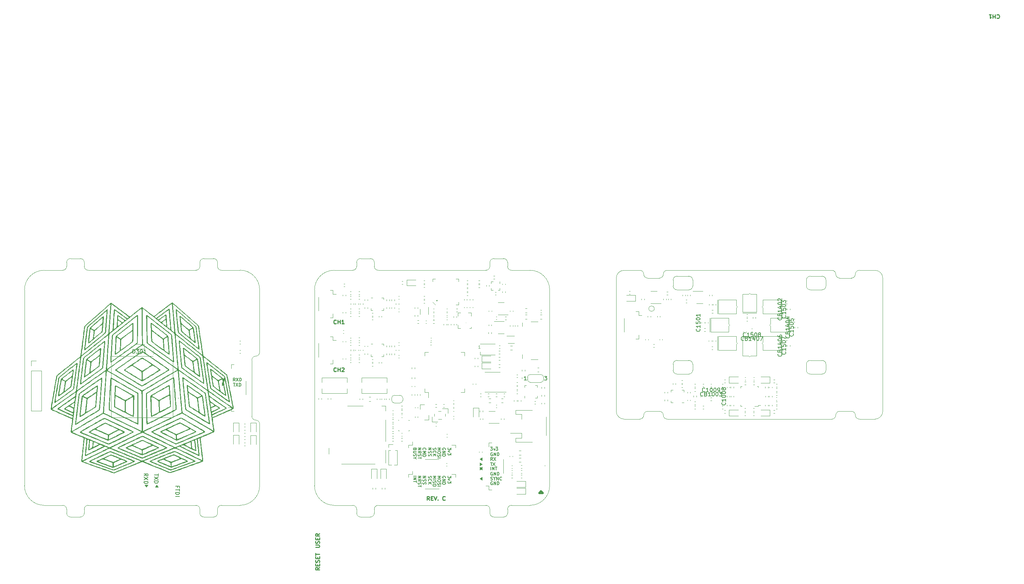
<source format=gto>
%TF.GenerationSoftware,KiCad,Pcbnew,7.0.2*%
%TF.CreationDate,2023-04-27T15:04:22+02:00*%
%TF.ProjectId,kleinvoet,6b6c6569-6e76-46f6-9574-2e6b69636164,C*%
%TF.SameCoordinates,Original*%
%TF.FileFunction,Legend,Top*%
%TF.FilePolarity,Positive*%
%FSLAX46Y46*%
G04 Gerber Fmt 4.6, Leading zero omitted, Abs format (unit mm)*
G04 Created by KiCad (PCBNEW 7.0.2) date 2023-04-27 15:04:22*
%MOMM*%
%LPD*%
G01*
G04 APERTURE LIST*
%ADD10C,0.100000*%
%ADD11C,0.120000*%
%ADD12C,0.150000*%
%ADD13C,0.250000*%
%ADD14C,0.010000*%
%ADD15C,0.500000*%
%TA.AperFunction,Profile*%
%ADD16C,0.050000*%
%TD*%
G04 APERTURE END LIST*
D10*
X55100000Y-87350000D02*
X54700000Y-86750000D01*
X55500000Y-86750000D01*
X55100000Y-87350000D01*
G36*
X55100000Y-87350000D02*
G01*
X54700000Y-86750000D01*
X55500000Y-86750000D01*
X55100000Y-87350000D01*
G37*
X140800000Y-80600000D02*
X140200000Y-80200000D01*
X140800000Y-79800000D01*
X140800000Y-80600000D01*
G36*
X140800000Y-80600000D02*
G01*
X140200000Y-80200000D01*
X140800000Y-79800000D01*
X140800000Y-80600000D01*
G37*
X140800000Y-81500000D02*
X140200000Y-81900000D01*
X140200000Y-81100000D01*
X140800000Y-81500000D01*
G36*
X140800000Y-81500000D02*
G01*
X140200000Y-81900000D01*
X140200000Y-81100000D01*
X140800000Y-81500000D01*
G37*
X75000000Y-60350000D02*
X74400000Y-59950000D01*
X75000000Y-59550000D01*
X75000000Y-60350000D01*
G36*
X75000000Y-60350000D02*
G01*
X74400000Y-59950000D01*
X75000000Y-59550000D01*
X75000000Y-60350000D01*
G37*
X58150000Y-87350000D02*
X57350000Y-87350000D01*
X57750000Y-86750000D01*
X58150000Y-87350000D01*
G36*
X58150000Y-87350000D02*
G01*
X57350000Y-87350000D01*
X57750000Y-86750000D01*
X58150000Y-87350000D01*
G37*
X140800000Y-82600000D02*
X140200000Y-83000000D01*
X140200000Y-82200000D01*
X140800000Y-82600000D01*
G36*
X140800000Y-82600000D02*
G01*
X140200000Y-83000000D01*
X140200000Y-82200000D01*
X140800000Y-82600000D01*
G37*
D11*
X156750000Y-81750000D02*
X156750000Y-82000000D01*
D10*
X75000000Y-61050000D02*
X74400000Y-61450000D01*
X74400000Y-60650000D01*
X75000000Y-61050000D01*
G36*
X75000000Y-61050000D02*
G01*
X74400000Y-61450000D01*
X74400000Y-60650000D01*
X75000000Y-61050000D01*
G37*
X140800000Y-83000000D02*
X140200000Y-82600000D01*
X140800000Y-82200000D01*
X140800000Y-83000000D01*
G36*
X140800000Y-83000000D02*
G01*
X140200000Y-82600000D01*
X140800000Y-82200000D01*
X140800000Y-83000000D01*
G37*
X140800000Y-85600000D02*
X140200000Y-85200000D01*
X140800000Y-84800000D01*
X140800000Y-85600000D01*
G36*
X140800000Y-85600000D02*
G01*
X140200000Y-85200000D01*
X140800000Y-84800000D01*
X140800000Y-85600000D01*
G37*
D11*
X143500000Y-71000000D02*
X143750000Y-71000000D01*
D12*
X54537380Y-84533333D02*
X55013571Y-84200000D01*
X54537380Y-83961905D02*
X55537380Y-83961905D01*
X55537380Y-83961905D02*
X55537380Y-84342857D01*
X55537380Y-84342857D02*
X55489761Y-84438095D01*
X55489761Y-84438095D02*
X55442142Y-84485714D01*
X55442142Y-84485714D02*
X55346904Y-84533333D01*
X55346904Y-84533333D02*
X55204047Y-84533333D01*
X55204047Y-84533333D02*
X55108809Y-84485714D01*
X55108809Y-84485714D02*
X55061190Y-84438095D01*
X55061190Y-84438095D02*
X55013571Y-84342857D01*
X55013571Y-84342857D02*
X55013571Y-83961905D01*
X55537380Y-84866667D02*
X54537380Y-85533333D01*
X55537380Y-85533333D02*
X54537380Y-84866667D01*
X54537380Y-85914286D02*
X55537380Y-85914286D01*
X55537380Y-85914286D02*
X55537380Y-86152381D01*
X55537380Y-86152381D02*
X55489761Y-86295238D01*
X55489761Y-86295238D02*
X55394523Y-86390476D01*
X55394523Y-86390476D02*
X55299285Y-86438095D01*
X55299285Y-86438095D02*
X55108809Y-86485714D01*
X55108809Y-86485714D02*
X54965952Y-86485714D01*
X54965952Y-86485714D02*
X54775476Y-86438095D01*
X54775476Y-86438095D02*
X54680238Y-86390476D01*
X54680238Y-86390476D02*
X54585000Y-86295238D01*
X54585000Y-86295238D02*
X54537380Y-86152381D01*
X54537380Y-86152381D02*
X54537380Y-85914286D01*
X58137380Y-83938095D02*
X58137380Y-84509523D01*
X57137380Y-84223809D02*
X58137380Y-84223809D01*
X58137380Y-84747619D02*
X57137380Y-85414285D01*
X58137380Y-85414285D02*
X57137380Y-84747619D01*
X57137380Y-85795238D02*
X58137380Y-85795238D01*
X58137380Y-85795238D02*
X58137380Y-86033333D01*
X58137380Y-86033333D02*
X58089761Y-86176190D01*
X58089761Y-86176190D02*
X57994523Y-86271428D01*
X57994523Y-86271428D02*
X57899285Y-86319047D01*
X57899285Y-86319047D02*
X57708809Y-86366666D01*
X57708809Y-86366666D02*
X57565952Y-86366666D01*
X57565952Y-86366666D02*
X57375476Y-86319047D01*
X57375476Y-86319047D02*
X57280238Y-86271428D01*
X57280238Y-86271428D02*
X57185000Y-86176190D01*
X57185000Y-86176190D02*
X57137380Y-86033333D01*
X57137380Y-86033333D02*
X57137380Y-85795238D01*
X63061190Y-87423809D02*
X63061190Y-87090476D01*
X62537380Y-87090476D02*
X63537380Y-87090476D01*
X63537380Y-87090476D02*
X63537380Y-87566666D01*
X63537380Y-87804762D02*
X63537380Y-88376190D01*
X62537380Y-88090476D02*
X63537380Y-88090476D01*
X62537380Y-88709524D02*
X63537380Y-88709524D01*
X63537380Y-88709524D02*
X63537380Y-88947619D01*
X63537380Y-88947619D02*
X63489761Y-89090476D01*
X63489761Y-89090476D02*
X63394523Y-89185714D01*
X63394523Y-89185714D02*
X63299285Y-89233333D01*
X63299285Y-89233333D02*
X63108809Y-89280952D01*
X63108809Y-89280952D02*
X62965952Y-89280952D01*
X62965952Y-89280952D02*
X62775476Y-89233333D01*
X62775476Y-89233333D02*
X62680238Y-89185714D01*
X62680238Y-89185714D02*
X62585000Y-89090476D01*
X62585000Y-89090476D02*
X62537380Y-88947619D01*
X62537380Y-88947619D02*
X62537380Y-88709524D01*
X62537380Y-89709524D02*
X63537380Y-89709524D01*
D13*
X103509523Y-57767380D02*
X103461904Y-57815000D01*
X103461904Y-57815000D02*
X103319047Y-57862619D01*
X103319047Y-57862619D02*
X103223809Y-57862619D01*
X103223809Y-57862619D02*
X103080952Y-57815000D01*
X103080952Y-57815000D02*
X102985714Y-57719761D01*
X102985714Y-57719761D02*
X102938095Y-57624523D01*
X102938095Y-57624523D02*
X102890476Y-57434047D01*
X102890476Y-57434047D02*
X102890476Y-57291190D01*
X102890476Y-57291190D02*
X102938095Y-57100714D01*
X102938095Y-57100714D02*
X102985714Y-57005476D01*
X102985714Y-57005476D02*
X103080952Y-56910238D01*
X103080952Y-56910238D02*
X103223809Y-56862619D01*
X103223809Y-56862619D02*
X103319047Y-56862619D01*
X103319047Y-56862619D02*
X103461904Y-56910238D01*
X103461904Y-56910238D02*
X103509523Y-56957857D01*
X103938095Y-57862619D02*
X103938095Y-56862619D01*
X103938095Y-57338809D02*
X104509523Y-57338809D01*
X104509523Y-57862619D02*
X104509523Y-56862619D01*
X104938095Y-56957857D02*
X104985714Y-56910238D01*
X104985714Y-56910238D02*
X105080952Y-56862619D01*
X105080952Y-56862619D02*
X105319047Y-56862619D01*
X105319047Y-56862619D02*
X105414285Y-56910238D01*
X105414285Y-56910238D02*
X105461904Y-56957857D01*
X105461904Y-56957857D02*
X105509523Y-57053095D01*
X105509523Y-57053095D02*
X105509523Y-57148333D01*
X105509523Y-57148333D02*
X105461904Y-57291190D01*
X105461904Y-57291190D02*
X104890476Y-57862619D01*
X104890476Y-57862619D02*
X105509523Y-57862619D01*
D12*
X128229904Y-84590476D02*
X129029904Y-84590476D01*
X129029904Y-84590476D02*
X128458476Y-84857142D01*
X128458476Y-84857142D02*
X129029904Y-85123809D01*
X129029904Y-85123809D02*
X128229904Y-85123809D01*
X128229904Y-85504762D02*
X129029904Y-85504762D01*
X128268000Y-85847618D02*
X128229904Y-85961904D01*
X128229904Y-85961904D02*
X128229904Y-86152380D01*
X128229904Y-86152380D02*
X128268000Y-86228571D01*
X128268000Y-86228571D02*
X128306095Y-86266666D01*
X128306095Y-86266666D02*
X128382285Y-86304761D01*
X128382285Y-86304761D02*
X128458476Y-86304761D01*
X128458476Y-86304761D02*
X128534666Y-86266666D01*
X128534666Y-86266666D02*
X128572761Y-86228571D01*
X128572761Y-86228571D02*
X128610857Y-86152380D01*
X128610857Y-86152380D02*
X128648952Y-85999999D01*
X128648952Y-85999999D02*
X128687047Y-85923809D01*
X128687047Y-85923809D02*
X128725142Y-85885714D01*
X128725142Y-85885714D02*
X128801333Y-85847618D01*
X128801333Y-85847618D02*
X128877523Y-85847618D01*
X128877523Y-85847618D02*
X128953714Y-85885714D01*
X128953714Y-85885714D02*
X128991809Y-85923809D01*
X128991809Y-85923809D02*
X129029904Y-85999999D01*
X129029904Y-85999999D02*
X129029904Y-86190476D01*
X129029904Y-86190476D02*
X128991809Y-86304761D01*
X129029904Y-86800000D02*
X129029904Y-86952381D01*
X129029904Y-86952381D02*
X128991809Y-87028571D01*
X128991809Y-87028571D02*
X128915619Y-87104762D01*
X128915619Y-87104762D02*
X128763238Y-87142857D01*
X128763238Y-87142857D02*
X128496571Y-87142857D01*
X128496571Y-87142857D02*
X128344190Y-87104762D01*
X128344190Y-87104762D02*
X128268000Y-87028571D01*
X128268000Y-87028571D02*
X128229904Y-86952381D01*
X128229904Y-86952381D02*
X128229904Y-86800000D01*
X128229904Y-86800000D02*
X128268000Y-86723809D01*
X128268000Y-86723809D02*
X128344190Y-86647619D01*
X128344190Y-86647619D02*
X128496571Y-86609523D01*
X128496571Y-86609523D02*
X128763238Y-86609523D01*
X128763238Y-86609523D02*
X128915619Y-86647619D01*
X128915619Y-86647619D02*
X128991809Y-86723809D01*
X128991809Y-86723809D02*
X129029904Y-86800000D01*
X77747619Y-60320095D02*
X77480952Y-59939142D01*
X77290476Y-60320095D02*
X77290476Y-59520095D01*
X77290476Y-59520095D02*
X77595238Y-59520095D01*
X77595238Y-59520095D02*
X77671428Y-59558190D01*
X77671428Y-59558190D02*
X77709523Y-59596285D01*
X77709523Y-59596285D02*
X77747619Y-59672476D01*
X77747619Y-59672476D02*
X77747619Y-59786761D01*
X77747619Y-59786761D02*
X77709523Y-59862952D01*
X77709523Y-59862952D02*
X77671428Y-59901047D01*
X77671428Y-59901047D02*
X77595238Y-59939142D01*
X77595238Y-59939142D02*
X77290476Y-59939142D01*
X78014285Y-59520095D02*
X78547619Y-60320095D01*
X78547619Y-59520095D02*
X78014285Y-60320095D01*
X78852381Y-60320095D02*
X78852381Y-59520095D01*
X78852381Y-59520095D02*
X79042857Y-59520095D01*
X79042857Y-59520095D02*
X79157143Y-59558190D01*
X79157143Y-59558190D02*
X79233333Y-59634380D01*
X79233333Y-59634380D02*
X79271428Y-59710571D01*
X79271428Y-59710571D02*
X79309524Y-59862952D01*
X79309524Y-59862952D02*
X79309524Y-59977238D01*
X79309524Y-59977238D02*
X79271428Y-60129619D01*
X79271428Y-60129619D02*
X79233333Y-60205809D01*
X79233333Y-60205809D02*
X79157143Y-60282000D01*
X79157143Y-60282000D02*
X79042857Y-60320095D01*
X79042857Y-60320095D02*
X78852381Y-60320095D01*
D13*
X103509523Y-45567380D02*
X103461904Y-45615000D01*
X103461904Y-45615000D02*
X103319047Y-45662619D01*
X103319047Y-45662619D02*
X103223809Y-45662619D01*
X103223809Y-45662619D02*
X103080952Y-45615000D01*
X103080952Y-45615000D02*
X102985714Y-45519761D01*
X102985714Y-45519761D02*
X102938095Y-45424523D01*
X102938095Y-45424523D02*
X102890476Y-45234047D01*
X102890476Y-45234047D02*
X102890476Y-45091190D01*
X102890476Y-45091190D02*
X102938095Y-44900714D01*
X102938095Y-44900714D02*
X102985714Y-44805476D01*
X102985714Y-44805476D02*
X103080952Y-44710238D01*
X103080952Y-44710238D02*
X103223809Y-44662619D01*
X103223809Y-44662619D02*
X103319047Y-44662619D01*
X103319047Y-44662619D02*
X103461904Y-44710238D01*
X103461904Y-44710238D02*
X103509523Y-44757857D01*
X103938095Y-45662619D02*
X103938095Y-44662619D01*
X103938095Y-45138809D02*
X104509523Y-45138809D01*
X104509523Y-45662619D02*
X104509523Y-44662619D01*
X105509523Y-45662619D02*
X104938095Y-45662619D01*
X105223809Y-45662619D02*
X105223809Y-44662619D01*
X105223809Y-44662619D02*
X105128571Y-44805476D01*
X105128571Y-44805476D02*
X105033333Y-44900714D01*
X105033333Y-44900714D02*
X104938095Y-44948333D01*
D12*
X131391809Y-77809523D02*
X131429904Y-77733333D01*
X131429904Y-77733333D02*
X131429904Y-77619047D01*
X131429904Y-77619047D02*
X131391809Y-77504761D01*
X131391809Y-77504761D02*
X131315619Y-77428571D01*
X131315619Y-77428571D02*
X131239428Y-77390476D01*
X131239428Y-77390476D02*
X131087047Y-77352380D01*
X131087047Y-77352380D02*
X130972761Y-77352380D01*
X130972761Y-77352380D02*
X130820380Y-77390476D01*
X130820380Y-77390476D02*
X130744190Y-77428571D01*
X130744190Y-77428571D02*
X130668000Y-77504761D01*
X130668000Y-77504761D02*
X130629904Y-77619047D01*
X130629904Y-77619047D02*
X130629904Y-77695238D01*
X130629904Y-77695238D02*
X130668000Y-77809523D01*
X130668000Y-77809523D02*
X130706095Y-77847619D01*
X130706095Y-77847619D02*
X130972761Y-77847619D01*
X130972761Y-77847619D02*
X130972761Y-77695238D01*
X130629904Y-78190476D02*
X131429904Y-78190476D01*
X131429904Y-78190476D02*
X130629904Y-78647619D01*
X130629904Y-78647619D02*
X131429904Y-78647619D01*
X130629904Y-79028571D02*
X131429904Y-79028571D01*
X131429904Y-79028571D02*
X131429904Y-79219047D01*
X131429904Y-79219047D02*
X131391809Y-79333333D01*
X131391809Y-79333333D02*
X131315619Y-79409523D01*
X131315619Y-79409523D02*
X131239428Y-79447618D01*
X131239428Y-79447618D02*
X131087047Y-79485714D01*
X131087047Y-79485714D02*
X130972761Y-79485714D01*
X130972761Y-79485714D02*
X130820380Y-79447618D01*
X130820380Y-79447618D02*
X130744190Y-79409523D01*
X130744190Y-79409523D02*
X130668000Y-79333333D01*
X130668000Y-79333333D02*
X130629904Y-79219047D01*
X130629904Y-79219047D02*
X130629904Y-79028571D01*
X143409523Y-78608190D02*
X143333333Y-78570095D01*
X143333333Y-78570095D02*
X143219047Y-78570095D01*
X143219047Y-78570095D02*
X143104761Y-78608190D01*
X143104761Y-78608190D02*
X143028571Y-78684380D01*
X143028571Y-78684380D02*
X142990476Y-78760571D01*
X142990476Y-78760571D02*
X142952380Y-78912952D01*
X142952380Y-78912952D02*
X142952380Y-79027238D01*
X142952380Y-79027238D02*
X142990476Y-79179619D01*
X142990476Y-79179619D02*
X143028571Y-79255809D01*
X143028571Y-79255809D02*
X143104761Y-79332000D01*
X143104761Y-79332000D02*
X143219047Y-79370095D01*
X143219047Y-79370095D02*
X143295238Y-79370095D01*
X143295238Y-79370095D02*
X143409523Y-79332000D01*
X143409523Y-79332000D02*
X143447619Y-79293904D01*
X143447619Y-79293904D02*
X143447619Y-79027238D01*
X143447619Y-79027238D02*
X143295238Y-79027238D01*
X143790476Y-79370095D02*
X143790476Y-78570095D01*
X143790476Y-78570095D02*
X144247619Y-79370095D01*
X144247619Y-79370095D02*
X144247619Y-78570095D01*
X144628571Y-79370095D02*
X144628571Y-78570095D01*
X144628571Y-78570095D02*
X144819047Y-78570095D01*
X144819047Y-78570095D02*
X144933333Y-78608190D01*
X144933333Y-78608190D02*
X145009523Y-78684380D01*
X145009523Y-78684380D02*
X145047618Y-78760571D01*
X145047618Y-78760571D02*
X145085714Y-78912952D01*
X145085714Y-78912952D02*
X145085714Y-79027238D01*
X145085714Y-79027238D02*
X145047618Y-79179619D01*
X145047618Y-79179619D02*
X145009523Y-79255809D01*
X145009523Y-79255809D02*
X144933333Y-79332000D01*
X144933333Y-79332000D02*
X144819047Y-79370095D01*
X144819047Y-79370095D02*
X144628571Y-79370095D01*
X125629904Y-84590476D02*
X126429904Y-84590476D01*
X126429904Y-84590476D02*
X125629904Y-85047619D01*
X125629904Y-85047619D02*
X126429904Y-85047619D01*
X125668000Y-85390475D02*
X125629904Y-85504761D01*
X125629904Y-85504761D02*
X125629904Y-85695237D01*
X125629904Y-85695237D02*
X125668000Y-85771428D01*
X125668000Y-85771428D02*
X125706095Y-85809523D01*
X125706095Y-85809523D02*
X125782285Y-85847618D01*
X125782285Y-85847618D02*
X125858476Y-85847618D01*
X125858476Y-85847618D02*
X125934666Y-85809523D01*
X125934666Y-85809523D02*
X125972761Y-85771428D01*
X125972761Y-85771428D02*
X126010857Y-85695237D01*
X126010857Y-85695237D02*
X126048952Y-85542856D01*
X126048952Y-85542856D02*
X126087047Y-85466666D01*
X126087047Y-85466666D02*
X126125142Y-85428571D01*
X126125142Y-85428571D02*
X126201333Y-85390475D01*
X126201333Y-85390475D02*
X126277523Y-85390475D01*
X126277523Y-85390475D02*
X126353714Y-85428571D01*
X126353714Y-85428571D02*
X126391809Y-85466666D01*
X126391809Y-85466666D02*
X126429904Y-85542856D01*
X126429904Y-85542856D02*
X126429904Y-85733333D01*
X126429904Y-85733333D02*
X126391809Y-85847618D01*
X125668000Y-86152380D02*
X125629904Y-86266666D01*
X125629904Y-86266666D02*
X125629904Y-86457142D01*
X125629904Y-86457142D02*
X125668000Y-86533333D01*
X125668000Y-86533333D02*
X125706095Y-86571428D01*
X125706095Y-86571428D02*
X125782285Y-86609523D01*
X125782285Y-86609523D02*
X125858476Y-86609523D01*
X125858476Y-86609523D02*
X125934666Y-86571428D01*
X125934666Y-86571428D02*
X125972761Y-86533333D01*
X125972761Y-86533333D02*
X126010857Y-86457142D01*
X126010857Y-86457142D02*
X126048952Y-86304761D01*
X126048952Y-86304761D02*
X126087047Y-86228571D01*
X126087047Y-86228571D02*
X126125142Y-86190476D01*
X126125142Y-86190476D02*
X126201333Y-86152380D01*
X126201333Y-86152380D02*
X126277523Y-86152380D01*
X126277523Y-86152380D02*
X126353714Y-86190476D01*
X126353714Y-86190476D02*
X126391809Y-86228571D01*
X126391809Y-86228571D02*
X126429904Y-86304761D01*
X126429904Y-86304761D02*
X126429904Y-86495238D01*
X126429904Y-86495238D02*
X126391809Y-86609523D01*
X124429904Y-84590476D02*
X125229904Y-84590476D01*
X125229904Y-84590476D02*
X124429904Y-85047619D01*
X124429904Y-85047619D02*
X125229904Y-85047619D01*
X124429904Y-85885714D02*
X124810857Y-85619047D01*
X124429904Y-85428571D02*
X125229904Y-85428571D01*
X125229904Y-85428571D02*
X125229904Y-85733333D01*
X125229904Y-85733333D02*
X125191809Y-85809523D01*
X125191809Y-85809523D02*
X125153714Y-85847618D01*
X125153714Y-85847618D02*
X125077523Y-85885714D01*
X125077523Y-85885714D02*
X124963238Y-85885714D01*
X124963238Y-85885714D02*
X124887047Y-85847618D01*
X124887047Y-85847618D02*
X124848952Y-85809523D01*
X124848952Y-85809523D02*
X124810857Y-85733333D01*
X124810857Y-85733333D02*
X124810857Y-85428571D01*
X124468000Y-86190475D02*
X124429904Y-86304761D01*
X124429904Y-86304761D02*
X124429904Y-86495237D01*
X124429904Y-86495237D02*
X124468000Y-86571428D01*
X124468000Y-86571428D02*
X124506095Y-86609523D01*
X124506095Y-86609523D02*
X124582285Y-86647618D01*
X124582285Y-86647618D02*
X124658476Y-86647618D01*
X124658476Y-86647618D02*
X124734666Y-86609523D01*
X124734666Y-86609523D02*
X124772761Y-86571428D01*
X124772761Y-86571428D02*
X124810857Y-86495237D01*
X124810857Y-86495237D02*
X124848952Y-86342856D01*
X124848952Y-86342856D02*
X124887047Y-86266666D01*
X124887047Y-86266666D02*
X124925142Y-86228571D01*
X124925142Y-86228571D02*
X125001333Y-86190475D01*
X125001333Y-86190475D02*
X125077523Y-86190475D01*
X125077523Y-86190475D02*
X125153714Y-86228571D01*
X125153714Y-86228571D02*
X125191809Y-86266666D01*
X125191809Y-86266666D02*
X125229904Y-86342856D01*
X125229904Y-86342856D02*
X125229904Y-86533333D01*
X125229904Y-86533333D02*
X125191809Y-86647618D01*
X125229904Y-86876190D02*
X125229904Y-87333333D01*
X124429904Y-87104761D02*
X125229904Y-87104761D01*
D13*
X99262619Y-107852381D02*
X98786428Y-108185714D01*
X99262619Y-108423809D02*
X98262619Y-108423809D01*
X98262619Y-108423809D02*
X98262619Y-108042857D01*
X98262619Y-108042857D02*
X98310238Y-107947619D01*
X98310238Y-107947619D02*
X98357857Y-107900000D01*
X98357857Y-107900000D02*
X98453095Y-107852381D01*
X98453095Y-107852381D02*
X98595952Y-107852381D01*
X98595952Y-107852381D02*
X98691190Y-107900000D01*
X98691190Y-107900000D02*
X98738809Y-107947619D01*
X98738809Y-107947619D02*
X98786428Y-108042857D01*
X98786428Y-108042857D02*
X98786428Y-108423809D01*
X98738809Y-107423809D02*
X98738809Y-107090476D01*
X99262619Y-106947619D02*
X99262619Y-107423809D01*
X99262619Y-107423809D02*
X98262619Y-107423809D01*
X98262619Y-107423809D02*
X98262619Y-106947619D01*
X99215000Y-106566666D02*
X99262619Y-106423809D01*
X99262619Y-106423809D02*
X99262619Y-106185714D01*
X99262619Y-106185714D02*
X99215000Y-106090476D01*
X99215000Y-106090476D02*
X99167380Y-106042857D01*
X99167380Y-106042857D02*
X99072142Y-105995238D01*
X99072142Y-105995238D02*
X98976904Y-105995238D01*
X98976904Y-105995238D02*
X98881666Y-106042857D01*
X98881666Y-106042857D02*
X98834047Y-106090476D01*
X98834047Y-106090476D02*
X98786428Y-106185714D01*
X98786428Y-106185714D02*
X98738809Y-106376190D01*
X98738809Y-106376190D02*
X98691190Y-106471428D01*
X98691190Y-106471428D02*
X98643571Y-106519047D01*
X98643571Y-106519047D02*
X98548333Y-106566666D01*
X98548333Y-106566666D02*
X98453095Y-106566666D01*
X98453095Y-106566666D02*
X98357857Y-106519047D01*
X98357857Y-106519047D02*
X98310238Y-106471428D01*
X98310238Y-106471428D02*
X98262619Y-106376190D01*
X98262619Y-106376190D02*
X98262619Y-106138095D01*
X98262619Y-106138095D02*
X98310238Y-105995238D01*
X98738809Y-105566666D02*
X98738809Y-105233333D01*
X99262619Y-105090476D02*
X99262619Y-105566666D01*
X99262619Y-105566666D02*
X98262619Y-105566666D01*
X98262619Y-105566666D02*
X98262619Y-105090476D01*
X98262619Y-104804761D02*
X98262619Y-104233333D01*
X99262619Y-104519047D02*
X98262619Y-104519047D01*
D12*
X129429904Y-77390476D02*
X130229904Y-77390476D01*
X130229904Y-77390476D02*
X129658476Y-77657142D01*
X129658476Y-77657142D02*
X130229904Y-77923809D01*
X130229904Y-77923809D02*
X129429904Y-77923809D01*
X130229904Y-78457143D02*
X130229904Y-78609524D01*
X130229904Y-78609524D02*
X130191809Y-78685714D01*
X130191809Y-78685714D02*
X130115619Y-78761905D01*
X130115619Y-78761905D02*
X129963238Y-78800000D01*
X129963238Y-78800000D02*
X129696571Y-78800000D01*
X129696571Y-78800000D02*
X129544190Y-78761905D01*
X129544190Y-78761905D02*
X129468000Y-78685714D01*
X129468000Y-78685714D02*
X129429904Y-78609524D01*
X129429904Y-78609524D02*
X129429904Y-78457143D01*
X129429904Y-78457143D02*
X129468000Y-78380952D01*
X129468000Y-78380952D02*
X129544190Y-78304762D01*
X129544190Y-78304762D02*
X129696571Y-78266666D01*
X129696571Y-78266666D02*
X129963238Y-78266666D01*
X129963238Y-78266666D02*
X130115619Y-78304762D01*
X130115619Y-78304762D02*
X130191809Y-78380952D01*
X130191809Y-78380952D02*
X130229904Y-78457143D01*
X129468000Y-79104761D02*
X129429904Y-79219047D01*
X129429904Y-79219047D02*
X129429904Y-79409523D01*
X129429904Y-79409523D02*
X129468000Y-79485714D01*
X129468000Y-79485714D02*
X129506095Y-79523809D01*
X129506095Y-79523809D02*
X129582285Y-79561904D01*
X129582285Y-79561904D02*
X129658476Y-79561904D01*
X129658476Y-79561904D02*
X129734666Y-79523809D01*
X129734666Y-79523809D02*
X129772761Y-79485714D01*
X129772761Y-79485714D02*
X129810857Y-79409523D01*
X129810857Y-79409523D02*
X129848952Y-79257142D01*
X129848952Y-79257142D02*
X129887047Y-79180952D01*
X129887047Y-79180952D02*
X129925142Y-79142857D01*
X129925142Y-79142857D02*
X130001333Y-79104761D01*
X130001333Y-79104761D02*
X130077523Y-79104761D01*
X130077523Y-79104761D02*
X130153714Y-79142857D01*
X130153714Y-79142857D02*
X130191809Y-79180952D01*
X130191809Y-79180952D02*
X130229904Y-79257142D01*
X130229904Y-79257142D02*
X130229904Y-79447619D01*
X130229904Y-79447619D02*
X130191809Y-79561904D01*
X129429904Y-79904762D02*
X130229904Y-79904762D01*
X143409523Y-86008190D02*
X143333333Y-85970095D01*
X143333333Y-85970095D02*
X143219047Y-85970095D01*
X143219047Y-85970095D02*
X143104761Y-86008190D01*
X143104761Y-86008190D02*
X143028571Y-86084380D01*
X143028571Y-86084380D02*
X142990476Y-86160571D01*
X142990476Y-86160571D02*
X142952380Y-86312952D01*
X142952380Y-86312952D02*
X142952380Y-86427238D01*
X142952380Y-86427238D02*
X142990476Y-86579619D01*
X142990476Y-86579619D02*
X143028571Y-86655809D01*
X143028571Y-86655809D02*
X143104761Y-86732000D01*
X143104761Y-86732000D02*
X143219047Y-86770095D01*
X143219047Y-86770095D02*
X143295238Y-86770095D01*
X143295238Y-86770095D02*
X143409523Y-86732000D01*
X143409523Y-86732000D02*
X143447619Y-86693904D01*
X143447619Y-86693904D02*
X143447619Y-86427238D01*
X143447619Y-86427238D02*
X143295238Y-86427238D01*
X143790476Y-86770095D02*
X143790476Y-85970095D01*
X143790476Y-85970095D02*
X144247619Y-86770095D01*
X144247619Y-86770095D02*
X144247619Y-85970095D01*
X144628571Y-86770095D02*
X144628571Y-85970095D01*
X144628571Y-85970095D02*
X144819047Y-85970095D01*
X144819047Y-85970095D02*
X144933333Y-86008190D01*
X144933333Y-86008190D02*
X145009523Y-86084380D01*
X145009523Y-86084380D02*
X145047618Y-86160571D01*
X145047618Y-86160571D02*
X145085714Y-86312952D01*
X145085714Y-86312952D02*
X145085714Y-86427238D01*
X145085714Y-86427238D02*
X145047618Y-86579619D01*
X145047618Y-86579619D02*
X145009523Y-86655809D01*
X145009523Y-86655809D02*
X144933333Y-86732000D01*
X144933333Y-86732000D02*
X144819047Y-86770095D01*
X144819047Y-86770095D02*
X144628571Y-86770095D01*
X129429904Y-84590476D02*
X130229904Y-84590476D01*
X130229904Y-84590476D02*
X129658476Y-84857142D01*
X129658476Y-84857142D02*
X130229904Y-85123809D01*
X130229904Y-85123809D02*
X129429904Y-85123809D01*
X130229904Y-85657143D02*
X130229904Y-85809524D01*
X130229904Y-85809524D02*
X130191809Y-85885714D01*
X130191809Y-85885714D02*
X130115619Y-85961905D01*
X130115619Y-85961905D02*
X129963238Y-86000000D01*
X129963238Y-86000000D02*
X129696571Y-86000000D01*
X129696571Y-86000000D02*
X129544190Y-85961905D01*
X129544190Y-85961905D02*
X129468000Y-85885714D01*
X129468000Y-85885714D02*
X129429904Y-85809524D01*
X129429904Y-85809524D02*
X129429904Y-85657143D01*
X129429904Y-85657143D02*
X129468000Y-85580952D01*
X129468000Y-85580952D02*
X129544190Y-85504762D01*
X129544190Y-85504762D02*
X129696571Y-85466666D01*
X129696571Y-85466666D02*
X129963238Y-85466666D01*
X129963238Y-85466666D02*
X130115619Y-85504762D01*
X130115619Y-85504762D02*
X130191809Y-85580952D01*
X130191809Y-85580952D02*
X130229904Y-85657143D01*
X129468000Y-86304761D02*
X129429904Y-86419047D01*
X129429904Y-86419047D02*
X129429904Y-86609523D01*
X129429904Y-86609523D02*
X129468000Y-86685714D01*
X129468000Y-86685714D02*
X129506095Y-86723809D01*
X129506095Y-86723809D02*
X129582285Y-86761904D01*
X129582285Y-86761904D02*
X129658476Y-86761904D01*
X129658476Y-86761904D02*
X129734666Y-86723809D01*
X129734666Y-86723809D02*
X129772761Y-86685714D01*
X129772761Y-86685714D02*
X129810857Y-86609523D01*
X129810857Y-86609523D02*
X129848952Y-86457142D01*
X129848952Y-86457142D02*
X129887047Y-86380952D01*
X129887047Y-86380952D02*
X129925142Y-86342857D01*
X129925142Y-86342857D02*
X130001333Y-86304761D01*
X130001333Y-86304761D02*
X130077523Y-86304761D01*
X130077523Y-86304761D02*
X130153714Y-86342857D01*
X130153714Y-86342857D02*
X130191809Y-86380952D01*
X130191809Y-86380952D02*
X130229904Y-86457142D01*
X130229904Y-86457142D02*
X130229904Y-86647619D01*
X130229904Y-86647619D02*
X130191809Y-86761904D01*
X129429904Y-87104762D02*
X130229904Y-87104762D01*
X127068000Y-84552380D02*
X127029904Y-84666666D01*
X127029904Y-84666666D02*
X127029904Y-84857142D01*
X127029904Y-84857142D02*
X127068000Y-84933333D01*
X127068000Y-84933333D02*
X127106095Y-84971428D01*
X127106095Y-84971428D02*
X127182285Y-85009523D01*
X127182285Y-85009523D02*
X127258476Y-85009523D01*
X127258476Y-85009523D02*
X127334666Y-84971428D01*
X127334666Y-84971428D02*
X127372761Y-84933333D01*
X127372761Y-84933333D02*
X127410857Y-84857142D01*
X127410857Y-84857142D02*
X127448952Y-84704761D01*
X127448952Y-84704761D02*
X127487047Y-84628571D01*
X127487047Y-84628571D02*
X127525142Y-84590476D01*
X127525142Y-84590476D02*
X127601333Y-84552380D01*
X127601333Y-84552380D02*
X127677523Y-84552380D01*
X127677523Y-84552380D02*
X127753714Y-84590476D01*
X127753714Y-84590476D02*
X127791809Y-84628571D01*
X127791809Y-84628571D02*
X127829904Y-84704761D01*
X127829904Y-84704761D02*
X127829904Y-84895238D01*
X127829904Y-84895238D02*
X127791809Y-85009523D01*
X127106095Y-85809524D02*
X127068000Y-85771428D01*
X127068000Y-85771428D02*
X127029904Y-85657143D01*
X127029904Y-85657143D02*
X127029904Y-85580952D01*
X127029904Y-85580952D02*
X127068000Y-85466666D01*
X127068000Y-85466666D02*
X127144190Y-85390476D01*
X127144190Y-85390476D02*
X127220380Y-85352381D01*
X127220380Y-85352381D02*
X127372761Y-85314285D01*
X127372761Y-85314285D02*
X127487047Y-85314285D01*
X127487047Y-85314285D02*
X127639428Y-85352381D01*
X127639428Y-85352381D02*
X127715619Y-85390476D01*
X127715619Y-85390476D02*
X127791809Y-85466666D01*
X127791809Y-85466666D02*
X127829904Y-85580952D01*
X127829904Y-85580952D02*
X127829904Y-85657143D01*
X127829904Y-85657143D02*
X127791809Y-85771428D01*
X127791809Y-85771428D02*
X127753714Y-85809524D01*
X127029904Y-86152381D02*
X127829904Y-86152381D01*
X127029904Y-86609524D02*
X127487047Y-86266666D01*
X127829904Y-86609524D02*
X127372761Y-86152381D01*
X123648952Y-77657142D02*
X123610857Y-77771428D01*
X123610857Y-77771428D02*
X123572761Y-77809523D01*
X123572761Y-77809523D02*
X123496571Y-77847619D01*
X123496571Y-77847619D02*
X123382285Y-77847619D01*
X123382285Y-77847619D02*
X123306095Y-77809523D01*
X123306095Y-77809523D02*
X123268000Y-77771428D01*
X123268000Y-77771428D02*
X123229904Y-77695238D01*
X123229904Y-77695238D02*
X123229904Y-77390476D01*
X123229904Y-77390476D02*
X124029904Y-77390476D01*
X124029904Y-77390476D02*
X124029904Y-77657142D01*
X124029904Y-77657142D02*
X123991809Y-77733333D01*
X123991809Y-77733333D02*
X123953714Y-77771428D01*
X123953714Y-77771428D02*
X123877523Y-77809523D01*
X123877523Y-77809523D02*
X123801333Y-77809523D01*
X123801333Y-77809523D02*
X123725142Y-77771428D01*
X123725142Y-77771428D02*
X123687047Y-77733333D01*
X123687047Y-77733333D02*
X123648952Y-77657142D01*
X123648952Y-77657142D02*
X123648952Y-77390476D01*
X124029904Y-78190476D02*
X123382285Y-78190476D01*
X123382285Y-78190476D02*
X123306095Y-78228571D01*
X123306095Y-78228571D02*
X123268000Y-78266666D01*
X123268000Y-78266666D02*
X123229904Y-78342857D01*
X123229904Y-78342857D02*
X123229904Y-78495238D01*
X123229904Y-78495238D02*
X123268000Y-78571428D01*
X123268000Y-78571428D02*
X123306095Y-78609523D01*
X123306095Y-78609523D02*
X123382285Y-78647619D01*
X123382285Y-78647619D02*
X124029904Y-78647619D01*
X123268000Y-78990475D02*
X123229904Y-79104761D01*
X123229904Y-79104761D02*
X123229904Y-79295237D01*
X123229904Y-79295237D02*
X123268000Y-79371428D01*
X123268000Y-79371428D02*
X123306095Y-79409523D01*
X123306095Y-79409523D02*
X123382285Y-79447618D01*
X123382285Y-79447618D02*
X123458476Y-79447618D01*
X123458476Y-79447618D02*
X123534666Y-79409523D01*
X123534666Y-79409523D02*
X123572761Y-79371428D01*
X123572761Y-79371428D02*
X123610857Y-79295237D01*
X123610857Y-79295237D02*
X123648952Y-79142856D01*
X123648952Y-79142856D02*
X123687047Y-79066666D01*
X123687047Y-79066666D02*
X123725142Y-79028571D01*
X123725142Y-79028571D02*
X123801333Y-78990475D01*
X123801333Y-78990475D02*
X123877523Y-78990475D01*
X123877523Y-78990475D02*
X123953714Y-79028571D01*
X123953714Y-79028571D02*
X123991809Y-79066666D01*
X123991809Y-79066666D02*
X124029904Y-79142856D01*
X124029904Y-79142856D02*
X124029904Y-79333333D01*
X124029904Y-79333333D02*
X123991809Y-79447618D01*
X123610857Y-79942857D02*
X123229904Y-79942857D01*
X124029904Y-79676190D02*
X123610857Y-79942857D01*
X123610857Y-79942857D02*
X124029904Y-80209523D01*
X142952380Y-85532000D02*
X143066666Y-85570095D01*
X143066666Y-85570095D02*
X143257142Y-85570095D01*
X143257142Y-85570095D02*
X143333333Y-85532000D01*
X143333333Y-85532000D02*
X143371428Y-85493904D01*
X143371428Y-85493904D02*
X143409523Y-85417714D01*
X143409523Y-85417714D02*
X143409523Y-85341523D01*
X143409523Y-85341523D02*
X143371428Y-85265333D01*
X143371428Y-85265333D02*
X143333333Y-85227238D01*
X143333333Y-85227238D02*
X143257142Y-85189142D01*
X143257142Y-85189142D02*
X143104761Y-85151047D01*
X143104761Y-85151047D02*
X143028571Y-85112952D01*
X143028571Y-85112952D02*
X142990476Y-85074857D01*
X142990476Y-85074857D02*
X142952380Y-84998666D01*
X142952380Y-84998666D02*
X142952380Y-84922476D01*
X142952380Y-84922476D02*
X142990476Y-84846285D01*
X142990476Y-84846285D02*
X143028571Y-84808190D01*
X143028571Y-84808190D02*
X143104761Y-84770095D01*
X143104761Y-84770095D02*
X143295238Y-84770095D01*
X143295238Y-84770095D02*
X143409523Y-84808190D01*
X143904762Y-85189142D02*
X143904762Y-85570095D01*
X143638095Y-84770095D02*
X143904762Y-85189142D01*
X143904762Y-85189142D02*
X144171428Y-84770095D01*
X144438095Y-85570095D02*
X144438095Y-84770095D01*
X144438095Y-84770095D02*
X144895238Y-85570095D01*
X144895238Y-85570095D02*
X144895238Y-84770095D01*
X145733333Y-85493904D02*
X145695237Y-85532000D01*
X145695237Y-85532000D02*
X145580952Y-85570095D01*
X145580952Y-85570095D02*
X145504761Y-85570095D01*
X145504761Y-85570095D02*
X145390475Y-85532000D01*
X145390475Y-85532000D02*
X145314285Y-85455809D01*
X145314285Y-85455809D02*
X145276190Y-85379619D01*
X145276190Y-85379619D02*
X145238094Y-85227238D01*
X145238094Y-85227238D02*
X145238094Y-85112952D01*
X145238094Y-85112952D02*
X145276190Y-84960571D01*
X145276190Y-84960571D02*
X145314285Y-84884380D01*
X145314285Y-84884380D02*
X145390475Y-84808190D01*
X145390475Y-84808190D02*
X145504761Y-84770095D01*
X145504761Y-84770095D02*
X145580952Y-84770095D01*
X145580952Y-84770095D02*
X145695237Y-84808190D01*
X145695237Y-84808190D02*
X145733333Y-84846285D01*
X143409523Y-83608190D02*
X143333333Y-83570095D01*
X143333333Y-83570095D02*
X143219047Y-83570095D01*
X143219047Y-83570095D02*
X143104761Y-83608190D01*
X143104761Y-83608190D02*
X143028571Y-83684380D01*
X143028571Y-83684380D02*
X142990476Y-83760571D01*
X142990476Y-83760571D02*
X142952380Y-83912952D01*
X142952380Y-83912952D02*
X142952380Y-84027238D01*
X142952380Y-84027238D02*
X142990476Y-84179619D01*
X142990476Y-84179619D02*
X143028571Y-84255809D01*
X143028571Y-84255809D02*
X143104761Y-84332000D01*
X143104761Y-84332000D02*
X143219047Y-84370095D01*
X143219047Y-84370095D02*
X143295238Y-84370095D01*
X143295238Y-84370095D02*
X143409523Y-84332000D01*
X143409523Y-84332000D02*
X143447619Y-84293904D01*
X143447619Y-84293904D02*
X143447619Y-84027238D01*
X143447619Y-84027238D02*
X143295238Y-84027238D01*
X143790476Y-84370095D02*
X143790476Y-83570095D01*
X143790476Y-83570095D02*
X144247619Y-84370095D01*
X144247619Y-84370095D02*
X144247619Y-83570095D01*
X144628571Y-84370095D02*
X144628571Y-83570095D01*
X144628571Y-83570095D02*
X144819047Y-83570095D01*
X144819047Y-83570095D02*
X144933333Y-83608190D01*
X144933333Y-83608190D02*
X145009523Y-83684380D01*
X145009523Y-83684380D02*
X145047618Y-83760571D01*
X145047618Y-83760571D02*
X145085714Y-83912952D01*
X145085714Y-83912952D02*
X145085714Y-84027238D01*
X145085714Y-84027238D02*
X145047618Y-84179619D01*
X145047618Y-84179619D02*
X145009523Y-84255809D01*
X145009523Y-84255809D02*
X144933333Y-84332000D01*
X144933333Y-84332000D02*
X144819047Y-84370095D01*
X144819047Y-84370095D02*
X144628571Y-84370095D01*
X77276190Y-60820095D02*
X77733333Y-60820095D01*
X77504761Y-61620095D02*
X77504761Y-60820095D01*
X77923809Y-60820095D02*
X78457143Y-61620095D01*
X78457143Y-60820095D02*
X77923809Y-61620095D01*
X78761905Y-61620095D02*
X78761905Y-60820095D01*
X78761905Y-60820095D02*
X78952381Y-60820095D01*
X78952381Y-60820095D02*
X79066667Y-60858190D01*
X79066667Y-60858190D02*
X79142857Y-60934380D01*
X79142857Y-60934380D02*
X79180952Y-61010571D01*
X79180952Y-61010571D02*
X79219048Y-61162952D01*
X79219048Y-61162952D02*
X79219048Y-61277238D01*
X79219048Y-61277238D02*
X79180952Y-61429619D01*
X79180952Y-61429619D02*
X79142857Y-61505809D01*
X79142857Y-61505809D02*
X79066667Y-61582000D01*
X79066667Y-61582000D02*
X78952381Y-61620095D01*
X78952381Y-61620095D02*
X78761905Y-61620095D01*
X131391809Y-85009523D02*
X131429904Y-84933333D01*
X131429904Y-84933333D02*
X131429904Y-84819047D01*
X131429904Y-84819047D02*
X131391809Y-84704761D01*
X131391809Y-84704761D02*
X131315619Y-84628571D01*
X131315619Y-84628571D02*
X131239428Y-84590476D01*
X131239428Y-84590476D02*
X131087047Y-84552380D01*
X131087047Y-84552380D02*
X130972761Y-84552380D01*
X130972761Y-84552380D02*
X130820380Y-84590476D01*
X130820380Y-84590476D02*
X130744190Y-84628571D01*
X130744190Y-84628571D02*
X130668000Y-84704761D01*
X130668000Y-84704761D02*
X130629904Y-84819047D01*
X130629904Y-84819047D02*
X130629904Y-84895238D01*
X130629904Y-84895238D02*
X130668000Y-85009523D01*
X130668000Y-85009523D02*
X130706095Y-85047619D01*
X130706095Y-85047619D02*
X130972761Y-85047619D01*
X130972761Y-85047619D02*
X130972761Y-84895238D01*
X130629904Y-85390476D02*
X131429904Y-85390476D01*
X131429904Y-85390476D02*
X130629904Y-85847619D01*
X130629904Y-85847619D02*
X131429904Y-85847619D01*
X130629904Y-86228571D02*
X131429904Y-86228571D01*
X131429904Y-86228571D02*
X131429904Y-86419047D01*
X131429904Y-86419047D02*
X131391809Y-86533333D01*
X131391809Y-86533333D02*
X131315619Y-86609523D01*
X131315619Y-86609523D02*
X131239428Y-86647618D01*
X131239428Y-86647618D02*
X131087047Y-86685714D01*
X131087047Y-86685714D02*
X130972761Y-86685714D01*
X130972761Y-86685714D02*
X130820380Y-86647618D01*
X130820380Y-86647618D02*
X130744190Y-86609523D01*
X130744190Y-86609523D02*
X130668000Y-86533333D01*
X130668000Y-86533333D02*
X130629904Y-86419047D01*
X130629904Y-86419047D02*
X130629904Y-86228571D01*
X142990476Y-82970095D02*
X142990476Y-82170095D01*
X143371428Y-82970095D02*
X143371428Y-82170095D01*
X143371428Y-82170095D02*
X143828571Y-82970095D01*
X143828571Y-82970095D02*
X143828571Y-82170095D01*
X144095237Y-82170095D02*
X144552380Y-82170095D01*
X144323808Y-82970095D02*
X144323808Y-82170095D01*
X142914285Y-77170095D02*
X143409523Y-77170095D01*
X143409523Y-77170095D02*
X143142857Y-77474857D01*
X143142857Y-77474857D02*
X143257142Y-77474857D01*
X143257142Y-77474857D02*
X143333333Y-77512952D01*
X143333333Y-77512952D02*
X143371428Y-77551047D01*
X143371428Y-77551047D02*
X143409523Y-77627238D01*
X143409523Y-77627238D02*
X143409523Y-77817714D01*
X143409523Y-77817714D02*
X143371428Y-77893904D01*
X143371428Y-77893904D02*
X143333333Y-77932000D01*
X143333333Y-77932000D02*
X143257142Y-77970095D01*
X143257142Y-77970095D02*
X143028571Y-77970095D01*
X143028571Y-77970095D02*
X142952380Y-77932000D01*
X142952380Y-77932000D02*
X142914285Y-77893904D01*
X143676190Y-77436761D02*
X143866666Y-77970095D01*
X143866666Y-77970095D02*
X144057143Y-77436761D01*
X144285714Y-77170095D02*
X144780952Y-77170095D01*
X144780952Y-77170095D02*
X144514286Y-77474857D01*
X144514286Y-77474857D02*
X144628571Y-77474857D01*
X144628571Y-77474857D02*
X144704762Y-77512952D01*
X144704762Y-77512952D02*
X144742857Y-77551047D01*
X144742857Y-77551047D02*
X144780952Y-77627238D01*
X144780952Y-77627238D02*
X144780952Y-77817714D01*
X144780952Y-77817714D02*
X144742857Y-77893904D01*
X144742857Y-77893904D02*
X144704762Y-77932000D01*
X144704762Y-77932000D02*
X144628571Y-77970095D01*
X144628571Y-77970095D02*
X144400000Y-77970095D01*
X144400000Y-77970095D02*
X144323809Y-77932000D01*
X144323809Y-77932000D02*
X144285714Y-77893904D01*
X123229904Y-84590476D02*
X124029904Y-84590476D01*
X123229904Y-84971428D02*
X124029904Y-84971428D01*
X124029904Y-84971428D02*
X123229904Y-85428571D01*
X123229904Y-85428571D02*
X124029904Y-85428571D01*
X124029904Y-85695237D02*
X124029904Y-86152380D01*
X123229904Y-85923808D02*
X124029904Y-85923808D01*
D13*
X127309523Y-90712619D02*
X126976190Y-90236428D01*
X126738095Y-90712619D02*
X126738095Y-89712619D01*
X126738095Y-89712619D02*
X127119047Y-89712619D01*
X127119047Y-89712619D02*
X127214285Y-89760238D01*
X127214285Y-89760238D02*
X127261904Y-89807857D01*
X127261904Y-89807857D02*
X127309523Y-89903095D01*
X127309523Y-89903095D02*
X127309523Y-90045952D01*
X127309523Y-90045952D02*
X127261904Y-90141190D01*
X127261904Y-90141190D02*
X127214285Y-90188809D01*
X127214285Y-90188809D02*
X127119047Y-90236428D01*
X127119047Y-90236428D02*
X126738095Y-90236428D01*
X127738095Y-90188809D02*
X128071428Y-90188809D01*
X128214285Y-90712619D02*
X127738095Y-90712619D01*
X127738095Y-90712619D02*
X127738095Y-89712619D01*
X127738095Y-89712619D02*
X128214285Y-89712619D01*
X128500000Y-89712619D02*
X128833333Y-90712619D01*
X128833333Y-90712619D02*
X129166666Y-89712619D01*
X129500000Y-90617380D02*
X129547619Y-90665000D01*
X129547619Y-90665000D02*
X129500000Y-90712619D01*
X129500000Y-90712619D02*
X129452381Y-90665000D01*
X129452381Y-90665000D02*
X129500000Y-90617380D01*
X129500000Y-90617380D02*
X129500000Y-90712619D01*
X131309523Y-90617380D02*
X131261904Y-90665000D01*
X131261904Y-90665000D02*
X131119047Y-90712619D01*
X131119047Y-90712619D02*
X131023809Y-90712619D01*
X131023809Y-90712619D02*
X130880952Y-90665000D01*
X130880952Y-90665000D02*
X130785714Y-90569761D01*
X130785714Y-90569761D02*
X130738095Y-90474523D01*
X130738095Y-90474523D02*
X130690476Y-90284047D01*
X130690476Y-90284047D02*
X130690476Y-90141190D01*
X130690476Y-90141190D02*
X130738095Y-89950714D01*
X130738095Y-89950714D02*
X130785714Y-89855476D01*
X130785714Y-89855476D02*
X130880952Y-89760238D01*
X130880952Y-89760238D02*
X131023809Y-89712619D01*
X131023809Y-89712619D02*
X131119047Y-89712619D01*
X131119047Y-89712619D02*
X131261904Y-89760238D01*
X131261904Y-89760238D02*
X131309523Y-89807857D01*
D12*
X125706095Y-77847619D02*
X125668000Y-77809523D01*
X125668000Y-77809523D02*
X125629904Y-77695238D01*
X125629904Y-77695238D02*
X125629904Y-77619047D01*
X125629904Y-77619047D02*
X125668000Y-77504761D01*
X125668000Y-77504761D02*
X125744190Y-77428571D01*
X125744190Y-77428571D02*
X125820380Y-77390476D01*
X125820380Y-77390476D02*
X125972761Y-77352380D01*
X125972761Y-77352380D02*
X126087047Y-77352380D01*
X126087047Y-77352380D02*
X126239428Y-77390476D01*
X126239428Y-77390476D02*
X126315619Y-77428571D01*
X126315619Y-77428571D02*
X126391809Y-77504761D01*
X126391809Y-77504761D02*
X126429904Y-77619047D01*
X126429904Y-77619047D02*
X126429904Y-77695238D01*
X126429904Y-77695238D02*
X126391809Y-77809523D01*
X126391809Y-77809523D02*
X126353714Y-77847619D01*
X125629904Y-78190476D02*
X126429904Y-78190476D01*
X126429904Y-78190476D02*
X125858476Y-78457142D01*
X125858476Y-78457142D02*
X126429904Y-78723809D01*
X126429904Y-78723809D02*
X125629904Y-78723809D01*
X125629904Y-79104762D02*
X126429904Y-79104762D01*
X126429904Y-79104762D02*
X126429904Y-79295238D01*
X126429904Y-79295238D02*
X126391809Y-79409524D01*
X126391809Y-79409524D02*
X126315619Y-79485714D01*
X126315619Y-79485714D02*
X126239428Y-79523809D01*
X126239428Y-79523809D02*
X126087047Y-79561905D01*
X126087047Y-79561905D02*
X125972761Y-79561905D01*
X125972761Y-79561905D02*
X125820380Y-79523809D01*
X125820380Y-79523809D02*
X125744190Y-79485714D01*
X125744190Y-79485714D02*
X125668000Y-79409524D01*
X125668000Y-79409524D02*
X125629904Y-79295238D01*
X125629904Y-79295238D02*
X125629904Y-79104762D01*
X142876190Y-81070095D02*
X143333333Y-81070095D01*
X143104761Y-81870095D02*
X143104761Y-81070095D01*
X143523809Y-81070095D02*
X144057143Y-81870095D01*
X144057143Y-81070095D02*
X143523809Y-81870095D01*
X132829904Y-77314285D02*
X132829904Y-77809523D01*
X132829904Y-77809523D02*
X132525142Y-77542857D01*
X132525142Y-77542857D02*
X132525142Y-77657142D01*
X132525142Y-77657142D02*
X132487047Y-77733333D01*
X132487047Y-77733333D02*
X132448952Y-77771428D01*
X132448952Y-77771428D02*
X132372761Y-77809523D01*
X132372761Y-77809523D02*
X132182285Y-77809523D01*
X132182285Y-77809523D02*
X132106095Y-77771428D01*
X132106095Y-77771428D02*
X132068000Y-77733333D01*
X132068000Y-77733333D02*
X132029904Y-77657142D01*
X132029904Y-77657142D02*
X132029904Y-77428571D01*
X132029904Y-77428571D02*
X132068000Y-77352380D01*
X132068000Y-77352380D02*
X132106095Y-77314285D01*
X132563238Y-78076190D02*
X132029904Y-78266666D01*
X132029904Y-78266666D02*
X132563238Y-78457143D01*
X132829904Y-78685714D02*
X132829904Y-79180952D01*
X132829904Y-79180952D02*
X132525142Y-78914286D01*
X132525142Y-78914286D02*
X132525142Y-79028571D01*
X132525142Y-79028571D02*
X132487047Y-79104762D01*
X132487047Y-79104762D02*
X132448952Y-79142857D01*
X132448952Y-79142857D02*
X132372761Y-79180952D01*
X132372761Y-79180952D02*
X132182285Y-79180952D01*
X132182285Y-79180952D02*
X132106095Y-79142857D01*
X132106095Y-79142857D02*
X132068000Y-79104762D01*
X132068000Y-79104762D02*
X132029904Y-79028571D01*
X132029904Y-79028571D02*
X132029904Y-78800000D01*
X132029904Y-78800000D02*
X132068000Y-78723809D01*
X132068000Y-78723809D02*
X132106095Y-78685714D01*
X127029904Y-77390476D02*
X127829904Y-77390476D01*
X127829904Y-77390476D02*
X127029904Y-77847619D01*
X127029904Y-77847619D02*
X127829904Y-77847619D01*
X127068000Y-78190475D02*
X127029904Y-78304761D01*
X127029904Y-78304761D02*
X127029904Y-78495237D01*
X127029904Y-78495237D02*
X127068000Y-78571428D01*
X127068000Y-78571428D02*
X127106095Y-78609523D01*
X127106095Y-78609523D02*
X127182285Y-78647618D01*
X127182285Y-78647618D02*
X127258476Y-78647618D01*
X127258476Y-78647618D02*
X127334666Y-78609523D01*
X127334666Y-78609523D02*
X127372761Y-78571428D01*
X127372761Y-78571428D02*
X127410857Y-78495237D01*
X127410857Y-78495237D02*
X127448952Y-78342856D01*
X127448952Y-78342856D02*
X127487047Y-78266666D01*
X127487047Y-78266666D02*
X127525142Y-78228571D01*
X127525142Y-78228571D02*
X127601333Y-78190475D01*
X127601333Y-78190475D02*
X127677523Y-78190475D01*
X127677523Y-78190475D02*
X127753714Y-78228571D01*
X127753714Y-78228571D02*
X127791809Y-78266666D01*
X127791809Y-78266666D02*
X127829904Y-78342856D01*
X127829904Y-78342856D02*
X127829904Y-78533333D01*
X127829904Y-78533333D02*
X127791809Y-78647618D01*
X127068000Y-78952380D02*
X127029904Y-79066666D01*
X127029904Y-79066666D02*
X127029904Y-79257142D01*
X127029904Y-79257142D02*
X127068000Y-79333333D01*
X127068000Y-79333333D02*
X127106095Y-79371428D01*
X127106095Y-79371428D02*
X127182285Y-79409523D01*
X127182285Y-79409523D02*
X127258476Y-79409523D01*
X127258476Y-79409523D02*
X127334666Y-79371428D01*
X127334666Y-79371428D02*
X127372761Y-79333333D01*
X127372761Y-79333333D02*
X127410857Y-79257142D01*
X127410857Y-79257142D02*
X127448952Y-79104761D01*
X127448952Y-79104761D02*
X127487047Y-79028571D01*
X127487047Y-79028571D02*
X127525142Y-78990476D01*
X127525142Y-78990476D02*
X127601333Y-78952380D01*
X127601333Y-78952380D02*
X127677523Y-78952380D01*
X127677523Y-78952380D02*
X127753714Y-78990476D01*
X127753714Y-78990476D02*
X127791809Y-79028571D01*
X127791809Y-79028571D02*
X127829904Y-79104761D01*
X127829904Y-79104761D02*
X127829904Y-79295238D01*
X127829904Y-79295238D02*
X127791809Y-79409523D01*
X132829904Y-84514285D02*
X132829904Y-85009523D01*
X132829904Y-85009523D02*
X132525142Y-84742857D01*
X132525142Y-84742857D02*
X132525142Y-84857142D01*
X132525142Y-84857142D02*
X132487047Y-84933333D01*
X132487047Y-84933333D02*
X132448952Y-84971428D01*
X132448952Y-84971428D02*
X132372761Y-85009523D01*
X132372761Y-85009523D02*
X132182285Y-85009523D01*
X132182285Y-85009523D02*
X132106095Y-84971428D01*
X132106095Y-84971428D02*
X132068000Y-84933333D01*
X132068000Y-84933333D02*
X132029904Y-84857142D01*
X132029904Y-84857142D02*
X132029904Y-84628571D01*
X132029904Y-84628571D02*
X132068000Y-84552380D01*
X132068000Y-84552380D02*
X132106095Y-84514285D01*
X132563238Y-85276190D02*
X132029904Y-85466666D01*
X132029904Y-85466666D02*
X132563238Y-85657143D01*
X132829904Y-85885714D02*
X132829904Y-86380952D01*
X132829904Y-86380952D02*
X132525142Y-86114286D01*
X132525142Y-86114286D02*
X132525142Y-86228571D01*
X132525142Y-86228571D02*
X132487047Y-86304762D01*
X132487047Y-86304762D02*
X132448952Y-86342857D01*
X132448952Y-86342857D02*
X132372761Y-86380952D01*
X132372761Y-86380952D02*
X132182285Y-86380952D01*
X132182285Y-86380952D02*
X132106095Y-86342857D01*
X132106095Y-86342857D02*
X132068000Y-86304762D01*
X132068000Y-86304762D02*
X132029904Y-86228571D01*
X132029904Y-86228571D02*
X132029904Y-86000000D01*
X132029904Y-86000000D02*
X132068000Y-85923809D01*
X132068000Y-85923809D02*
X132106095Y-85885714D01*
D13*
X272115477Y33217380D02*
X272163096Y33265000D01*
X272163096Y33265000D02*
X272305953Y33312619D01*
X272305953Y33312619D02*
X272401191Y33312619D01*
X272401191Y33312619D02*
X272544048Y33265000D01*
X272544048Y33265000D02*
X272639286Y33169761D01*
X272639286Y33169761D02*
X272686905Y33074523D01*
X272686905Y33074523D02*
X272734524Y32884047D01*
X272734524Y32884047D02*
X272734524Y32741190D01*
X272734524Y32741190D02*
X272686905Y32550714D01*
X272686905Y32550714D02*
X272639286Y32455476D01*
X272639286Y32455476D02*
X272544048Y32360238D01*
X272544048Y32360238D02*
X272401191Y32312619D01*
X272401191Y32312619D02*
X272305953Y32312619D01*
X272305953Y32312619D02*
X272163096Y32360238D01*
X272163096Y32360238D02*
X272115477Y32407857D01*
X271686905Y33312619D02*
X271686905Y32312619D01*
X271686905Y32788809D02*
X271115477Y32788809D01*
X271115477Y33312619D02*
X271115477Y32312619D01*
X270115477Y33312619D02*
X270686905Y33312619D01*
X270401191Y33312619D02*
X270401191Y32312619D01*
X270401191Y32312619D02*
X270496429Y32455476D01*
X270496429Y32455476D02*
X270591667Y32550714D01*
X270591667Y32550714D02*
X270686905Y32598333D01*
D12*
X143447619Y-80570095D02*
X143180952Y-80189142D01*
X142990476Y-80570095D02*
X142990476Y-79770095D01*
X142990476Y-79770095D02*
X143295238Y-79770095D01*
X143295238Y-79770095D02*
X143371428Y-79808190D01*
X143371428Y-79808190D02*
X143409523Y-79846285D01*
X143409523Y-79846285D02*
X143447619Y-79922476D01*
X143447619Y-79922476D02*
X143447619Y-80036761D01*
X143447619Y-80036761D02*
X143409523Y-80112952D01*
X143409523Y-80112952D02*
X143371428Y-80151047D01*
X143371428Y-80151047D02*
X143295238Y-80189142D01*
X143295238Y-80189142D02*
X142990476Y-80189142D01*
X143714285Y-79770095D02*
X144247619Y-80570095D01*
X144247619Y-79770095D02*
X143714285Y-80570095D01*
X128268000Y-77352380D02*
X128229904Y-77466666D01*
X128229904Y-77466666D02*
X128229904Y-77657142D01*
X128229904Y-77657142D02*
X128268000Y-77733333D01*
X128268000Y-77733333D02*
X128306095Y-77771428D01*
X128306095Y-77771428D02*
X128382285Y-77809523D01*
X128382285Y-77809523D02*
X128458476Y-77809523D01*
X128458476Y-77809523D02*
X128534666Y-77771428D01*
X128534666Y-77771428D02*
X128572761Y-77733333D01*
X128572761Y-77733333D02*
X128610857Y-77657142D01*
X128610857Y-77657142D02*
X128648952Y-77504761D01*
X128648952Y-77504761D02*
X128687047Y-77428571D01*
X128687047Y-77428571D02*
X128725142Y-77390476D01*
X128725142Y-77390476D02*
X128801333Y-77352380D01*
X128801333Y-77352380D02*
X128877523Y-77352380D01*
X128877523Y-77352380D02*
X128953714Y-77390476D01*
X128953714Y-77390476D02*
X128991809Y-77428571D01*
X128991809Y-77428571D02*
X129029904Y-77504761D01*
X129029904Y-77504761D02*
X129029904Y-77695238D01*
X129029904Y-77695238D02*
X128991809Y-77809523D01*
X128306095Y-78609524D02*
X128268000Y-78571428D01*
X128268000Y-78571428D02*
X128229904Y-78457143D01*
X128229904Y-78457143D02*
X128229904Y-78380952D01*
X128229904Y-78380952D02*
X128268000Y-78266666D01*
X128268000Y-78266666D02*
X128344190Y-78190476D01*
X128344190Y-78190476D02*
X128420380Y-78152381D01*
X128420380Y-78152381D02*
X128572761Y-78114285D01*
X128572761Y-78114285D02*
X128687047Y-78114285D01*
X128687047Y-78114285D02*
X128839428Y-78152381D01*
X128839428Y-78152381D02*
X128915619Y-78190476D01*
X128915619Y-78190476D02*
X128991809Y-78266666D01*
X128991809Y-78266666D02*
X129029904Y-78380952D01*
X129029904Y-78380952D02*
X129029904Y-78457143D01*
X129029904Y-78457143D02*
X128991809Y-78571428D01*
X128991809Y-78571428D02*
X128953714Y-78609524D01*
X128229904Y-78952381D02*
X129029904Y-78952381D01*
X128229904Y-79409524D02*
X128687047Y-79066666D01*
X129029904Y-79409524D02*
X128572761Y-78952381D01*
X124429904Y-77390476D02*
X125229904Y-77390476D01*
X125229904Y-77390476D02*
X124429904Y-77847619D01*
X124429904Y-77847619D02*
X125229904Y-77847619D01*
X124429904Y-78685714D02*
X124810857Y-78419047D01*
X124429904Y-78228571D02*
X125229904Y-78228571D01*
X125229904Y-78228571D02*
X125229904Y-78533333D01*
X125229904Y-78533333D02*
X125191809Y-78609523D01*
X125191809Y-78609523D02*
X125153714Y-78647618D01*
X125153714Y-78647618D02*
X125077523Y-78685714D01*
X125077523Y-78685714D02*
X124963238Y-78685714D01*
X124963238Y-78685714D02*
X124887047Y-78647618D01*
X124887047Y-78647618D02*
X124848952Y-78609523D01*
X124848952Y-78609523D02*
X124810857Y-78533333D01*
X124810857Y-78533333D02*
X124810857Y-78228571D01*
X124468000Y-78990475D02*
X124429904Y-79104761D01*
X124429904Y-79104761D02*
X124429904Y-79295237D01*
X124429904Y-79295237D02*
X124468000Y-79371428D01*
X124468000Y-79371428D02*
X124506095Y-79409523D01*
X124506095Y-79409523D02*
X124582285Y-79447618D01*
X124582285Y-79447618D02*
X124658476Y-79447618D01*
X124658476Y-79447618D02*
X124734666Y-79409523D01*
X124734666Y-79409523D02*
X124772761Y-79371428D01*
X124772761Y-79371428D02*
X124810857Y-79295237D01*
X124810857Y-79295237D02*
X124848952Y-79142856D01*
X124848952Y-79142856D02*
X124887047Y-79066666D01*
X124887047Y-79066666D02*
X124925142Y-79028571D01*
X124925142Y-79028571D02*
X125001333Y-78990475D01*
X125001333Y-78990475D02*
X125077523Y-78990475D01*
X125077523Y-78990475D02*
X125153714Y-79028571D01*
X125153714Y-79028571D02*
X125191809Y-79066666D01*
X125191809Y-79066666D02*
X125229904Y-79142856D01*
X125229904Y-79142856D02*
X125229904Y-79333333D01*
X125229904Y-79333333D02*
X125191809Y-79447618D01*
X125229904Y-79676190D02*
X125229904Y-80133333D01*
X124429904Y-79904761D02*
X125229904Y-79904761D01*
D13*
X98262619Y-102714285D02*
X99072142Y-102714285D01*
X99072142Y-102714285D02*
X99167380Y-102666666D01*
X99167380Y-102666666D02*
X99215000Y-102619047D01*
X99215000Y-102619047D02*
X99262619Y-102523809D01*
X99262619Y-102523809D02*
X99262619Y-102333333D01*
X99262619Y-102333333D02*
X99215000Y-102238095D01*
X99215000Y-102238095D02*
X99167380Y-102190476D01*
X99167380Y-102190476D02*
X99072142Y-102142857D01*
X99072142Y-102142857D02*
X98262619Y-102142857D01*
X99215000Y-101714285D02*
X99262619Y-101571428D01*
X99262619Y-101571428D02*
X99262619Y-101333333D01*
X99262619Y-101333333D02*
X99215000Y-101238095D01*
X99215000Y-101238095D02*
X99167380Y-101190476D01*
X99167380Y-101190476D02*
X99072142Y-101142857D01*
X99072142Y-101142857D02*
X98976904Y-101142857D01*
X98976904Y-101142857D02*
X98881666Y-101190476D01*
X98881666Y-101190476D02*
X98834047Y-101238095D01*
X98834047Y-101238095D02*
X98786428Y-101333333D01*
X98786428Y-101333333D02*
X98738809Y-101523809D01*
X98738809Y-101523809D02*
X98691190Y-101619047D01*
X98691190Y-101619047D02*
X98643571Y-101666666D01*
X98643571Y-101666666D02*
X98548333Y-101714285D01*
X98548333Y-101714285D02*
X98453095Y-101714285D01*
X98453095Y-101714285D02*
X98357857Y-101666666D01*
X98357857Y-101666666D02*
X98310238Y-101619047D01*
X98310238Y-101619047D02*
X98262619Y-101523809D01*
X98262619Y-101523809D02*
X98262619Y-101285714D01*
X98262619Y-101285714D02*
X98310238Y-101142857D01*
X98738809Y-100714285D02*
X98738809Y-100380952D01*
X99262619Y-100238095D02*
X99262619Y-100714285D01*
X99262619Y-100714285D02*
X98262619Y-100714285D01*
X98262619Y-100714285D02*
X98262619Y-100238095D01*
X99262619Y-99238095D02*
X98786428Y-99571428D01*
X99262619Y-99809523D02*
X98262619Y-99809523D01*
X98262619Y-99809523D02*
X98262619Y-99428571D01*
X98262619Y-99428571D02*
X98310238Y-99333333D01*
X98310238Y-99333333D02*
X98357857Y-99285714D01*
X98357857Y-99285714D02*
X98453095Y-99238095D01*
X98453095Y-99238095D02*
X98595952Y-99238095D01*
X98595952Y-99238095D02*
X98691190Y-99285714D01*
X98691190Y-99285714D02*
X98738809Y-99333333D01*
X98738809Y-99333333D02*
X98786428Y-99428571D01*
X98786428Y-99428571D02*
X98786428Y-99809523D01*
D12*
%TO.C,CB1404*%
X219107380Y-48695238D02*
X219155000Y-48742857D01*
X219155000Y-48742857D02*
X219202619Y-48885714D01*
X219202619Y-48885714D02*
X219202619Y-48980952D01*
X219202619Y-48980952D02*
X219155000Y-49123809D01*
X219155000Y-49123809D02*
X219059761Y-49219047D01*
X219059761Y-49219047D02*
X218964523Y-49266666D01*
X218964523Y-49266666D02*
X218774047Y-49314285D01*
X218774047Y-49314285D02*
X218631190Y-49314285D01*
X218631190Y-49314285D02*
X218440714Y-49266666D01*
X218440714Y-49266666D02*
X218345476Y-49219047D01*
X218345476Y-49219047D02*
X218250238Y-49123809D01*
X218250238Y-49123809D02*
X218202619Y-48980952D01*
X218202619Y-48980952D02*
X218202619Y-48885714D01*
X218202619Y-48885714D02*
X218250238Y-48742857D01*
X218250238Y-48742857D02*
X218297857Y-48695238D01*
X218678809Y-47933333D02*
X218726428Y-47790476D01*
X218726428Y-47790476D02*
X218774047Y-47742857D01*
X218774047Y-47742857D02*
X218869285Y-47695238D01*
X218869285Y-47695238D02*
X219012142Y-47695238D01*
X219012142Y-47695238D02*
X219107380Y-47742857D01*
X219107380Y-47742857D02*
X219155000Y-47790476D01*
X219155000Y-47790476D02*
X219202619Y-47885714D01*
X219202619Y-47885714D02*
X219202619Y-48266666D01*
X219202619Y-48266666D02*
X218202619Y-48266666D01*
X218202619Y-48266666D02*
X218202619Y-47933333D01*
X218202619Y-47933333D02*
X218250238Y-47838095D01*
X218250238Y-47838095D02*
X218297857Y-47790476D01*
X218297857Y-47790476D02*
X218393095Y-47742857D01*
X218393095Y-47742857D02*
X218488333Y-47742857D01*
X218488333Y-47742857D02*
X218583571Y-47790476D01*
X218583571Y-47790476D02*
X218631190Y-47838095D01*
X218631190Y-47838095D02*
X218678809Y-47933333D01*
X218678809Y-47933333D02*
X218678809Y-48266666D01*
X219202619Y-46742857D02*
X219202619Y-47314285D01*
X219202619Y-47028571D02*
X218202619Y-47028571D01*
X218202619Y-47028571D02*
X218345476Y-47123809D01*
X218345476Y-47123809D02*
X218440714Y-47219047D01*
X218440714Y-47219047D02*
X218488333Y-47314285D01*
X218535952Y-45885714D02*
X219202619Y-45885714D01*
X218155000Y-46123809D02*
X218869285Y-46361904D01*
X218869285Y-46361904D02*
X218869285Y-45742857D01*
X218202619Y-45171428D02*
X218202619Y-45076190D01*
X218202619Y-45076190D02*
X218250238Y-44980952D01*
X218250238Y-44980952D02*
X218297857Y-44933333D01*
X218297857Y-44933333D02*
X218393095Y-44885714D01*
X218393095Y-44885714D02*
X218583571Y-44838095D01*
X218583571Y-44838095D02*
X218821666Y-44838095D01*
X218821666Y-44838095D02*
X219012142Y-44885714D01*
X219012142Y-44885714D02*
X219107380Y-44933333D01*
X219107380Y-44933333D02*
X219155000Y-44980952D01*
X219155000Y-44980952D02*
X219202619Y-45076190D01*
X219202619Y-45076190D02*
X219202619Y-45171428D01*
X219202619Y-45171428D02*
X219155000Y-45266666D01*
X219155000Y-45266666D02*
X219107380Y-45314285D01*
X219107380Y-45314285D02*
X219012142Y-45361904D01*
X219012142Y-45361904D02*
X218821666Y-45409523D01*
X218821666Y-45409523D02*
X218583571Y-45409523D01*
X218583571Y-45409523D02*
X218393095Y-45361904D01*
X218393095Y-45361904D02*
X218297857Y-45314285D01*
X218297857Y-45314285D02*
X218250238Y-45266666D01*
X218250238Y-45266666D02*
X218202619Y-45171428D01*
X218535952Y-43980952D02*
X219202619Y-43980952D01*
X218155000Y-44219047D02*
X218869285Y-44457142D01*
X218869285Y-44457142D02*
X218869285Y-43838095D01*
%TO.C,C1505*%
X220107380Y-48195238D02*
X220155000Y-48242857D01*
X220155000Y-48242857D02*
X220202619Y-48385714D01*
X220202619Y-48385714D02*
X220202619Y-48480952D01*
X220202619Y-48480952D02*
X220155000Y-48623809D01*
X220155000Y-48623809D02*
X220059761Y-48719047D01*
X220059761Y-48719047D02*
X219964523Y-48766666D01*
X219964523Y-48766666D02*
X219774047Y-48814285D01*
X219774047Y-48814285D02*
X219631190Y-48814285D01*
X219631190Y-48814285D02*
X219440714Y-48766666D01*
X219440714Y-48766666D02*
X219345476Y-48719047D01*
X219345476Y-48719047D02*
X219250238Y-48623809D01*
X219250238Y-48623809D02*
X219202619Y-48480952D01*
X219202619Y-48480952D02*
X219202619Y-48385714D01*
X219202619Y-48385714D02*
X219250238Y-48242857D01*
X219250238Y-48242857D02*
X219297857Y-48195238D01*
X220202619Y-47242857D02*
X220202619Y-47814285D01*
X220202619Y-47528571D02*
X219202619Y-47528571D01*
X219202619Y-47528571D02*
X219345476Y-47623809D01*
X219345476Y-47623809D02*
X219440714Y-47719047D01*
X219440714Y-47719047D02*
X219488333Y-47814285D01*
X219202619Y-46338095D02*
X219202619Y-46814285D01*
X219202619Y-46814285D02*
X219678809Y-46861904D01*
X219678809Y-46861904D02*
X219631190Y-46814285D01*
X219631190Y-46814285D02*
X219583571Y-46719047D01*
X219583571Y-46719047D02*
X219583571Y-46480952D01*
X219583571Y-46480952D02*
X219631190Y-46385714D01*
X219631190Y-46385714D02*
X219678809Y-46338095D01*
X219678809Y-46338095D02*
X219774047Y-46290476D01*
X219774047Y-46290476D02*
X220012142Y-46290476D01*
X220012142Y-46290476D02*
X220107380Y-46338095D01*
X220107380Y-46338095D02*
X220155000Y-46385714D01*
X220155000Y-46385714D02*
X220202619Y-46480952D01*
X220202619Y-46480952D02*
X220202619Y-46719047D01*
X220202619Y-46719047D02*
X220155000Y-46814285D01*
X220155000Y-46814285D02*
X220107380Y-46861904D01*
X219202619Y-45671428D02*
X219202619Y-45576190D01*
X219202619Y-45576190D02*
X219250238Y-45480952D01*
X219250238Y-45480952D02*
X219297857Y-45433333D01*
X219297857Y-45433333D02*
X219393095Y-45385714D01*
X219393095Y-45385714D02*
X219583571Y-45338095D01*
X219583571Y-45338095D02*
X219821666Y-45338095D01*
X219821666Y-45338095D02*
X220012142Y-45385714D01*
X220012142Y-45385714D02*
X220107380Y-45433333D01*
X220107380Y-45433333D02*
X220155000Y-45480952D01*
X220155000Y-45480952D02*
X220202619Y-45576190D01*
X220202619Y-45576190D02*
X220202619Y-45671428D01*
X220202619Y-45671428D02*
X220155000Y-45766666D01*
X220155000Y-45766666D02*
X220107380Y-45814285D01*
X220107380Y-45814285D02*
X220012142Y-45861904D01*
X220012142Y-45861904D02*
X219821666Y-45909523D01*
X219821666Y-45909523D02*
X219583571Y-45909523D01*
X219583571Y-45909523D02*
X219393095Y-45861904D01*
X219393095Y-45861904D02*
X219297857Y-45814285D01*
X219297857Y-45814285D02*
X219250238Y-45766666D01*
X219250238Y-45766666D02*
X219202619Y-45671428D01*
X219202619Y-44433333D02*
X219202619Y-44909523D01*
X219202619Y-44909523D02*
X219678809Y-44957142D01*
X219678809Y-44957142D02*
X219631190Y-44909523D01*
X219631190Y-44909523D02*
X219583571Y-44814285D01*
X219583571Y-44814285D02*
X219583571Y-44576190D01*
X219583571Y-44576190D02*
X219631190Y-44480952D01*
X219631190Y-44480952D02*
X219678809Y-44433333D01*
X219678809Y-44433333D02*
X219774047Y-44385714D01*
X219774047Y-44385714D02*
X220012142Y-44385714D01*
X220012142Y-44385714D02*
X220107380Y-44433333D01*
X220107380Y-44433333D02*
X220155000Y-44480952D01*
X220155000Y-44480952D02*
X220202619Y-44576190D01*
X220202619Y-44576190D02*
X220202619Y-44814285D01*
X220202619Y-44814285D02*
X220155000Y-44909523D01*
X220155000Y-44909523D02*
X220107380Y-44957142D01*
%TO.C,D301*%
X51609524Y-53212619D02*
X51609524Y-52212619D01*
X51609524Y-52212619D02*
X51847619Y-52212619D01*
X51847619Y-52212619D02*
X51990476Y-52260238D01*
X51990476Y-52260238D02*
X52085714Y-52355476D01*
X52085714Y-52355476D02*
X52133333Y-52450714D01*
X52133333Y-52450714D02*
X52180952Y-52641190D01*
X52180952Y-52641190D02*
X52180952Y-52784047D01*
X52180952Y-52784047D02*
X52133333Y-52974523D01*
X52133333Y-52974523D02*
X52085714Y-53069761D01*
X52085714Y-53069761D02*
X51990476Y-53165000D01*
X51990476Y-53165000D02*
X51847619Y-53212619D01*
X51847619Y-53212619D02*
X51609524Y-53212619D01*
X52514286Y-52212619D02*
X53133333Y-52212619D01*
X53133333Y-52212619D02*
X52800000Y-52593571D01*
X52800000Y-52593571D02*
X52942857Y-52593571D01*
X52942857Y-52593571D02*
X53038095Y-52641190D01*
X53038095Y-52641190D02*
X53085714Y-52688809D01*
X53085714Y-52688809D02*
X53133333Y-52784047D01*
X53133333Y-52784047D02*
X53133333Y-53022142D01*
X53133333Y-53022142D02*
X53085714Y-53117380D01*
X53085714Y-53117380D02*
X53038095Y-53165000D01*
X53038095Y-53165000D02*
X52942857Y-53212619D01*
X52942857Y-53212619D02*
X52657143Y-53212619D01*
X52657143Y-53212619D02*
X52561905Y-53165000D01*
X52561905Y-53165000D02*
X52514286Y-53117380D01*
X53752381Y-52212619D02*
X53847619Y-52212619D01*
X53847619Y-52212619D02*
X53942857Y-52260238D01*
X53942857Y-52260238D02*
X53990476Y-52307857D01*
X53990476Y-52307857D02*
X54038095Y-52403095D01*
X54038095Y-52403095D02*
X54085714Y-52593571D01*
X54085714Y-52593571D02*
X54085714Y-52831666D01*
X54085714Y-52831666D02*
X54038095Y-53022142D01*
X54038095Y-53022142D02*
X53990476Y-53117380D01*
X53990476Y-53117380D02*
X53942857Y-53165000D01*
X53942857Y-53165000D02*
X53847619Y-53212619D01*
X53847619Y-53212619D02*
X53752381Y-53212619D01*
X53752381Y-53212619D02*
X53657143Y-53165000D01*
X53657143Y-53165000D02*
X53609524Y-53117380D01*
X53609524Y-53117380D02*
X53561905Y-53022142D01*
X53561905Y-53022142D02*
X53514286Y-52831666D01*
X53514286Y-52831666D02*
X53514286Y-52593571D01*
X53514286Y-52593571D02*
X53561905Y-52403095D01*
X53561905Y-52403095D02*
X53609524Y-52307857D01*
X53609524Y-52307857D02*
X53657143Y-52260238D01*
X53657143Y-52260238D02*
X53752381Y-52212619D01*
X55038095Y-53212619D02*
X54466667Y-53212619D01*
X54752381Y-53212619D02*
X54752381Y-52212619D01*
X54752381Y-52212619D02*
X54657143Y-52355476D01*
X54657143Y-52355476D02*
X54561905Y-52450714D01*
X54561905Y-52450714D02*
X54466667Y-52498333D01*
%TO.C,C1503*%
X218157380Y-43545238D02*
X218205000Y-43592857D01*
X218205000Y-43592857D02*
X218252619Y-43735714D01*
X218252619Y-43735714D02*
X218252619Y-43830952D01*
X218252619Y-43830952D02*
X218205000Y-43973809D01*
X218205000Y-43973809D02*
X218109761Y-44069047D01*
X218109761Y-44069047D02*
X218014523Y-44116666D01*
X218014523Y-44116666D02*
X217824047Y-44164285D01*
X217824047Y-44164285D02*
X217681190Y-44164285D01*
X217681190Y-44164285D02*
X217490714Y-44116666D01*
X217490714Y-44116666D02*
X217395476Y-44069047D01*
X217395476Y-44069047D02*
X217300238Y-43973809D01*
X217300238Y-43973809D02*
X217252619Y-43830952D01*
X217252619Y-43830952D02*
X217252619Y-43735714D01*
X217252619Y-43735714D02*
X217300238Y-43592857D01*
X217300238Y-43592857D02*
X217347857Y-43545238D01*
X218252619Y-42592857D02*
X218252619Y-43164285D01*
X218252619Y-42878571D02*
X217252619Y-42878571D01*
X217252619Y-42878571D02*
X217395476Y-42973809D01*
X217395476Y-42973809D02*
X217490714Y-43069047D01*
X217490714Y-43069047D02*
X217538333Y-43164285D01*
X217252619Y-41688095D02*
X217252619Y-42164285D01*
X217252619Y-42164285D02*
X217728809Y-42211904D01*
X217728809Y-42211904D02*
X217681190Y-42164285D01*
X217681190Y-42164285D02*
X217633571Y-42069047D01*
X217633571Y-42069047D02*
X217633571Y-41830952D01*
X217633571Y-41830952D02*
X217681190Y-41735714D01*
X217681190Y-41735714D02*
X217728809Y-41688095D01*
X217728809Y-41688095D02*
X217824047Y-41640476D01*
X217824047Y-41640476D02*
X218062142Y-41640476D01*
X218062142Y-41640476D02*
X218157380Y-41688095D01*
X218157380Y-41688095D02*
X218205000Y-41735714D01*
X218205000Y-41735714D02*
X218252619Y-41830952D01*
X218252619Y-41830952D02*
X218252619Y-42069047D01*
X218252619Y-42069047D02*
X218205000Y-42164285D01*
X218205000Y-42164285D02*
X218157380Y-42211904D01*
X217252619Y-41021428D02*
X217252619Y-40926190D01*
X217252619Y-40926190D02*
X217300238Y-40830952D01*
X217300238Y-40830952D02*
X217347857Y-40783333D01*
X217347857Y-40783333D02*
X217443095Y-40735714D01*
X217443095Y-40735714D02*
X217633571Y-40688095D01*
X217633571Y-40688095D02*
X217871666Y-40688095D01*
X217871666Y-40688095D02*
X218062142Y-40735714D01*
X218062142Y-40735714D02*
X218157380Y-40783333D01*
X218157380Y-40783333D02*
X218205000Y-40830952D01*
X218205000Y-40830952D02*
X218252619Y-40926190D01*
X218252619Y-40926190D02*
X218252619Y-41021428D01*
X218252619Y-41021428D02*
X218205000Y-41116666D01*
X218205000Y-41116666D02*
X218157380Y-41164285D01*
X218157380Y-41164285D02*
X218062142Y-41211904D01*
X218062142Y-41211904D02*
X217871666Y-41259523D01*
X217871666Y-41259523D02*
X217633571Y-41259523D01*
X217633571Y-41259523D02*
X217443095Y-41211904D01*
X217443095Y-41211904D02*
X217347857Y-41164285D01*
X217347857Y-41164285D02*
X217300238Y-41116666D01*
X217300238Y-41116666D02*
X217252619Y-41021428D01*
X217252619Y-40354761D02*
X217252619Y-39735714D01*
X217252619Y-39735714D02*
X217633571Y-40069047D01*
X217633571Y-40069047D02*
X217633571Y-39926190D01*
X217633571Y-39926190D02*
X217681190Y-39830952D01*
X217681190Y-39830952D02*
X217728809Y-39783333D01*
X217728809Y-39783333D02*
X217824047Y-39735714D01*
X217824047Y-39735714D02*
X218062142Y-39735714D01*
X218062142Y-39735714D02*
X218157380Y-39783333D01*
X218157380Y-39783333D02*
X218205000Y-39830952D01*
X218205000Y-39830952D02*
X218252619Y-39926190D01*
X218252619Y-39926190D02*
X218252619Y-40211904D01*
X218252619Y-40211904D02*
X218205000Y-40307142D01*
X218205000Y-40307142D02*
X218157380Y-40354761D01*
%TO.C,CB1406*%
X217157380Y-53345238D02*
X217205000Y-53392857D01*
X217205000Y-53392857D02*
X217252619Y-53535714D01*
X217252619Y-53535714D02*
X217252619Y-53630952D01*
X217252619Y-53630952D02*
X217205000Y-53773809D01*
X217205000Y-53773809D02*
X217109761Y-53869047D01*
X217109761Y-53869047D02*
X217014523Y-53916666D01*
X217014523Y-53916666D02*
X216824047Y-53964285D01*
X216824047Y-53964285D02*
X216681190Y-53964285D01*
X216681190Y-53964285D02*
X216490714Y-53916666D01*
X216490714Y-53916666D02*
X216395476Y-53869047D01*
X216395476Y-53869047D02*
X216300238Y-53773809D01*
X216300238Y-53773809D02*
X216252619Y-53630952D01*
X216252619Y-53630952D02*
X216252619Y-53535714D01*
X216252619Y-53535714D02*
X216300238Y-53392857D01*
X216300238Y-53392857D02*
X216347857Y-53345238D01*
X216728809Y-52583333D02*
X216776428Y-52440476D01*
X216776428Y-52440476D02*
X216824047Y-52392857D01*
X216824047Y-52392857D02*
X216919285Y-52345238D01*
X216919285Y-52345238D02*
X217062142Y-52345238D01*
X217062142Y-52345238D02*
X217157380Y-52392857D01*
X217157380Y-52392857D02*
X217205000Y-52440476D01*
X217205000Y-52440476D02*
X217252619Y-52535714D01*
X217252619Y-52535714D02*
X217252619Y-52916666D01*
X217252619Y-52916666D02*
X216252619Y-52916666D01*
X216252619Y-52916666D02*
X216252619Y-52583333D01*
X216252619Y-52583333D02*
X216300238Y-52488095D01*
X216300238Y-52488095D02*
X216347857Y-52440476D01*
X216347857Y-52440476D02*
X216443095Y-52392857D01*
X216443095Y-52392857D02*
X216538333Y-52392857D01*
X216538333Y-52392857D02*
X216633571Y-52440476D01*
X216633571Y-52440476D02*
X216681190Y-52488095D01*
X216681190Y-52488095D02*
X216728809Y-52583333D01*
X216728809Y-52583333D02*
X216728809Y-52916666D01*
X217252619Y-51392857D02*
X217252619Y-51964285D01*
X217252619Y-51678571D02*
X216252619Y-51678571D01*
X216252619Y-51678571D02*
X216395476Y-51773809D01*
X216395476Y-51773809D02*
X216490714Y-51869047D01*
X216490714Y-51869047D02*
X216538333Y-51964285D01*
X216585952Y-50535714D02*
X217252619Y-50535714D01*
X216205000Y-50773809D02*
X216919285Y-51011904D01*
X216919285Y-51011904D02*
X216919285Y-50392857D01*
X216252619Y-49821428D02*
X216252619Y-49726190D01*
X216252619Y-49726190D02*
X216300238Y-49630952D01*
X216300238Y-49630952D02*
X216347857Y-49583333D01*
X216347857Y-49583333D02*
X216443095Y-49535714D01*
X216443095Y-49535714D02*
X216633571Y-49488095D01*
X216633571Y-49488095D02*
X216871666Y-49488095D01*
X216871666Y-49488095D02*
X217062142Y-49535714D01*
X217062142Y-49535714D02*
X217157380Y-49583333D01*
X217157380Y-49583333D02*
X217205000Y-49630952D01*
X217205000Y-49630952D02*
X217252619Y-49726190D01*
X217252619Y-49726190D02*
X217252619Y-49821428D01*
X217252619Y-49821428D02*
X217205000Y-49916666D01*
X217205000Y-49916666D02*
X217157380Y-49964285D01*
X217157380Y-49964285D02*
X217062142Y-50011904D01*
X217062142Y-50011904D02*
X216871666Y-50059523D01*
X216871666Y-50059523D02*
X216633571Y-50059523D01*
X216633571Y-50059523D02*
X216443095Y-50011904D01*
X216443095Y-50011904D02*
X216347857Y-49964285D01*
X216347857Y-49964285D02*
X216300238Y-49916666D01*
X216300238Y-49916666D02*
X216252619Y-49821428D01*
X216252619Y-48630952D02*
X216252619Y-48821428D01*
X216252619Y-48821428D02*
X216300238Y-48916666D01*
X216300238Y-48916666D02*
X216347857Y-48964285D01*
X216347857Y-48964285D02*
X216490714Y-49059523D01*
X216490714Y-49059523D02*
X216681190Y-49107142D01*
X216681190Y-49107142D02*
X217062142Y-49107142D01*
X217062142Y-49107142D02*
X217157380Y-49059523D01*
X217157380Y-49059523D02*
X217205000Y-49011904D01*
X217205000Y-49011904D02*
X217252619Y-48916666D01*
X217252619Y-48916666D02*
X217252619Y-48726190D01*
X217252619Y-48726190D02*
X217205000Y-48630952D01*
X217205000Y-48630952D02*
X217157380Y-48583333D01*
X217157380Y-48583333D02*
X217062142Y-48535714D01*
X217062142Y-48535714D02*
X216824047Y-48535714D01*
X216824047Y-48535714D02*
X216728809Y-48583333D01*
X216728809Y-48583333D02*
X216681190Y-48630952D01*
X216681190Y-48630952D02*
X216633571Y-48726190D01*
X216633571Y-48726190D02*
X216633571Y-48916666D01*
X216633571Y-48916666D02*
X216681190Y-49011904D01*
X216681190Y-49011904D02*
X216728809Y-49059523D01*
X216728809Y-49059523D02*
X216824047Y-49107142D01*
D11*
%TO.C,D105*%
X140264285Y-51896964D02*
X139835714Y-51896964D01*
X140049999Y-51896964D02*
X140049999Y-51146964D01*
X140049999Y-51146964D02*
X139978571Y-51254107D01*
X139978571Y-51254107D02*
X139907142Y-51325535D01*
X139907142Y-51325535D02*
X139835714Y-51361250D01*
D12*
%TO.C,C1501*%
X196307380Y-46995238D02*
X196355000Y-47042857D01*
X196355000Y-47042857D02*
X196402619Y-47185714D01*
X196402619Y-47185714D02*
X196402619Y-47280952D01*
X196402619Y-47280952D02*
X196355000Y-47423809D01*
X196355000Y-47423809D02*
X196259761Y-47519047D01*
X196259761Y-47519047D02*
X196164523Y-47566666D01*
X196164523Y-47566666D02*
X195974047Y-47614285D01*
X195974047Y-47614285D02*
X195831190Y-47614285D01*
X195831190Y-47614285D02*
X195640714Y-47566666D01*
X195640714Y-47566666D02*
X195545476Y-47519047D01*
X195545476Y-47519047D02*
X195450238Y-47423809D01*
X195450238Y-47423809D02*
X195402619Y-47280952D01*
X195402619Y-47280952D02*
X195402619Y-47185714D01*
X195402619Y-47185714D02*
X195450238Y-47042857D01*
X195450238Y-47042857D02*
X195497857Y-46995238D01*
X196402619Y-46042857D02*
X196402619Y-46614285D01*
X196402619Y-46328571D02*
X195402619Y-46328571D01*
X195402619Y-46328571D02*
X195545476Y-46423809D01*
X195545476Y-46423809D02*
X195640714Y-46519047D01*
X195640714Y-46519047D02*
X195688333Y-46614285D01*
X195402619Y-45138095D02*
X195402619Y-45614285D01*
X195402619Y-45614285D02*
X195878809Y-45661904D01*
X195878809Y-45661904D02*
X195831190Y-45614285D01*
X195831190Y-45614285D02*
X195783571Y-45519047D01*
X195783571Y-45519047D02*
X195783571Y-45280952D01*
X195783571Y-45280952D02*
X195831190Y-45185714D01*
X195831190Y-45185714D02*
X195878809Y-45138095D01*
X195878809Y-45138095D02*
X195974047Y-45090476D01*
X195974047Y-45090476D02*
X196212142Y-45090476D01*
X196212142Y-45090476D02*
X196307380Y-45138095D01*
X196307380Y-45138095D02*
X196355000Y-45185714D01*
X196355000Y-45185714D02*
X196402619Y-45280952D01*
X196402619Y-45280952D02*
X196402619Y-45519047D01*
X196402619Y-45519047D02*
X196355000Y-45614285D01*
X196355000Y-45614285D02*
X196307380Y-45661904D01*
X195402619Y-44471428D02*
X195402619Y-44376190D01*
X195402619Y-44376190D02*
X195450238Y-44280952D01*
X195450238Y-44280952D02*
X195497857Y-44233333D01*
X195497857Y-44233333D02*
X195593095Y-44185714D01*
X195593095Y-44185714D02*
X195783571Y-44138095D01*
X195783571Y-44138095D02*
X196021666Y-44138095D01*
X196021666Y-44138095D02*
X196212142Y-44185714D01*
X196212142Y-44185714D02*
X196307380Y-44233333D01*
X196307380Y-44233333D02*
X196355000Y-44280952D01*
X196355000Y-44280952D02*
X196402619Y-44376190D01*
X196402619Y-44376190D02*
X196402619Y-44471428D01*
X196402619Y-44471428D02*
X196355000Y-44566666D01*
X196355000Y-44566666D02*
X196307380Y-44614285D01*
X196307380Y-44614285D02*
X196212142Y-44661904D01*
X196212142Y-44661904D02*
X196021666Y-44709523D01*
X196021666Y-44709523D02*
X195783571Y-44709523D01*
X195783571Y-44709523D02*
X195593095Y-44661904D01*
X195593095Y-44661904D02*
X195497857Y-44614285D01*
X195497857Y-44614285D02*
X195450238Y-44566666D01*
X195450238Y-44566666D02*
X195402619Y-44471428D01*
X196402619Y-43185714D02*
X196402619Y-43757142D01*
X196402619Y-43471428D02*
X195402619Y-43471428D01*
X195402619Y-43471428D02*
X195545476Y-43566666D01*
X195545476Y-43566666D02*
X195640714Y-43661904D01*
X195640714Y-43661904D02*
X195688333Y-43757142D01*
%TO.C,CB1407*%
X207504761Y-49827380D02*
X207457142Y-49875000D01*
X207457142Y-49875000D02*
X207314285Y-49922619D01*
X207314285Y-49922619D02*
X207219047Y-49922619D01*
X207219047Y-49922619D02*
X207076190Y-49875000D01*
X207076190Y-49875000D02*
X206980952Y-49779761D01*
X206980952Y-49779761D02*
X206933333Y-49684523D01*
X206933333Y-49684523D02*
X206885714Y-49494047D01*
X206885714Y-49494047D02*
X206885714Y-49351190D01*
X206885714Y-49351190D02*
X206933333Y-49160714D01*
X206933333Y-49160714D02*
X206980952Y-49065476D01*
X206980952Y-49065476D02*
X207076190Y-48970238D01*
X207076190Y-48970238D02*
X207219047Y-48922619D01*
X207219047Y-48922619D02*
X207314285Y-48922619D01*
X207314285Y-48922619D02*
X207457142Y-48970238D01*
X207457142Y-48970238D02*
X207504761Y-49017857D01*
X208266666Y-49398809D02*
X208409523Y-49446428D01*
X208409523Y-49446428D02*
X208457142Y-49494047D01*
X208457142Y-49494047D02*
X208504761Y-49589285D01*
X208504761Y-49589285D02*
X208504761Y-49732142D01*
X208504761Y-49732142D02*
X208457142Y-49827380D01*
X208457142Y-49827380D02*
X208409523Y-49875000D01*
X208409523Y-49875000D02*
X208314285Y-49922619D01*
X208314285Y-49922619D02*
X207933333Y-49922619D01*
X207933333Y-49922619D02*
X207933333Y-48922619D01*
X207933333Y-48922619D02*
X208266666Y-48922619D01*
X208266666Y-48922619D02*
X208361904Y-48970238D01*
X208361904Y-48970238D02*
X208409523Y-49017857D01*
X208409523Y-49017857D02*
X208457142Y-49113095D01*
X208457142Y-49113095D02*
X208457142Y-49208333D01*
X208457142Y-49208333D02*
X208409523Y-49303571D01*
X208409523Y-49303571D02*
X208361904Y-49351190D01*
X208361904Y-49351190D02*
X208266666Y-49398809D01*
X208266666Y-49398809D02*
X207933333Y-49398809D01*
X209457142Y-49922619D02*
X208885714Y-49922619D01*
X209171428Y-49922619D02*
X209171428Y-48922619D01*
X209171428Y-48922619D02*
X209076190Y-49065476D01*
X209076190Y-49065476D02*
X208980952Y-49160714D01*
X208980952Y-49160714D02*
X208885714Y-49208333D01*
X210314285Y-49255952D02*
X210314285Y-49922619D01*
X210076190Y-48875000D02*
X209838095Y-49589285D01*
X209838095Y-49589285D02*
X210457142Y-49589285D01*
X211028571Y-48922619D02*
X211123809Y-48922619D01*
X211123809Y-48922619D02*
X211219047Y-48970238D01*
X211219047Y-48970238D02*
X211266666Y-49017857D01*
X211266666Y-49017857D02*
X211314285Y-49113095D01*
X211314285Y-49113095D02*
X211361904Y-49303571D01*
X211361904Y-49303571D02*
X211361904Y-49541666D01*
X211361904Y-49541666D02*
X211314285Y-49732142D01*
X211314285Y-49732142D02*
X211266666Y-49827380D01*
X211266666Y-49827380D02*
X211219047Y-49875000D01*
X211219047Y-49875000D02*
X211123809Y-49922619D01*
X211123809Y-49922619D02*
X211028571Y-49922619D01*
X211028571Y-49922619D02*
X210933333Y-49875000D01*
X210933333Y-49875000D02*
X210885714Y-49827380D01*
X210885714Y-49827380D02*
X210838095Y-49732142D01*
X210838095Y-49732142D02*
X210790476Y-49541666D01*
X210790476Y-49541666D02*
X210790476Y-49303571D01*
X210790476Y-49303571D02*
X210838095Y-49113095D01*
X210838095Y-49113095D02*
X210885714Y-49017857D01*
X210885714Y-49017857D02*
X210933333Y-48970238D01*
X210933333Y-48970238D02*
X211028571Y-48922619D01*
X211695238Y-48922619D02*
X212361904Y-48922619D01*
X212361904Y-48922619D02*
X211933333Y-49922619D01*
%TO.C,C1507*%
X218157380Y-52845238D02*
X218205000Y-52892857D01*
X218205000Y-52892857D02*
X218252619Y-53035714D01*
X218252619Y-53035714D02*
X218252619Y-53130952D01*
X218252619Y-53130952D02*
X218205000Y-53273809D01*
X218205000Y-53273809D02*
X218109761Y-53369047D01*
X218109761Y-53369047D02*
X218014523Y-53416666D01*
X218014523Y-53416666D02*
X217824047Y-53464285D01*
X217824047Y-53464285D02*
X217681190Y-53464285D01*
X217681190Y-53464285D02*
X217490714Y-53416666D01*
X217490714Y-53416666D02*
X217395476Y-53369047D01*
X217395476Y-53369047D02*
X217300238Y-53273809D01*
X217300238Y-53273809D02*
X217252619Y-53130952D01*
X217252619Y-53130952D02*
X217252619Y-53035714D01*
X217252619Y-53035714D02*
X217300238Y-52892857D01*
X217300238Y-52892857D02*
X217347857Y-52845238D01*
X218252619Y-51892857D02*
X218252619Y-52464285D01*
X218252619Y-52178571D02*
X217252619Y-52178571D01*
X217252619Y-52178571D02*
X217395476Y-52273809D01*
X217395476Y-52273809D02*
X217490714Y-52369047D01*
X217490714Y-52369047D02*
X217538333Y-52464285D01*
X217252619Y-50988095D02*
X217252619Y-51464285D01*
X217252619Y-51464285D02*
X217728809Y-51511904D01*
X217728809Y-51511904D02*
X217681190Y-51464285D01*
X217681190Y-51464285D02*
X217633571Y-51369047D01*
X217633571Y-51369047D02*
X217633571Y-51130952D01*
X217633571Y-51130952D02*
X217681190Y-51035714D01*
X217681190Y-51035714D02*
X217728809Y-50988095D01*
X217728809Y-50988095D02*
X217824047Y-50940476D01*
X217824047Y-50940476D02*
X218062142Y-50940476D01*
X218062142Y-50940476D02*
X218157380Y-50988095D01*
X218157380Y-50988095D02*
X218205000Y-51035714D01*
X218205000Y-51035714D02*
X218252619Y-51130952D01*
X218252619Y-51130952D02*
X218252619Y-51369047D01*
X218252619Y-51369047D02*
X218205000Y-51464285D01*
X218205000Y-51464285D02*
X218157380Y-51511904D01*
X217252619Y-50321428D02*
X217252619Y-50226190D01*
X217252619Y-50226190D02*
X217300238Y-50130952D01*
X217300238Y-50130952D02*
X217347857Y-50083333D01*
X217347857Y-50083333D02*
X217443095Y-50035714D01*
X217443095Y-50035714D02*
X217633571Y-49988095D01*
X217633571Y-49988095D02*
X217871666Y-49988095D01*
X217871666Y-49988095D02*
X218062142Y-50035714D01*
X218062142Y-50035714D02*
X218157380Y-50083333D01*
X218157380Y-50083333D02*
X218205000Y-50130952D01*
X218205000Y-50130952D02*
X218252619Y-50226190D01*
X218252619Y-50226190D02*
X218252619Y-50321428D01*
X218252619Y-50321428D02*
X218205000Y-50416666D01*
X218205000Y-50416666D02*
X218157380Y-50464285D01*
X218157380Y-50464285D02*
X218062142Y-50511904D01*
X218062142Y-50511904D02*
X217871666Y-50559523D01*
X217871666Y-50559523D02*
X217633571Y-50559523D01*
X217633571Y-50559523D02*
X217443095Y-50511904D01*
X217443095Y-50511904D02*
X217347857Y-50464285D01*
X217347857Y-50464285D02*
X217300238Y-50416666D01*
X217300238Y-50416666D02*
X217252619Y-50321428D01*
X217252619Y-49654761D02*
X217252619Y-48988095D01*
X217252619Y-48988095D02*
X218252619Y-49416666D01*
%TO.C,JP901*%
X152085714Y-60062619D02*
X151514286Y-60062619D01*
X151800000Y-60062619D02*
X151800000Y-59062619D01*
X151800000Y-59062619D02*
X151704762Y-59205476D01*
X151704762Y-59205476D02*
X151609524Y-59300714D01*
X151609524Y-59300714D02*
X151514286Y-59348333D01*
X156666667Y-59062619D02*
X157285714Y-59062619D01*
X157285714Y-59062619D02*
X156952381Y-59443571D01*
X156952381Y-59443571D02*
X157095238Y-59443571D01*
X157095238Y-59443571D02*
X157190476Y-59491190D01*
X157190476Y-59491190D02*
X157238095Y-59538809D01*
X157238095Y-59538809D02*
X157285714Y-59634047D01*
X157285714Y-59634047D02*
X157285714Y-59872142D01*
X157285714Y-59872142D02*
X157238095Y-59967380D01*
X157238095Y-59967380D02*
X157190476Y-60015000D01*
X157190476Y-60015000D02*
X157095238Y-60062619D01*
X157095238Y-60062619D02*
X156809524Y-60062619D01*
X156809524Y-60062619D02*
X156714286Y-60015000D01*
X156714286Y-60015000D02*
X156666667Y-59967380D01*
%TO.C,C1009*%
X197604761Y-62927380D02*
X197557142Y-62975000D01*
X197557142Y-62975000D02*
X197414285Y-63022619D01*
X197414285Y-63022619D02*
X197319047Y-63022619D01*
X197319047Y-63022619D02*
X197176190Y-62975000D01*
X197176190Y-62975000D02*
X197080952Y-62879761D01*
X197080952Y-62879761D02*
X197033333Y-62784523D01*
X197033333Y-62784523D02*
X196985714Y-62594047D01*
X196985714Y-62594047D02*
X196985714Y-62451190D01*
X196985714Y-62451190D02*
X197033333Y-62260714D01*
X197033333Y-62260714D02*
X197080952Y-62165476D01*
X197080952Y-62165476D02*
X197176190Y-62070238D01*
X197176190Y-62070238D02*
X197319047Y-62022619D01*
X197319047Y-62022619D02*
X197414285Y-62022619D01*
X197414285Y-62022619D02*
X197557142Y-62070238D01*
X197557142Y-62070238D02*
X197604761Y-62117857D01*
X198557142Y-63022619D02*
X197985714Y-63022619D01*
X198271428Y-63022619D02*
X198271428Y-62022619D01*
X198271428Y-62022619D02*
X198176190Y-62165476D01*
X198176190Y-62165476D02*
X198080952Y-62260714D01*
X198080952Y-62260714D02*
X197985714Y-62308333D01*
X199176190Y-62022619D02*
X199271428Y-62022619D01*
X199271428Y-62022619D02*
X199366666Y-62070238D01*
X199366666Y-62070238D02*
X199414285Y-62117857D01*
X199414285Y-62117857D02*
X199461904Y-62213095D01*
X199461904Y-62213095D02*
X199509523Y-62403571D01*
X199509523Y-62403571D02*
X199509523Y-62641666D01*
X199509523Y-62641666D02*
X199461904Y-62832142D01*
X199461904Y-62832142D02*
X199414285Y-62927380D01*
X199414285Y-62927380D02*
X199366666Y-62975000D01*
X199366666Y-62975000D02*
X199271428Y-63022619D01*
X199271428Y-63022619D02*
X199176190Y-63022619D01*
X199176190Y-63022619D02*
X199080952Y-62975000D01*
X199080952Y-62975000D02*
X199033333Y-62927380D01*
X199033333Y-62927380D02*
X198985714Y-62832142D01*
X198985714Y-62832142D02*
X198938095Y-62641666D01*
X198938095Y-62641666D02*
X198938095Y-62403571D01*
X198938095Y-62403571D02*
X198985714Y-62213095D01*
X198985714Y-62213095D02*
X199033333Y-62117857D01*
X199033333Y-62117857D02*
X199080952Y-62070238D01*
X199080952Y-62070238D02*
X199176190Y-62022619D01*
X200128571Y-62022619D02*
X200223809Y-62022619D01*
X200223809Y-62022619D02*
X200319047Y-62070238D01*
X200319047Y-62070238D02*
X200366666Y-62117857D01*
X200366666Y-62117857D02*
X200414285Y-62213095D01*
X200414285Y-62213095D02*
X200461904Y-62403571D01*
X200461904Y-62403571D02*
X200461904Y-62641666D01*
X200461904Y-62641666D02*
X200414285Y-62832142D01*
X200414285Y-62832142D02*
X200366666Y-62927380D01*
X200366666Y-62927380D02*
X200319047Y-62975000D01*
X200319047Y-62975000D02*
X200223809Y-63022619D01*
X200223809Y-63022619D02*
X200128571Y-63022619D01*
X200128571Y-63022619D02*
X200033333Y-62975000D01*
X200033333Y-62975000D02*
X199985714Y-62927380D01*
X199985714Y-62927380D02*
X199938095Y-62832142D01*
X199938095Y-62832142D02*
X199890476Y-62641666D01*
X199890476Y-62641666D02*
X199890476Y-62403571D01*
X199890476Y-62403571D02*
X199938095Y-62213095D01*
X199938095Y-62213095D02*
X199985714Y-62117857D01*
X199985714Y-62117857D02*
X200033333Y-62070238D01*
X200033333Y-62070238D02*
X200128571Y-62022619D01*
X200938095Y-63022619D02*
X201128571Y-63022619D01*
X201128571Y-63022619D02*
X201223809Y-62975000D01*
X201223809Y-62975000D02*
X201271428Y-62927380D01*
X201271428Y-62927380D02*
X201366666Y-62784523D01*
X201366666Y-62784523D02*
X201414285Y-62594047D01*
X201414285Y-62594047D02*
X201414285Y-62213095D01*
X201414285Y-62213095D02*
X201366666Y-62117857D01*
X201366666Y-62117857D02*
X201319047Y-62070238D01*
X201319047Y-62070238D02*
X201223809Y-62022619D01*
X201223809Y-62022619D02*
X201033333Y-62022619D01*
X201033333Y-62022619D02*
X200938095Y-62070238D01*
X200938095Y-62070238D02*
X200890476Y-62117857D01*
X200890476Y-62117857D02*
X200842857Y-62213095D01*
X200842857Y-62213095D02*
X200842857Y-62451190D01*
X200842857Y-62451190D02*
X200890476Y-62546428D01*
X200890476Y-62546428D02*
X200938095Y-62594047D01*
X200938095Y-62594047D02*
X201033333Y-62641666D01*
X201033333Y-62641666D02*
X201223809Y-62641666D01*
X201223809Y-62641666D02*
X201319047Y-62594047D01*
X201319047Y-62594047D02*
X201366666Y-62546428D01*
X201366666Y-62546428D02*
X201414285Y-62451190D01*
%TO.C,CB1402*%
X217157380Y-44045238D02*
X217205000Y-44092857D01*
X217205000Y-44092857D02*
X217252619Y-44235714D01*
X217252619Y-44235714D02*
X217252619Y-44330952D01*
X217252619Y-44330952D02*
X217205000Y-44473809D01*
X217205000Y-44473809D02*
X217109761Y-44569047D01*
X217109761Y-44569047D02*
X217014523Y-44616666D01*
X217014523Y-44616666D02*
X216824047Y-44664285D01*
X216824047Y-44664285D02*
X216681190Y-44664285D01*
X216681190Y-44664285D02*
X216490714Y-44616666D01*
X216490714Y-44616666D02*
X216395476Y-44569047D01*
X216395476Y-44569047D02*
X216300238Y-44473809D01*
X216300238Y-44473809D02*
X216252619Y-44330952D01*
X216252619Y-44330952D02*
X216252619Y-44235714D01*
X216252619Y-44235714D02*
X216300238Y-44092857D01*
X216300238Y-44092857D02*
X216347857Y-44045238D01*
X216728809Y-43283333D02*
X216776428Y-43140476D01*
X216776428Y-43140476D02*
X216824047Y-43092857D01*
X216824047Y-43092857D02*
X216919285Y-43045238D01*
X216919285Y-43045238D02*
X217062142Y-43045238D01*
X217062142Y-43045238D02*
X217157380Y-43092857D01*
X217157380Y-43092857D02*
X217205000Y-43140476D01*
X217205000Y-43140476D02*
X217252619Y-43235714D01*
X217252619Y-43235714D02*
X217252619Y-43616666D01*
X217252619Y-43616666D02*
X216252619Y-43616666D01*
X216252619Y-43616666D02*
X216252619Y-43283333D01*
X216252619Y-43283333D02*
X216300238Y-43188095D01*
X216300238Y-43188095D02*
X216347857Y-43140476D01*
X216347857Y-43140476D02*
X216443095Y-43092857D01*
X216443095Y-43092857D02*
X216538333Y-43092857D01*
X216538333Y-43092857D02*
X216633571Y-43140476D01*
X216633571Y-43140476D02*
X216681190Y-43188095D01*
X216681190Y-43188095D02*
X216728809Y-43283333D01*
X216728809Y-43283333D02*
X216728809Y-43616666D01*
X217252619Y-42092857D02*
X217252619Y-42664285D01*
X217252619Y-42378571D02*
X216252619Y-42378571D01*
X216252619Y-42378571D02*
X216395476Y-42473809D01*
X216395476Y-42473809D02*
X216490714Y-42569047D01*
X216490714Y-42569047D02*
X216538333Y-42664285D01*
X216585952Y-41235714D02*
X217252619Y-41235714D01*
X216205000Y-41473809D02*
X216919285Y-41711904D01*
X216919285Y-41711904D02*
X216919285Y-41092857D01*
X216252619Y-40521428D02*
X216252619Y-40426190D01*
X216252619Y-40426190D02*
X216300238Y-40330952D01*
X216300238Y-40330952D02*
X216347857Y-40283333D01*
X216347857Y-40283333D02*
X216443095Y-40235714D01*
X216443095Y-40235714D02*
X216633571Y-40188095D01*
X216633571Y-40188095D02*
X216871666Y-40188095D01*
X216871666Y-40188095D02*
X217062142Y-40235714D01*
X217062142Y-40235714D02*
X217157380Y-40283333D01*
X217157380Y-40283333D02*
X217205000Y-40330952D01*
X217205000Y-40330952D02*
X217252619Y-40426190D01*
X217252619Y-40426190D02*
X217252619Y-40521428D01*
X217252619Y-40521428D02*
X217205000Y-40616666D01*
X217205000Y-40616666D02*
X217157380Y-40664285D01*
X217157380Y-40664285D02*
X217062142Y-40711904D01*
X217062142Y-40711904D02*
X216871666Y-40759523D01*
X216871666Y-40759523D02*
X216633571Y-40759523D01*
X216633571Y-40759523D02*
X216443095Y-40711904D01*
X216443095Y-40711904D02*
X216347857Y-40664285D01*
X216347857Y-40664285D02*
X216300238Y-40616666D01*
X216300238Y-40616666D02*
X216252619Y-40521428D01*
X216347857Y-39807142D02*
X216300238Y-39759523D01*
X216300238Y-39759523D02*
X216252619Y-39664285D01*
X216252619Y-39664285D02*
X216252619Y-39426190D01*
X216252619Y-39426190D02*
X216300238Y-39330952D01*
X216300238Y-39330952D02*
X216347857Y-39283333D01*
X216347857Y-39283333D02*
X216443095Y-39235714D01*
X216443095Y-39235714D02*
X216538333Y-39235714D01*
X216538333Y-39235714D02*
X216681190Y-39283333D01*
X216681190Y-39283333D02*
X217252619Y-39854761D01*
X217252619Y-39854761D02*
X217252619Y-39235714D01*
%TO.C,C1008*%
X202807380Y-65795238D02*
X202855000Y-65842857D01*
X202855000Y-65842857D02*
X202902619Y-65985714D01*
X202902619Y-65985714D02*
X202902619Y-66080952D01*
X202902619Y-66080952D02*
X202855000Y-66223809D01*
X202855000Y-66223809D02*
X202759761Y-66319047D01*
X202759761Y-66319047D02*
X202664523Y-66366666D01*
X202664523Y-66366666D02*
X202474047Y-66414285D01*
X202474047Y-66414285D02*
X202331190Y-66414285D01*
X202331190Y-66414285D02*
X202140714Y-66366666D01*
X202140714Y-66366666D02*
X202045476Y-66319047D01*
X202045476Y-66319047D02*
X201950238Y-66223809D01*
X201950238Y-66223809D02*
X201902619Y-66080952D01*
X201902619Y-66080952D02*
X201902619Y-65985714D01*
X201902619Y-65985714D02*
X201950238Y-65842857D01*
X201950238Y-65842857D02*
X201997857Y-65795238D01*
X202902619Y-64842857D02*
X202902619Y-65414285D01*
X202902619Y-65128571D02*
X201902619Y-65128571D01*
X201902619Y-65128571D02*
X202045476Y-65223809D01*
X202045476Y-65223809D02*
X202140714Y-65319047D01*
X202140714Y-65319047D02*
X202188333Y-65414285D01*
X201902619Y-64223809D02*
X201902619Y-64128571D01*
X201902619Y-64128571D02*
X201950238Y-64033333D01*
X201950238Y-64033333D02*
X201997857Y-63985714D01*
X201997857Y-63985714D02*
X202093095Y-63938095D01*
X202093095Y-63938095D02*
X202283571Y-63890476D01*
X202283571Y-63890476D02*
X202521666Y-63890476D01*
X202521666Y-63890476D02*
X202712142Y-63938095D01*
X202712142Y-63938095D02*
X202807380Y-63985714D01*
X202807380Y-63985714D02*
X202855000Y-64033333D01*
X202855000Y-64033333D02*
X202902619Y-64128571D01*
X202902619Y-64128571D02*
X202902619Y-64223809D01*
X202902619Y-64223809D02*
X202855000Y-64319047D01*
X202855000Y-64319047D02*
X202807380Y-64366666D01*
X202807380Y-64366666D02*
X202712142Y-64414285D01*
X202712142Y-64414285D02*
X202521666Y-64461904D01*
X202521666Y-64461904D02*
X202283571Y-64461904D01*
X202283571Y-64461904D02*
X202093095Y-64414285D01*
X202093095Y-64414285D02*
X201997857Y-64366666D01*
X201997857Y-64366666D02*
X201950238Y-64319047D01*
X201950238Y-64319047D02*
X201902619Y-64223809D01*
X201902619Y-63271428D02*
X201902619Y-63176190D01*
X201902619Y-63176190D02*
X201950238Y-63080952D01*
X201950238Y-63080952D02*
X201997857Y-63033333D01*
X201997857Y-63033333D02*
X202093095Y-62985714D01*
X202093095Y-62985714D02*
X202283571Y-62938095D01*
X202283571Y-62938095D02*
X202521666Y-62938095D01*
X202521666Y-62938095D02*
X202712142Y-62985714D01*
X202712142Y-62985714D02*
X202807380Y-63033333D01*
X202807380Y-63033333D02*
X202855000Y-63080952D01*
X202855000Y-63080952D02*
X202902619Y-63176190D01*
X202902619Y-63176190D02*
X202902619Y-63271428D01*
X202902619Y-63271428D02*
X202855000Y-63366666D01*
X202855000Y-63366666D02*
X202807380Y-63414285D01*
X202807380Y-63414285D02*
X202712142Y-63461904D01*
X202712142Y-63461904D02*
X202521666Y-63509523D01*
X202521666Y-63509523D02*
X202283571Y-63509523D01*
X202283571Y-63509523D02*
X202093095Y-63461904D01*
X202093095Y-63461904D02*
X201997857Y-63414285D01*
X201997857Y-63414285D02*
X201950238Y-63366666D01*
X201950238Y-63366666D02*
X201902619Y-63271428D01*
X202331190Y-62366666D02*
X202283571Y-62461904D01*
X202283571Y-62461904D02*
X202235952Y-62509523D01*
X202235952Y-62509523D02*
X202140714Y-62557142D01*
X202140714Y-62557142D02*
X202093095Y-62557142D01*
X202093095Y-62557142D02*
X201997857Y-62509523D01*
X201997857Y-62509523D02*
X201950238Y-62461904D01*
X201950238Y-62461904D02*
X201902619Y-62366666D01*
X201902619Y-62366666D02*
X201902619Y-62176190D01*
X201902619Y-62176190D02*
X201950238Y-62080952D01*
X201950238Y-62080952D02*
X201997857Y-62033333D01*
X201997857Y-62033333D02*
X202093095Y-61985714D01*
X202093095Y-61985714D02*
X202140714Y-61985714D01*
X202140714Y-61985714D02*
X202235952Y-62033333D01*
X202235952Y-62033333D02*
X202283571Y-62080952D01*
X202283571Y-62080952D02*
X202331190Y-62176190D01*
X202331190Y-62176190D02*
X202331190Y-62366666D01*
X202331190Y-62366666D02*
X202378809Y-62461904D01*
X202378809Y-62461904D02*
X202426428Y-62509523D01*
X202426428Y-62509523D02*
X202521666Y-62557142D01*
X202521666Y-62557142D02*
X202712142Y-62557142D01*
X202712142Y-62557142D02*
X202807380Y-62509523D01*
X202807380Y-62509523D02*
X202855000Y-62461904D01*
X202855000Y-62461904D02*
X202902619Y-62366666D01*
X202902619Y-62366666D02*
X202902619Y-62176190D01*
X202902619Y-62176190D02*
X202855000Y-62080952D01*
X202855000Y-62080952D02*
X202807380Y-62033333D01*
X202807380Y-62033333D02*
X202712142Y-61985714D01*
X202712142Y-61985714D02*
X202521666Y-61985714D01*
X202521666Y-61985714D02*
X202426428Y-62033333D01*
X202426428Y-62033333D02*
X202378809Y-62080952D01*
X202378809Y-62080952D02*
X202331190Y-62176190D01*
%TO.C,C1508*%
X208004761Y-48827380D02*
X207957142Y-48875000D01*
X207957142Y-48875000D02*
X207814285Y-48922619D01*
X207814285Y-48922619D02*
X207719047Y-48922619D01*
X207719047Y-48922619D02*
X207576190Y-48875000D01*
X207576190Y-48875000D02*
X207480952Y-48779761D01*
X207480952Y-48779761D02*
X207433333Y-48684523D01*
X207433333Y-48684523D02*
X207385714Y-48494047D01*
X207385714Y-48494047D02*
X207385714Y-48351190D01*
X207385714Y-48351190D02*
X207433333Y-48160714D01*
X207433333Y-48160714D02*
X207480952Y-48065476D01*
X207480952Y-48065476D02*
X207576190Y-47970238D01*
X207576190Y-47970238D02*
X207719047Y-47922619D01*
X207719047Y-47922619D02*
X207814285Y-47922619D01*
X207814285Y-47922619D02*
X207957142Y-47970238D01*
X207957142Y-47970238D02*
X208004761Y-48017857D01*
X208957142Y-48922619D02*
X208385714Y-48922619D01*
X208671428Y-48922619D02*
X208671428Y-47922619D01*
X208671428Y-47922619D02*
X208576190Y-48065476D01*
X208576190Y-48065476D02*
X208480952Y-48160714D01*
X208480952Y-48160714D02*
X208385714Y-48208333D01*
X209861904Y-47922619D02*
X209385714Y-47922619D01*
X209385714Y-47922619D02*
X209338095Y-48398809D01*
X209338095Y-48398809D02*
X209385714Y-48351190D01*
X209385714Y-48351190D02*
X209480952Y-48303571D01*
X209480952Y-48303571D02*
X209719047Y-48303571D01*
X209719047Y-48303571D02*
X209814285Y-48351190D01*
X209814285Y-48351190D02*
X209861904Y-48398809D01*
X209861904Y-48398809D02*
X209909523Y-48494047D01*
X209909523Y-48494047D02*
X209909523Y-48732142D01*
X209909523Y-48732142D02*
X209861904Y-48827380D01*
X209861904Y-48827380D02*
X209814285Y-48875000D01*
X209814285Y-48875000D02*
X209719047Y-48922619D01*
X209719047Y-48922619D02*
X209480952Y-48922619D01*
X209480952Y-48922619D02*
X209385714Y-48875000D01*
X209385714Y-48875000D02*
X209338095Y-48827380D01*
X210528571Y-47922619D02*
X210623809Y-47922619D01*
X210623809Y-47922619D02*
X210719047Y-47970238D01*
X210719047Y-47970238D02*
X210766666Y-48017857D01*
X210766666Y-48017857D02*
X210814285Y-48113095D01*
X210814285Y-48113095D02*
X210861904Y-48303571D01*
X210861904Y-48303571D02*
X210861904Y-48541666D01*
X210861904Y-48541666D02*
X210814285Y-48732142D01*
X210814285Y-48732142D02*
X210766666Y-48827380D01*
X210766666Y-48827380D02*
X210719047Y-48875000D01*
X210719047Y-48875000D02*
X210623809Y-48922619D01*
X210623809Y-48922619D02*
X210528571Y-48922619D01*
X210528571Y-48922619D02*
X210433333Y-48875000D01*
X210433333Y-48875000D02*
X210385714Y-48827380D01*
X210385714Y-48827380D02*
X210338095Y-48732142D01*
X210338095Y-48732142D02*
X210290476Y-48541666D01*
X210290476Y-48541666D02*
X210290476Y-48303571D01*
X210290476Y-48303571D02*
X210338095Y-48113095D01*
X210338095Y-48113095D02*
X210385714Y-48017857D01*
X210385714Y-48017857D02*
X210433333Y-47970238D01*
X210433333Y-47970238D02*
X210528571Y-47922619D01*
X211433333Y-48351190D02*
X211338095Y-48303571D01*
X211338095Y-48303571D02*
X211290476Y-48255952D01*
X211290476Y-48255952D02*
X211242857Y-48160714D01*
X211242857Y-48160714D02*
X211242857Y-48113095D01*
X211242857Y-48113095D02*
X211290476Y-48017857D01*
X211290476Y-48017857D02*
X211338095Y-47970238D01*
X211338095Y-47970238D02*
X211433333Y-47922619D01*
X211433333Y-47922619D02*
X211623809Y-47922619D01*
X211623809Y-47922619D02*
X211719047Y-47970238D01*
X211719047Y-47970238D02*
X211766666Y-48017857D01*
X211766666Y-48017857D02*
X211814285Y-48113095D01*
X211814285Y-48113095D02*
X211814285Y-48160714D01*
X211814285Y-48160714D02*
X211766666Y-48255952D01*
X211766666Y-48255952D02*
X211719047Y-48303571D01*
X211719047Y-48303571D02*
X211623809Y-48351190D01*
X211623809Y-48351190D02*
X211433333Y-48351190D01*
X211433333Y-48351190D02*
X211338095Y-48398809D01*
X211338095Y-48398809D02*
X211290476Y-48446428D01*
X211290476Y-48446428D02*
X211242857Y-48541666D01*
X211242857Y-48541666D02*
X211242857Y-48732142D01*
X211242857Y-48732142D02*
X211290476Y-48827380D01*
X211290476Y-48827380D02*
X211338095Y-48875000D01*
X211338095Y-48875000D02*
X211433333Y-48922619D01*
X211433333Y-48922619D02*
X211623809Y-48922619D01*
X211623809Y-48922619D02*
X211719047Y-48875000D01*
X211719047Y-48875000D02*
X211766666Y-48827380D01*
X211766666Y-48827380D02*
X211814285Y-48732142D01*
X211814285Y-48732142D02*
X211814285Y-48541666D01*
X211814285Y-48541666D02*
X211766666Y-48446428D01*
X211766666Y-48446428D02*
X211719047Y-48398809D01*
X211719047Y-48398809D02*
X211623809Y-48351190D01*
%TO.C,CB1003*%
X197104761Y-64027380D02*
X197057142Y-64075000D01*
X197057142Y-64075000D02*
X196914285Y-64122619D01*
X196914285Y-64122619D02*
X196819047Y-64122619D01*
X196819047Y-64122619D02*
X196676190Y-64075000D01*
X196676190Y-64075000D02*
X196580952Y-63979761D01*
X196580952Y-63979761D02*
X196533333Y-63884523D01*
X196533333Y-63884523D02*
X196485714Y-63694047D01*
X196485714Y-63694047D02*
X196485714Y-63551190D01*
X196485714Y-63551190D02*
X196533333Y-63360714D01*
X196533333Y-63360714D02*
X196580952Y-63265476D01*
X196580952Y-63265476D02*
X196676190Y-63170238D01*
X196676190Y-63170238D02*
X196819047Y-63122619D01*
X196819047Y-63122619D02*
X196914285Y-63122619D01*
X196914285Y-63122619D02*
X197057142Y-63170238D01*
X197057142Y-63170238D02*
X197104761Y-63217857D01*
X197866666Y-63598809D02*
X198009523Y-63646428D01*
X198009523Y-63646428D02*
X198057142Y-63694047D01*
X198057142Y-63694047D02*
X198104761Y-63789285D01*
X198104761Y-63789285D02*
X198104761Y-63932142D01*
X198104761Y-63932142D02*
X198057142Y-64027380D01*
X198057142Y-64027380D02*
X198009523Y-64075000D01*
X198009523Y-64075000D02*
X197914285Y-64122619D01*
X197914285Y-64122619D02*
X197533333Y-64122619D01*
X197533333Y-64122619D02*
X197533333Y-63122619D01*
X197533333Y-63122619D02*
X197866666Y-63122619D01*
X197866666Y-63122619D02*
X197961904Y-63170238D01*
X197961904Y-63170238D02*
X198009523Y-63217857D01*
X198009523Y-63217857D02*
X198057142Y-63313095D01*
X198057142Y-63313095D02*
X198057142Y-63408333D01*
X198057142Y-63408333D02*
X198009523Y-63503571D01*
X198009523Y-63503571D02*
X197961904Y-63551190D01*
X197961904Y-63551190D02*
X197866666Y-63598809D01*
X197866666Y-63598809D02*
X197533333Y-63598809D01*
X199057142Y-64122619D02*
X198485714Y-64122619D01*
X198771428Y-64122619D02*
X198771428Y-63122619D01*
X198771428Y-63122619D02*
X198676190Y-63265476D01*
X198676190Y-63265476D02*
X198580952Y-63360714D01*
X198580952Y-63360714D02*
X198485714Y-63408333D01*
X199676190Y-63122619D02*
X199771428Y-63122619D01*
X199771428Y-63122619D02*
X199866666Y-63170238D01*
X199866666Y-63170238D02*
X199914285Y-63217857D01*
X199914285Y-63217857D02*
X199961904Y-63313095D01*
X199961904Y-63313095D02*
X200009523Y-63503571D01*
X200009523Y-63503571D02*
X200009523Y-63741666D01*
X200009523Y-63741666D02*
X199961904Y-63932142D01*
X199961904Y-63932142D02*
X199914285Y-64027380D01*
X199914285Y-64027380D02*
X199866666Y-64075000D01*
X199866666Y-64075000D02*
X199771428Y-64122619D01*
X199771428Y-64122619D02*
X199676190Y-64122619D01*
X199676190Y-64122619D02*
X199580952Y-64075000D01*
X199580952Y-64075000D02*
X199533333Y-64027380D01*
X199533333Y-64027380D02*
X199485714Y-63932142D01*
X199485714Y-63932142D02*
X199438095Y-63741666D01*
X199438095Y-63741666D02*
X199438095Y-63503571D01*
X199438095Y-63503571D02*
X199485714Y-63313095D01*
X199485714Y-63313095D02*
X199533333Y-63217857D01*
X199533333Y-63217857D02*
X199580952Y-63170238D01*
X199580952Y-63170238D02*
X199676190Y-63122619D01*
X200628571Y-63122619D02*
X200723809Y-63122619D01*
X200723809Y-63122619D02*
X200819047Y-63170238D01*
X200819047Y-63170238D02*
X200866666Y-63217857D01*
X200866666Y-63217857D02*
X200914285Y-63313095D01*
X200914285Y-63313095D02*
X200961904Y-63503571D01*
X200961904Y-63503571D02*
X200961904Y-63741666D01*
X200961904Y-63741666D02*
X200914285Y-63932142D01*
X200914285Y-63932142D02*
X200866666Y-64027380D01*
X200866666Y-64027380D02*
X200819047Y-64075000D01*
X200819047Y-64075000D02*
X200723809Y-64122619D01*
X200723809Y-64122619D02*
X200628571Y-64122619D01*
X200628571Y-64122619D02*
X200533333Y-64075000D01*
X200533333Y-64075000D02*
X200485714Y-64027380D01*
X200485714Y-64027380D02*
X200438095Y-63932142D01*
X200438095Y-63932142D02*
X200390476Y-63741666D01*
X200390476Y-63741666D02*
X200390476Y-63503571D01*
X200390476Y-63503571D02*
X200438095Y-63313095D01*
X200438095Y-63313095D02*
X200485714Y-63217857D01*
X200485714Y-63217857D02*
X200533333Y-63170238D01*
X200533333Y-63170238D02*
X200628571Y-63122619D01*
X201295238Y-63122619D02*
X201914285Y-63122619D01*
X201914285Y-63122619D02*
X201580952Y-63503571D01*
X201580952Y-63503571D02*
X201723809Y-63503571D01*
X201723809Y-63503571D02*
X201819047Y-63551190D01*
X201819047Y-63551190D02*
X201866666Y-63598809D01*
X201866666Y-63598809D02*
X201914285Y-63694047D01*
X201914285Y-63694047D02*
X201914285Y-63932142D01*
X201914285Y-63932142D02*
X201866666Y-64027380D01*
X201866666Y-64027380D02*
X201819047Y-64075000D01*
X201819047Y-64075000D02*
X201723809Y-64122619D01*
X201723809Y-64122619D02*
X201438095Y-64122619D01*
X201438095Y-64122619D02*
X201342857Y-64075000D01*
X201342857Y-64075000D02*
X201295238Y-64027380D01*
D11*
%TO.C,C502*%
X105240000Y-42907836D02*
X105240000Y-42692164D01*
X105960000Y-42907836D02*
X105960000Y-42692164D01*
%TO.C,C501*%
X105243750Y-38507836D02*
X105243750Y-38292164D01*
X105963750Y-38507836D02*
X105963750Y-38292164D01*
%TO.C,C903*%
X154192164Y-65440000D02*
X154407836Y-65440000D01*
X154192164Y-66160000D02*
X154407836Y-66160000D01*
%TO.C,C904*%
X149807836Y-59360000D02*
X149592164Y-59360000D01*
X149807836Y-58640000D02*
X149592164Y-58640000D01*
%TO.C,R905*%
X150961441Y-84980000D02*
X150654159Y-84980000D01*
X150961441Y-84220000D02*
X150654159Y-84220000D01*
%TO.C,D901*%
X151892800Y-87335000D02*
X151892800Y-85865000D01*
X151892800Y-85865000D02*
X149607800Y-85865000D01*
X149607800Y-87335000D02*
X151892800Y-87335000D01*
%TO.C,D902*%
X151892800Y-89135000D02*
X151892800Y-87665000D01*
X151892800Y-87665000D02*
X149607800Y-87665000D01*
X149607800Y-89135000D02*
X151892800Y-89135000D01*
%TO.C,R908*%
X148254159Y-84220000D02*
X148561441Y-84220000D01*
X148254159Y-84980000D02*
X148561441Y-84980000D01*
%TO.C,Y101*%
X128012400Y-69400000D02*
X128012400Y-70700000D01*
X128012400Y-70700000D02*
X129412400Y-70700000D01*
X128612400Y-69300000D02*
X128612400Y-68700000D01*
X129612400Y-68000000D02*
X130312400Y-68000000D01*
X130412400Y-70000000D02*
X129612400Y-70000000D01*
X130612400Y-67300000D02*
X132012400Y-67300000D01*
X131412400Y-68700000D02*
X131412400Y-69300000D01*
X132012400Y-67300000D02*
X132012400Y-68500000D01*
%TO.C,SW101*%
X106275000Y-63400000D02*
X106275000Y-62200000D01*
X106275000Y-60600000D02*
X106275000Y-59400000D01*
X106275000Y-59400000D02*
X99875000Y-59400000D01*
X99875000Y-63400000D02*
X106275000Y-63400000D01*
X99875000Y-62200000D02*
X99875000Y-63400000D01*
X99875000Y-59400000D02*
X99875000Y-60600000D01*
%TO.C,R209*%
X147962742Y-51277500D02*
X148437258Y-51277500D01*
X147962742Y-52322500D02*
X148437258Y-52322500D01*
%TO.C,CB401*%
X133540000Y-45957836D02*
X133540000Y-45742164D01*
X134260000Y-45957836D02*
X134260000Y-45742164D01*
%TO.C,C101*%
X139660000Y-56392164D02*
X139660000Y-56607836D01*
X138940000Y-56392164D02*
X138940000Y-56607836D01*
%TO.C,C103*%
X123560000Y-63692164D02*
X123560000Y-63907836D01*
X122840000Y-63692164D02*
X122840000Y-63907836D01*
%TO.C,C104*%
X131107836Y-66960000D02*
X130892164Y-66960000D01*
X131107836Y-66240000D02*
X130892164Y-66240000D01*
%TO.C,C105*%
X123652400Y-69557836D02*
X123652400Y-69342164D01*
X124372400Y-69557836D02*
X124372400Y-69342164D01*
%TO.C,C106*%
X124372400Y-66942164D02*
X124372400Y-67157836D01*
X123652400Y-66942164D02*
X123652400Y-67157836D01*
%TO.C,C403*%
X131692164Y-42840000D02*
X131907836Y-42840000D01*
X131692164Y-43560000D02*
X131907836Y-43560000D01*
%TO.C,CB102*%
X109540000Y-65007836D02*
X109540000Y-64792164D01*
X110260000Y-65007836D02*
X110260000Y-64792164D01*
%TO.C,CB101*%
X139660000Y-54392164D02*
X139660000Y-54607836D01*
X138940000Y-54392164D02*
X138940000Y-54607836D01*
%TO.C,CB103*%
X122852400Y-61757836D02*
X122852400Y-61542164D01*
X123572400Y-61757836D02*
X123572400Y-61542164D01*
%TO.C,CB104*%
X139160000Y-60942164D02*
X139160000Y-61157836D01*
X138440000Y-60942164D02*
X138440000Y-61157836D01*
%TO.C,CB105*%
X127592164Y-50340000D02*
X127807836Y-50340000D01*
X127592164Y-51060000D02*
X127807836Y-51060000D01*
%TO.C,CB106*%
X124960000Y-63692164D02*
X124960000Y-63907836D01*
X124240000Y-63692164D02*
X124240000Y-63907836D01*
%TO.C,CB107*%
X115860000Y-64792164D02*
X115860000Y-65007836D01*
X115140000Y-64792164D02*
X115140000Y-65007836D01*
%TO.C,R208*%
X151762742Y-43377500D02*
X152237258Y-43377500D01*
X151762742Y-44422500D02*
X152237258Y-44422500D01*
%TO.C,Y102*%
X127112400Y-70200000D02*
X126012400Y-70200000D01*
X127112400Y-70200000D02*
X127112400Y-69500000D01*
X127112400Y-69500000D02*
X127112400Y-69050000D01*
X127112400Y-69050000D02*
X127112400Y-69000000D01*
X124912400Y-66300000D02*
X124912400Y-67500000D01*
X124912400Y-66300000D02*
X126012400Y-66300000D01*
%TO.C,R106*%
X129153641Y-66980000D02*
X128846359Y-66980000D01*
X129153641Y-66220000D02*
X128846359Y-66220000D01*
%TO.C,R101*%
X123592400Y-59346359D02*
X123592400Y-59653641D01*
X122832400Y-59346359D02*
X122832400Y-59653641D01*
%TO.C,SW102*%
X110075000Y-59400000D02*
X110075000Y-60600000D01*
X110075000Y-62200000D02*
X110075000Y-63400000D01*
X110075000Y-63400000D02*
X116475000Y-63400000D01*
X116475000Y-59400000D02*
X110075000Y-59400000D01*
X116475000Y-60600000D02*
X116475000Y-59400000D01*
X116475000Y-63400000D02*
X116475000Y-62200000D01*
%TO.C,U903*%
X145600000Y-43360000D02*
X147400000Y-43360000D01*
X145600000Y-43360000D02*
X144800000Y-43360000D01*
X145600000Y-40240000D02*
X146400000Y-40240000D01*
X145600000Y-40240000D02*
X144800000Y-40240000D01*
%TO.C,F901*%
X154928733Y-56890000D02*
X155271267Y-56890000D01*
X154928733Y-57910000D02*
X155271267Y-57910000D01*
%TO.C,J201*%
X149290000Y-75860000D02*
X149290000Y-74840000D01*
X153540000Y-75860000D02*
X149290000Y-75860000D01*
X149290000Y-74840000D02*
X150890000Y-74840000D01*
X150890000Y-74840000D02*
X150890000Y-73560000D01*
X157110000Y-74140000D02*
X157110000Y-69460000D01*
X150890000Y-73560000D02*
X148000000Y-73560000D01*
X149290000Y-68760000D02*
X150890000Y-68760000D01*
X150890000Y-68760000D02*
X150890000Y-70040000D01*
X149290000Y-67740000D02*
X149290000Y-68760000D01*
X153540000Y-67740000D02*
X149290000Y-67740000D01*
%TO.C,C910*%
X142502500Y-42507836D02*
X142502500Y-42292164D01*
X143222500Y-42507836D02*
X143222500Y-42292164D01*
%TO.C,U201*%
X147375000Y-50600000D02*
X148975000Y-50600000D01*
X148975000Y-48800000D02*
X147075000Y-48800000D01*
%TO.C,D103*%
X140715000Y-53865000D02*
X140715000Y-55335000D01*
X140715000Y-55335000D02*
X143000000Y-55335000D01*
X143000000Y-53865000D02*
X140715000Y-53865000D01*
%TO.C,R105*%
X145046359Y-54220000D02*
X145353641Y-54220000D01*
X145046359Y-54980000D02*
X145353641Y-54980000D01*
%TO.C,C102*%
X128904564Y-71040000D02*
X129120236Y-71040000D01*
X128904564Y-71760000D02*
X129120236Y-71760000D01*
%TO.C,G\u002A\u002A\u002A*%
D14*
X52970661Y-69701303D02*
X52967373Y-70171754D01*
X52963013Y-70572484D01*
X52957657Y-70894306D01*
X52951380Y-71128037D01*
X52944257Y-71264491D01*
X52938812Y-71297207D01*
X52881403Y-71281081D01*
X52733131Y-71218399D01*
X52503655Y-71113977D01*
X52202635Y-70972630D01*
X51839730Y-70799172D01*
X51424601Y-70598421D01*
X50966907Y-70375191D01*
X50476307Y-70134298D01*
X49962462Y-69880556D01*
X49435030Y-69618783D01*
X48903672Y-69353792D01*
X48378047Y-69090400D01*
X47867816Y-68833422D01*
X47382636Y-68587674D01*
X46932169Y-68357970D01*
X46526074Y-68149127D01*
X46174010Y-67965959D01*
X45885637Y-67813283D01*
X45670615Y-67695914D01*
X45538603Y-67618666D01*
X45498943Y-67588339D01*
X45498733Y-67587467D01*
X45675752Y-67587467D01*
X49147085Y-69318132D01*
X49732064Y-69609145D01*
X50288918Y-69884943D01*
X50809190Y-70141412D01*
X51284424Y-70374443D01*
X51706161Y-70579923D01*
X52065945Y-70753742D01*
X52355318Y-70891788D01*
X52565822Y-70989951D01*
X52689002Y-71044119D01*
X52717591Y-71053798D01*
X52737047Y-71050045D01*
X52753724Y-71031433D01*
X52767796Y-70990096D01*
X52779437Y-70918168D01*
X52788822Y-70807784D01*
X52796125Y-70651077D01*
X52801520Y-70440181D01*
X52805183Y-70167231D01*
X52807286Y-69824361D01*
X52808006Y-69403705D01*
X52807516Y-68897397D01*
X52805990Y-68297570D01*
X52803604Y-67596360D01*
X52802257Y-67235624D01*
X52787752Y-63412448D01*
X51828196Y-62861058D01*
X51088988Y-62436130D01*
X50427340Y-62055428D01*
X49822807Y-61707156D01*
X49254941Y-61379519D01*
X48703296Y-61060721D01*
X48147424Y-60738967D01*
X47651307Y-60451423D01*
X47292811Y-60246162D01*
X46961774Y-60061611D01*
X46671909Y-59905021D01*
X46436932Y-59783644D01*
X46270557Y-59704728D01*
X46186499Y-59675526D01*
X46183752Y-59675553D01*
X46135498Y-59688186D01*
X46101347Y-59728921D01*
X46077178Y-59816609D01*
X46058866Y-59970102D01*
X46042289Y-60208253D01*
X46033495Y-60362578D01*
X45997442Y-61010498D01*
X45959299Y-61685916D01*
X45920210Y-62369222D01*
X45881318Y-63040805D01*
X45843767Y-63681058D01*
X45808702Y-64270368D01*
X45777265Y-64789127D01*
X45750601Y-65217725D01*
X45747069Y-65273245D01*
X45724271Y-65664509D01*
X45704516Y-66068346D01*
X45689188Y-66451235D01*
X45679670Y-66779655D01*
X45677184Y-66966578D01*
X45675752Y-67587467D01*
X45498733Y-67587467D01*
X45492576Y-67561867D01*
X45488432Y-67515463D01*
X45486876Y-67441142D01*
X45488276Y-67330920D01*
X45493000Y-67176812D01*
X45501413Y-66970836D01*
X45513884Y-66705005D01*
X45530779Y-66371337D01*
X45552465Y-65961848D01*
X45579310Y-65468552D01*
X45611680Y-64883466D01*
X45649944Y-64198605D01*
X45676751Y-63721023D01*
X45721745Y-62922859D01*
X45761232Y-62230005D01*
X45795834Y-61635048D01*
X45826175Y-61130575D01*
X45852876Y-60709173D01*
X45876560Y-60363429D01*
X45897850Y-60085930D01*
X45917368Y-59869264D01*
X45935737Y-59706017D01*
X45953579Y-59588777D01*
X45971517Y-59510131D01*
X45990173Y-59462667D01*
X46010169Y-59438971D01*
X46032129Y-59431630D01*
X46036982Y-59431472D01*
X46114247Y-59458593D01*
X46270513Y-59533487D01*
X46487477Y-59646690D01*
X46746837Y-59788738D01*
X46945752Y-59901380D01*
X47620005Y-60288375D01*
X48283990Y-60669595D01*
X48929949Y-61040580D01*
X49550127Y-61396869D01*
X50136768Y-61734003D01*
X50682115Y-62047522D01*
X51178413Y-62332964D01*
X51617905Y-62585870D01*
X51992836Y-62801780D01*
X52295449Y-62976234D01*
X52517988Y-63104771D01*
X52652697Y-63182932D01*
X52674863Y-63195914D01*
X52957085Y-63362026D01*
X52971583Y-67305982D01*
X52973338Y-67963469D01*
X52973718Y-68587975D01*
X52972801Y-69170315D01*
X52971861Y-69403705D01*
X52970661Y-69701303D01*
G36*
X52970661Y-69701303D02*
G01*
X52967373Y-70171754D01*
X52963013Y-70572484D01*
X52957657Y-70894306D01*
X52951380Y-71128037D01*
X52944257Y-71264491D01*
X52938812Y-71297207D01*
X52881403Y-71281081D01*
X52733131Y-71218399D01*
X52503655Y-71113977D01*
X52202635Y-70972630D01*
X51839730Y-70799172D01*
X51424601Y-70598421D01*
X50966907Y-70375191D01*
X50476307Y-70134298D01*
X49962462Y-69880556D01*
X49435030Y-69618783D01*
X48903672Y-69353792D01*
X48378047Y-69090400D01*
X47867816Y-68833422D01*
X47382636Y-68587674D01*
X46932169Y-68357970D01*
X46526074Y-68149127D01*
X46174010Y-67965959D01*
X45885637Y-67813283D01*
X45670615Y-67695914D01*
X45538603Y-67618666D01*
X45498943Y-67588339D01*
X45498733Y-67587467D01*
X45675752Y-67587467D01*
X49147085Y-69318132D01*
X49732064Y-69609145D01*
X50288918Y-69884943D01*
X50809190Y-70141412D01*
X51284424Y-70374443D01*
X51706161Y-70579923D01*
X52065945Y-70753742D01*
X52355318Y-70891788D01*
X52565822Y-70989951D01*
X52689002Y-71044119D01*
X52717591Y-71053798D01*
X52737047Y-71050045D01*
X52753724Y-71031433D01*
X52767796Y-70990096D01*
X52779437Y-70918168D01*
X52788822Y-70807784D01*
X52796125Y-70651077D01*
X52801520Y-70440181D01*
X52805183Y-70167231D01*
X52807286Y-69824361D01*
X52808006Y-69403705D01*
X52807516Y-68897397D01*
X52805990Y-68297570D01*
X52803604Y-67596360D01*
X52802257Y-67235624D01*
X52787752Y-63412448D01*
X51828196Y-62861058D01*
X51088988Y-62436130D01*
X50427340Y-62055428D01*
X49822807Y-61707156D01*
X49254941Y-61379519D01*
X48703296Y-61060721D01*
X48147424Y-60738967D01*
X47651307Y-60451423D01*
X47292811Y-60246162D01*
X46961774Y-60061611D01*
X46671909Y-59905021D01*
X46436932Y-59783644D01*
X46270557Y-59704728D01*
X46186499Y-59675526D01*
X46183752Y-59675553D01*
X46135498Y-59688186D01*
X46101347Y-59728921D01*
X46077178Y-59816609D01*
X46058866Y-59970102D01*
X46042289Y-60208253D01*
X46033495Y-60362578D01*
X45997442Y-61010498D01*
X45959299Y-61685916D01*
X45920210Y-62369222D01*
X45881318Y-63040805D01*
X45843767Y-63681058D01*
X45808702Y-64270368D01*
X45777265Y-64789127D01*
X45750601Y-65217725D01*
X45747069Y-65273245D01*
X45724271Y-65664509D01*
X45704516Y-66068346D01*
X45689188Y-66451235D01*
X45679670Y-66779655D01*
X45677184Y-66966578D01*
X45675752Y-67587467D01*
X45498733Y-67587467D01*
X45492576Y-67561867D01*
X45488432Y-67515463D01*
X45486876Y-67441142D01*
X45488276Y-67330920D01*
X45493000Y-67176812D01*
X45501413Y-66970836D01*
X45513884Y-66705005D01*
X45530779Y-66371337D01*
X45552465Y-65961848D01*
X45579310Y-65468552D01*
X45611680Y-64883466D01*
X45649944Y-64198605D01*
X45676751Y-63721023D01*
X45721745Y-62922859D01*
X45761232Y-62230005D01*
X45795834Y-61635048D01*
X45826175Y-61130575D01*
X45852876Y-60709173D01*
X45876560Y-60363429D01*
X45897850Y-60085930D01*
X45917368Y-59869264D01*
X45935737Y-59706017D01*
X45953579Y-59588777D01*
X45971517Y-59510131D01*
X45990173Y-59462667D01*
X46010169Y-59438971D01*
X46032129Y-59431630D01*
X46036982Y-59431472D01*
X46114247Y-59458593D01*
X46270513Y-59533487D01*
X46487477Y-59646690D01*
X46746837Y-59788738D01*
X46945752Y-59901380D01*
X47620005Y-60288375D01*
X48283990Y-60669595D01*
X48929949Y-61040580D01*
X49550127Y-61396869D01*
X50136768Y-61734003D01*
X50682115Y-62047522D01*
X51178413Y-62332964D01*
X51617905Y-62585870D01*
X51992836Y-62801780D01*
X52295449Y-62976234D01*
X52517988Y-63104771D01*
X52652697Y-63182932D01*
X52674863Y-63195914D01*
X52957085Y-63362026D01*
X52971583Y-67305982D01*
X52973338Y-67963469D01*
X52973718Y-68587975D01*
X52972801Y-69170315D01*
X52971861Y-69403705D01*
X52970661Y-69701303D01*
G37*
X52061208Y-80800875D02*
X51983418Y-80861557D01*
X51877893Y-80902205D01*
X51700284Y-80974383D01*
X51482165Y-81064905D01*
X51255108Y-81160586D01*
X51050686Y-81248240D01*
X50925085Y-81303535D01*
X50795948Y-81359441D01*
X50597548Y-81442898D01*
X50365257Y-81539078D01*
X50275974Y-81575667D01*
X49984196Y-81695628D01*
X49615074Y-81848542D01*
X49195196Y-82023299D01*
X48751151Y-82208785D01*
X48309526Y-82393890D01*
X47896912Y-82567500D01*
X47539896Y-82718506D01*
X47453752Y-82755123D01*
X47207661Y-82855102D01*
X46981237Y-82938647D01*
X46806453Y-82994365D01*
X46739066Y-83009789D01*
X46692958Y-83011753D01*
X46628031Y-83004486D01*
X46537222Y-82985592D01*
X46413466Y-82952677D01*
X46249701Y-82903346D01*
X46038864Y-82835204D01*
X45773890Y-82745856D01*
X45447716Y-82632907D01*
X45053279Y-82493963D01*
X44583515Y-82326628D01*
X44031361Y-82128508D01*
X43389753Y-81897208D01*
X42651629Y-81630334D01*
X42373752Y-81529737D01*
X42023030Y-81403025D01*
X41674085Y-81277468D01*
X41354659Y-81163011D01*
X41092493Y-81069600D01*
X40948530Y-81018774D01*
X40694695Y-80920121D01*
X40550948Y-80834147D01*
X40520357Y-80759700D01*
X40877974Y-80759700D01*
X40928534Y-80816967D01*
X41065130Y-80892425D01*
X41265137Y-80973659D01*
X41273085Y-80976482D01*
X41444215Y-81037546D01*
X41699380Y-81129347D01*
X42016562Y-81243926D01*
X42373746Y-81373326D01*
X42748915Y-81509589D01*
X42881752Y-81557923D01*
X43605061Y-81821168D01*
X44229993Y-82048237D01*
X44764245Y-82241586D01*
X45215513Y-82403673D01*
X45591494Y-82536954D01*
X45899882Y-82643886D01*
X46148375Y-82726928D01*
X46344668Y-82788535D01*
X46496458Y-82831164D01*
X46611440Y-82857273D01*
X46697311Y-82869318D01*
X46761767Y-82869757D01*
X46812504Y-82861047D01*
X46857218Y-82845644D01*
X46882283Y-82835102D01*
X46978386Y-82794466D01*
X47166279Y-82715555D01*
X47433568Y-82603557D01*
X47767857Y-82463659D01*
X48156748Y-82301047D01*
X48587847Y-82120908D01*
X49048757Y-81928430D01*
X49203530Y-81863822D01*
X49789606Y-81618926D01*
X50279525Y-81413384D01*
X50681453Y-81243416D01*
X51003558Y-81105240D01*
X51254004Y-80995079D01*
X51440960Y-80909152D01*
X51572591Y-80843678D01*
X51657064Y-80794879D01*
X51702545Y-80758974D01*
X51717201Y-80732183D01*
X51709199Y-80710727D01*
X51704915Y-80706053D01*
X51642849Y-80674470D01*
X51487546Y-80605974D01*
X51250699Y-80505291D01*
X50944001Y-80377145D01*
X50579143Y-80226264D01*
X50167819Y-80057372D01*
X49721721Y-79875196D01*
X49252541Y-79684461D01*
X48771971Y-79489894D01*
X48291705Y-79296219D01*
X47823434Y-79108163D01*
X47378852Y-78930452D01*
X46969650Y-78767811D01*
X46607521Y-78624966D01*
X46304158Y-78506643D01*
X46071252Y-78417567D01*
X45920497Y-78362466D01*
X45865337Y-78345845D01*
X45784111Y-78367260D01*
X45621674Y-78430060D01*
X45398109Y-78525805D01*
X45133502Y-78646054D01*
X44990448Y-78713512D01*
X44250466Y-79066471D01*
X43599412Y-79376481D01*
X43024518Y-79649609D01*
X42513020Y-79891923D01*
X42204453Y-80037684D01*
X41792040Y-80233342D01*
X41471761Y-80388220D01*
X41232927Y-80508135D01*
X41064852Y-80598905D01*
X40956846Y-80666348D01*
X40898220Y-80716282D01*
X40878287Y-80754525D01*
X40877974Y-80759700D01*
X40520357Y-80759700D01*
X40516766Y-80750962D01*
X40591625Y-80660673D01*
X40775005Y-80553388D01*
X40920307Y-80484294D01*
X41134039Y-80385557D01*
X41447744Y-80238836D01*
X41859615Y-80044985D01*
X42367849Y-79804858D01*
X42970639Y-79519307D01*
X43666179Y-79189187D01*
X44452665Y-78815350D01*
X44753775Y-78672107D01*
X45070330Y-78522105D01*
X45350654Y-78390455D01*
X45579402Y-78284263D01*
X45741232Y-78210639D01*
X45820800Y-78176691D01*
X45826220Y-78175257D01*
X45888656Y-78195533D01*
X45929752Y-78209955D01*
X45996579Y-78236016D01*
X46158523Y-78300163D01*
X46405896Y-78398534D01*
X46729009Y-78527264D01*
X47118175Y-78682490D01*
X47563705Y-78860348D01*
X48055911Y-79056974D01*
X48585105Y-79268505D01*
X48977752Y-79425532D01*
X49526810Y-79645148D01*
X50045332Y-79852535D01*
X50523689Y-80043843D01*
X50952251Y-80215222D01*
X51321391Y-80362822D01*
X51621478Y-80482793D01*
X51842884Y-80571283D01*
X51975979Y-80624444D01*
X52011641Y-80638650D01*
X52076631Y-80708680D01*
X52072700Y-80732183D01*
X52061208Y-80800875D01*
G36*
X52061208Y-80800875D02*
G01*
X51983418Y-80861557D01*
X51877893Y-80902205D01*
X51700284Y-80974383D01*
X51482165Y-81064905D01*
X51255108Y-81160586D01*
X51050686Y-81248240D01*
X50925085Y-81303535D01*
X50795948Y-81359441D01*
X50597548Y-81442898D01*
X50365257Y-81539078D01*
X50275974Y-81575667D01*
X49984196Y-81695628D01*
X49615074Y-81848542D01*
X49195196Y-82023299D01*
X48751151Y-82208785D01*
X48309526Y-82393890D01*
X47896912Y-82567500D01*
X47539896Y-82718506D01*
X47453752Y-82755123D01*
X47207661Y-82855102D01*
X46981237Y-82938647D01*
X46806453Y-82994365D01*
X46739066Y-83009789D01*
X46692958Y-83011753D01*
X46628031Y-83004486D01*
X46537222Y-82985592D01*
X46413466Y-82952677D01*
X46249701Y-82903346D01*
X46038864Y-82835204D01*
X45773890Y-82745856D01*
X45447716Y-82632907D01*
X45053279Y-82493963D01*
X44583515Y-82326628D01*
X44031361Y-82128508D01*
X43389753Y-81897208D01*
X42651629Y-81630334D01*
X42373752Y-81529737D01*
X42023030Y-81403025D01*
X41674085Y-81277468D01*
X41354659Y-81163011D01*
X41092493Y-81069600D01*
X40948530Y-81018774D01*
X40694695Y-80920121D01*
X40550948Y-80834147D01*
X40520357Y-80759700D01*
X40877974Y-80759700D01*
X40928534Y-80816967D01*
X41065130Y-80892425D01*
X41265137Y-80973659D01*
X41273085Y-80976482D01*
X41444215Y-81037546D01*
X41699380Y-81129347D01*
X42016562Y-81243926D01*
X42373746Y-81373326D01*
X42748915Y-81509589D01*
X42881752Y-81557923D01*
X43605061Y-81821168D01*
X44229993Y-82048237D01*
X44764245Y-82241586D01*
X45215513Y-82403673D01*
X45591494Y-82536954D01*
X45899882Y-82643886D01*
X46148375Y-82726928D01*
X46344668Y-82788535D01*
X46496458Y-82831164D01*
X46611440Y-82857273D01*
X46697311Y-82869318D01*
X46761767Y-82869757D01*
X46812504Y-82861047D01*
X46857218Y-82845644D01*
X46882283Y-82835102D01*
X46978386Y-82794466D01*
X47166279Y-82715555D01*
X47433568Y-82603557D01*
X47767857Y-82463659D01*
X48156748Y-82301047D01*
X48587847Y-82120908D01*
X49048757Y-81928430D01*
X49203530Y-81863822D01*
X49789606Y-81618926D01*
X50279525Y-81413384D01*
X50681453Y-81243416D01*
X51003558Y-81105240D01*
X51254004Y-80995079D01*
X51440960Y-80909152D01*
X51572591Y-80843678D01*
X51657064Y-80794879D01*
X51702545Y-80758974D01*
X51717201Y-80732183D01*
X51709199Y-80710727D01*
X51704915Y-80706053D01*
X51642849Y-80674470D01*
X51487546Y-80605974D01*
X51250699Y-80505291D01*
X50944001Y-80377145D01*
X50579143Y-80226264D01*
X50167819Y-80057372D01*
X49721721Y-79875196D01*
X49252541Y-79684461D01*
X48771971Y-79489894D01*
X48291705Y-79296219D01*
X47823434Y-79108163D01*
X47378852Y-78930452D01*
X46969650Y-78767811D01*
X46607521Y-78624966D01*
X46304158Y-78506643D01*
X46071252Y-78417567D01*
X45920497Y-78362466D01*
X45865337Y-78345845D01*
X45784111Y-78367260D01*
X45621674Y-78430060D01*
X45398109Y-78525805D01*
X45133502Y-78646054D01*
X44990448Y-78713512D01*
X44250466Y-79066471D01*
X43599412Y-79376481D01*
X43024518Y-79649609D01*
X42513020Y-79891923D01*
X42204453Y-80037684D01*
X41792040Y-80233342D01*
X41471761Y-80388220D01*
X41232927Y-80508135D01*
X41064852Y-80598905D01*
X40956846Y-80666348D01*
X40898220Y-80716282D01*
X40878287Y-80754525D01*
X40877974Y-80759700D01*
X40520357Y-80759700D01*
X40516766Y-80750962D01*
X40591625Y-80660673D01*
X40775005Y-80553388D01*
X40920307Y-80484294D01*
X41134039Y-80385557D01*
X41447744Y-80238836D01*
X41859615Y-80044985D01*
X42367849Y-79804858D01*
X42970639Y-79519307D01*
X43666179Y-79189187D01*
X44452665Y-78815350D01*
X44753775Y-78672107D01*
X45070330Y-78522105D01*
X45350654Y-78390455D01*
X45579402Y-78284263D01*
X45741232Y-78210639D01*
X45820800Y-78176691D01*
X45826220Y-78175257D01*
X45888656Y-78195533D01*
X45929752Y-78209955D01*
X45996579Y-78236016D01*
X46158523Y-78300163D01*
X46405896Y-78398534D01*
X46729009Y-78527264D01*
X47118175Y-78682490D01*
X47563705Y-78860348D01*
X48055911Y-79056974D01*
X48585105Y-79268505D01*
X48977752Y-79425532D01*
X49526810Y-79645148D01*
X50045332Y-79852535D01*
X50523689Y-80043843D01*
X50952251Y-80215222D01*
X51321391Y-80362822D01*
X51621478Y-80482793D01*
X51842884Y-80571283D01*
X51975979Y-80624444D01*
X52011641Y-80638650D01*
X52076631Y-80708680D01*
X52072700Y-80732183D01*
X52061208Y-80800875D01*
G37*
X52844196Y-50593776D02*
X50671085Y-52161849D01*
X50222004Y-52485815D01*
X49791508Y-52796218D01*
X49390195Y-53085427D01*
X49028661Y-53345814D01*
X48717505Y-53569747D01*
X48467321Y-53749597D01*
X48288708Y-53877735D01*
X48198943Y-53941805D01*
X48058098Y-54042428D01*
X47846281Y-54194810D01*
X47583801Y-54384290D01*
X47290967Y-54596206D01*
X46988088Y-54815898D01*
X46986692Y-54816911D01*
X46704137Y-55019608D01*
X46449850Y-55197291D01*
X46238837Y-55339855D01*
X46086103Y-55437199D01*
X46006656Y-55479219D01*
X46001612Y-55480134D01*
X45969237Y-55461814D01*
X45947221Y-55399229D01*
X45935453Y-55280940D01*
X45934348Y-55155578D01*
X46099755Y-55155578D01*
X46137214Y-55198716D01*
X46252781Y-55164006D01*
X46447351Y-55051043D01*
X46670568Y-54896778D01*
X47111717Y-54577766D01*
X47563388Y-54251331D01*
X48015253Y-53924920D01*
X48456987Y-53605983D01*
X48878263Y-53301967D01*
X49268753Y-53020321D01*
X49618131Y-52768495D01*
X49916071Y-52553936D01*
X50152245Y-52384092D01*
X50316327Y-52266413D01*
X50392755Y-52212012D01*
X50915152Y-51842167D01*
X51383558Y-51504964D01*
X51791928Y-51205004D01*
X52134213Y-50946890D01*
X52404367Y-50735225D01*
X52596345Y-50574611D01*
X52704099Y-50469651D01*
X52725561Y-50436322D01*
X52732434Y-50355226D01*
X52738486Y-50174453D01*
X52743718Y-49906323D01*
X52748135Y-49563152D01*
X52751738Y-49157261D01*
X52754531Y-48700965D01*
X52756517Y-48206585D01*
X52757697Y-47686438D01*
X52758076Y-47152843D01*
X52757655Y-46618117D01*
X52756439Y-46094579D01*
X52754428Y-45594547D01*
X52751628Y-45130340D01*
X52748039Y-44714276D01*
X52743666Y-44358672D01*
X52738511Y-44075848D01*
X52732576Y-43878122D01*
X52725865Y-43777811D01*
X52724024Y-43769284D01*
X52660352Y-43703984D01*
X52616508Y-43704390D01*
X52552504Y-43746331D01*
X52414296Y-43847968D01*
X52215926Y-43998597D01*
X51971441Y-44187514D01*
X51694883Y-44404018D01*
X51593850Y-44483745D01*
X51236535Y-44766474D01*
X50838489Y-45081734D01*
X50433597Y-45402669D01*
X50055742Y-45702424D01*
X49790824Y-45912800D01*
X49492606Y-46149659D01*
X49132089Y-46435814D01*
X48735473Y-46750479D01*
X48328962Y-47072867D01*
X47938756Y-47382194D01*
X47777501Y-47509977D01*
X47462801Y-47760309D01*
X47175537Y-47990698D01*
X46928193Y-48190979D01*
X46733255Y-48350988D01*
X46603206Y-48460561D01*
X46551823Y-48507820D01*
X46525250Y-48590457D01*
X46496464Y-48765436D01*
X46468039Y-49012314D01*
X46442551Y-49310645D01*
X46433074Y-49450643D01*
X46408071Y-49850560D01*
X46379436Y-50307936D01*
X46350628Y-50767564D01*
X46325106Y-51174240D01*
X46324093Y-51190356D01*
X46310426Y-51413459D01*
X46292852Y-51708822D01*
X46272273Y-52060465D01*
X46249595Y-52452410D01*
X46225721Y-52868679D01*
X46201556Y-53293292D01*
X46178003Y-53710272D01*
X46155967Y-54103639D01*
X46136351Y-54457415D01*
X46120059Y-54755622D01*
X46107996Y-54982280D01*
X46101065Y-55121412D01*
X46099755Y-55155578D01*
X45934348Y-55155578D01*
X45933818Y-55095509D01*
X45942203Y-54831497D01*
X45960496Y-54477466D01*
X45987368Y-54040800D01*
X46006311Y-53739511D01*
X46029865Y-53353567D01*
X46056360Y-52911028D01*
X46084122Y-52439955D01*
X46111481Y-51968406D01*
X46126925Y-51698356D01*
X46167087Y-50998021D01*
X46202053Y-50402908D01*
X46232358Y-49905492D01*
X46258533Y-49498252D01*
X46281113Y-49173664D01*
X46300629Y-48924206D01*
X46317616Y-48742356D01*
X46332606Y-48620590D01*
X46346133Y-48551385D01*
X46350930Y-48537467D01*
X46405414Y-48477002D01*
X46534561Y-48360192D01*
X46723603Y-48199589D01*
X46957776Y-48007747D01*
X47214072Y-47803689D01*
X47532256Y-47553306D01*
X47906438Y-47258171D01*
X48304284Y-46943829D01*
X48693460Y-46635825D01*
X49002949Y-46390419D01*
X49342321Y-46121161D01*
X49704186Y-45834324D01*
X50060696Y-45551966D01*
X50384004Y-45296142D01*
X50642095Y-45092197D01*
X50945923Y-44851732D01*
X51297742Y-44572291D01*
X51657591Y-44285666D01*
X51985509Y-44023652D01*
X52040528Y-43979578D01*
X52283790Y-43785937D01*
X52495612Y-43619837D01*
X52660730Y-43493046D01*
X52763880Y-43417333D01*
X52790956Y-43401023D01*
X52833997Y-43444606D01*
X52846489Y-43471578D01*
X52851009Y-43539091D01*
X52854832Y-43709673D01*
X52857924Y-43973506D01*
X52860252Y-44320772D01*
X52861781Y-44741654D01*
X52862479Y-45226333D01*
X52862311Y-45764992D01*
X52861245Y-46347813D01*
X52859245Y-46964978D01*
X52858829Y-47067955D01*
X52858477Y-47152843D01*
X52844196Y-50593776D01*
G36*
X52844196Y-50593776D02*
G01*
X50671085Y-52161849D01*
X50222004Y-52485815D01*
X49791508Y-52796218D01*
X49390195Y-53085427D01*
X49028661Y-53345814D01*
X48717505Y-53569747D01*
X48467321Y-53749597D01*
X48288708Y-53877735D01*
X48198943Y-53941805D01*
X48058098Y-54042428D01*
X47846281Y-54194810D01*
X47583801Y-54384290D01*
X47290967Y-54596206D01*
X46988088Y-54815898D01*
X46986692Y-54816911D01*
X46704137Y-55019608D01*
X46449850Y-55197291D01*
X46238837Y-55339855D01*
X46086103Y-55437199D01*
X46006656Y-55479219D01*
X46001612Y-55480134D01*
X45969237Y-55461814D01*
X45947221Y-55399229D01*
X45935453Y-55280940D01*
X45934348Y-55155578D01*
X46099755Y-55155578D01*
X46137214Y-55198716D01*
X46252781Y-55164006D01*
X46447351Y-55051043D01*
X46670568Y-54896778D01*
X47111717Y-54577766D01*
X47563388Y-54251331D01*
X48015253Y-53924920D01*
X48456987Y-53605983D01*
X48878263Y-53301967D01*
X49268753Y-53020321D01*
X49618131Y-52768495D01*
X49916071Y-52553936D01*
X50152245Y-52384092D01*
X50316327Y-52266413D01*
X50392755Y-52212012D01*
X50915152Y-51842167D01*
X51383558Y-51504964D01*
X51791928Y-51205004D01*
X52134213Y-50946890D01*
X52404367Y-50735225D01*
X52596345Y-50574611D01*
X52704099Y-50469651D01*
X52725561Y-50436322D01*
X52732434Y-50355226D01*
X52738486Y-50174453D01*
X52743718Y-49906323D01*
X52748135Y-49563152D01*
X52751738Y-49157261D01*
X52754531Y-48700965D01*
X52756517Y-48206585D01*
X52757697Y-47686438D01*
X52758076Y-47152843D01*
X52757655Y-46618117D01*
X52756439Y-46094579D01*
X52754428Y-45594547D01*
X52751628Y-45130340D01*
X52748039Y-44714276D01*
X52743666Y-44358672D01*
X52738511Y-44075848D01*
X52732576Y-43878122D01*
X52725865Y-43777811D01*
X52724024Y-43769284D01*
X52660352Y-43703984D01*
X52616508Y-43704390D01*
X52552504Y-43746331D01*
X52414296Y-43847968D01*
X52215926Y-43998597D01*
X51971441Y-44187514D01*
X51694883Y-44404018D01*
X51593850Y-44483745D01*
X51236535Y-44766474D01*
X50838489Y-45081734D01*
X50433597Y-45402669D01*
X50055742Y-45702424D01*
X49790824Y-45912800D01*
X49492606Y-46149659D01*
X49132089Y-46435814D01*
X48735473Y-46750479D01*
X48328962Y-47072867D01*
X47938756Y-47382194D01*
X47777501Y-47509977D01*
X47462801Y-47760309D01*
X47175537Y-47990698D01*
X46928193Y-48190979D01*
X46733255Y-48350988D01*
X46603206Y-48460561D01*
X46551823Y-48507820D01*
X46525250Y-48590457D01*
X46496464Y-48765436D01*
X46468039Y-49012314D01*
X46442551Y-49310645D01*
X46433074Y-49450643D01*
X46408071Y-49850560D01*
X46379436Y-50307936D01*
X46350628Y-50767564D01*
X46325106Y-51174240D01*
X46324093Y-51190356D01*
X46310426Y-51413459D01*
X46292852Y-51708822D01*
X46272273Y-52060465D01*
X46249595Y-52452410D01*
X46225721Y-52868679D01*
X46201556Y-53293292D01*
X46178003Y-53710272D01*
X46155967Y-54103639D01*
X46136351Y-54457415D01*
X46120059Y-54755622D01*
X46107996Y-54982280D01*
X46101065Y-55121412D01*
X46099755Y-55155578D01*
X45934348Y-55155578D01*
X45933818Y-55095509D01*
X45942203Y-54831497D01*
X45960496Y-54477466D01*
X45987368Y-54040800D01*
X46006311Y-53739511D01*
X46029865Y-53353567D01*
X46056360Y-52911028D01*
X46084122Y-52439955D01*
X46111481Y-51968406D01*
X46126925Y-51698356D01*
X46167087Y-50998021D01*
X46202053Y-50402908D01*
X46232358Y-49905492D01*
X46258533Y-49498252D01*
X46281113Y-49173664D01*
X46300629Y-48924206D01*
X46317616Y-48742356D01*
X46332606Y-48620590D01*
X46346133Y-48551385D01*
X46350930Y-48537467D01*
X46405414Y-48477002D01*
X46534561Y-48360192D01*
X46723603Y-48199589D01*
X46957776Y-48007747D01*
X47214072Y-47803689D01*
X47532256Y-47553306D01*
X47906438Y-47258171D01*
X48304284Y-46943829D01*
X48693460Y-46635825D01*
X49002949Y-46390419D01*
X49342321Y-46121161D01*
X49704186Y-45834324D01*
X50060696Y-45551966D01*
X50384004Y-45296142D01*
X50642095Y-45092197D01*
X50945923Y-44851732D01*
X51297742Y-44572291D01*
X51657591Y-44285666D01*
X51985509Y-44023652D01*
X52040528Y-43979578D01*
X52283790Y-43785937D01*
X52495612Y-43619837D01*
X52660730Y-43493046D01*
X52763880Y-43417333D01*
X52790956Y-43401023D01*
X52833997Y-43444606D01*
X52846489Y-43471578D01*
X52851009Y-43539091D01*
X52854832Y-43709673D01*
X52857924Y-43973506D01*
X52860252Y-44320772D01*
X52861781Y-44741654D01*
X52862479Y-45226333D01*
X52862311Y-45764992D01*
X52861245Y-46347813D01*
X52859245Y-46964978D01*
X52858829Y-47067955D01*
X52858477Y-47152843D01*
X52844196Y-50593776D01*
G37*
X67533932Y-80674079D02*
X67551956Y-80702617D01*
X67548444Y-80725102D01*
X67530726Y-80745350D01*
X67517333Y-80757131D01*
X67454208Y-80785822D01*
X67296147Y-80848349D01*
X67054490Y-80940481D01*
X66740578Y-81057987D01*
X66365752Y-81196638D01*
X65941352Y-81352202D01*
X65478719Y-81520448D01*
X65233752Y-81609037D01*
X64717716Y-81795451D01*
X64201436Y-81982228D01*
X63702052Y-82163148D01*
X63236704Y-82331992D01*
X62822533Y-82482538D01*
X62476679Y-82608567D01*
X62216283Y-82703859D01*
X62173976Y-82719414D01*
X61886799Y-82824169D01*
X61636835Y-82913542D01*
X61443265Y-82980817D01*
X61325268Y-83019280D01*
X61299088Y-83025739D01*
X61239782Y-83004814D01*
X61086262Y-82944470D01*
X60848485Y-82848778D01*
X60536412Y-82721808D01*
X60160003Y-82567631D01*
X59729216Y-82390320D01*
X59254012Y-82193943D01*
X58744350Y-81982574D01*
X58584964Y-81916325D01*
X57942564Y-81648140D01*
X57399775Y-81419191D01*
X56951277Y-81227082D01*
X56591748Y-81069421D01*
X56315868Y-80943811D01*
X56118314Y-80847860D01*
X55993768Y-80779172D01*
X55946652Y-80742863D01*
X56289467Y-80742863D01*
X56314621Y-80776899D01*
X56381981Y-80821741D01*
X56502335Y-80882999D01*
X56686470Y-80966287D01*
X56945177Y-81077215D01*
X57289241Y-81221395D01*
X57613752Y-81356372D01*
X57944818Y-81494158D01*
X58250232Y-81621702D01*
X58510835Y-81730969D01*
X58707474Y-81813927D01*
X58820992Y-81862542D01*
X58827307Y-81865326D01*
X59063010Y-81967686D01*
X59347801Y-82087968D01*
X59664218Y-82219166D01*
X59994795Y-82354272D01*
X60322070Y-82486278D01*
X60628580Y-82608178D01*
X60896860Y-82712965D01*
X61109447Y-82793630D01*
X61248878Y-82843167D01*
X61295498Y-82855689D01*
X61373723Y-82836853D01*
X61539524Y-82784440D01*
X61774807Y-82704595D01*
X62061478Y-82603463D01*
X62381442Y-82487187D01*
X62390683Y-82483781D01*
X62716304Y-82364054D01*
X63013528Y-82255402D01*
X63262949Y-82164867D01*
X63445164Y-82099494D01*
X63540418Y-82066439D01*
X63630020Y-82035193D01*
X63809897Y-81970527D01*
X64064427Y-81878128D01*
X64377987Y-81763683D01*
X64734954Y-81632879D01*
X65092641Y-81501372D01*
X65488720Y-81355790D01*
X65867584Y-81217039D01*
X66210917Y-81091789D01*
X66500404Y-80986708D01*
X66717728Y-80908467D01*
X66831256Y-80868314D01*
X67038278Y-80782788D01*
X67134629Y-80707623D01*
X67141701Y-80673025D01*
X67088257Y-80629835D01*
X66944536Y-80545394D01*
X66722657Y-80425980D01*
X66434738Y-80277873D01*
X66092897Y-80107351D01*
X65709252Y-79920693D01*
X65459530Y-79801425D01*
X65013056Y-79589549D01*
X64560448Y-79374543D01*
X64122141Y-79166130D01*
X63718568Y-78974032D01*
X63370163Y-78807972D01*
X63097360Y-78677672D01*
X63034738Y-78647690D01*
X62765191Y-78520022D01*
X62531046Y-78411922D01*
X62351401Y-78331991D01*
X62245353Y-78288829D01*
X62226496Y-78283689D01*
X62163137Y-78303968D01*
X62009362Y-78361122D01*
X61779381Y-78449632D01*
X61487405Y-78563975D01*
X61147642Y-78698631D01*
X60784844Y-78843840D01*
X60353518Y-79017503D01*
X59902673Y-79199430D01*
X59459494Y-79378623D01*
X59051165Y-79544085D01*
X58704871Y-79684817D01*
X58545085Y-79749988D01*
X58189790Y-79894691D01*
X57806550Y-80049958D01*
X57435945Y-80199397D01*
X57118555Y-80326615D01*
X57049307Y-80354209D01*
X56792547Y-80459587D01*
X56570348Y-80556797D01*
X56406147Y-80635178D01*
X56323383Y-80684068D01*
X56322624Y-80684760D01*
X56295730Y-80714021D01*
X56289467Y-80742863D01*
X55946652Y-80742863D01*
X55936906Y-80735352D01*
X55932075Y-80722530D01*
X55989209Y-80667693D01*
X56132345Y-80585132D01*
X56341316Y-80485489D01*
X56541307Y-80401042D01*
X56717280Y-80330323D01*
X56984214Y-80222908D01*
X57328377Y-80084328D01*
X57736037Y-79920117D01*
X58193462Y-79735806D01*
X58686920Y-79536927D01*
X59202679Y-79329012D01*
X59604465Y-79167009D01*
X60107899Y-78965358D01*
X60583367Y-78777510D01*
X61019835Y-78607642D01*
X61406270Y-78459926D01*
X61731638Y-78338538D01*
X61984906Y-78247653D01*
X62155039Y-78191445D01*
X62229131Y-78173954D01*
X62345228Y-78199634D01*
X62530950Y-78266061D01*
X62755880Y-78361683D01*
X62891307Y-78425473D01*
X63098066Y-78525503D01*
X63382941Y-78661834D01*
X63721774Y-78822982D01*
X64090404Y-78997466D01*
X64464672Y-79173800D01*
X64556418Y-79216889D01*
X65193001Y-79515685D01*
X65734739Y-79770296D01*
X66188963Y-79984533D01*
X66563004Y-80162211D01*
X66864192Y-80307142D01*
X67099860Y-80423141D01*
X67277336Y-80514021D01*
X67403953Y-80583595D01*
X67487042Y-80635676D01*
X67532645Y-80673025D01*
X67533932Y-80674079D01*
G36*
X67533932Y-80674079D02*
G01*
X67551956Y-80702617D01*
X67548444Y-80725102D01*
X67530726Y-80745350D01*
X67517333Y-80757131D01*
X67454208Y-80785822D01*
X67296147Y-80848349D01*
X67054490Y-80940481D01*
X66740578Y-81057987D01*
X66365752Y-81196638D01*
X65941352Y-81352202D01*
X65478719Y-81520448D01*
X65233752Y-81609037D01*
X64717716Y-81795451D01*
X64201436Y-81982228D01*
X63702052Y-82163148D01*
X63236704Y-82331992D01*
X62822533Y-82482538D01*
X62476679Y-82608567D01*
X62216283Y-82703859D01*
X62173976Y-82719414D01*
X61886799Y-82824169D01*
X61636835Y-82913542D01*
X61443265Y-82980817D01*
X61325268Y-83019280D01*
X61299088Y-83025739D01*
X61239782Y-83004814D01*
X61086262Y-82944470D01*
X60848485Y-82848778D01*
X60536412Y-82721808D01*
X60160003Y-82567631D01*
X59729216Y-82390320D01*
X59254012Y-82193943D01*
X58744350Y-81982574D01*
X58584964Y-81916325D01*
X57942564Y-81648140D01*
X57399775Y-81419191D01*
X56951277Y-81227082D01*
X56591748Y-81069421D01*
X56315868Y-80943811D01*
X56118314Y-80847860D01*
X55993768Y-80779172D01*
X55946652Y-80742863D01*
X56289467Y-80742863D01*
X56314621Y-80776899D01*
X56381981Y-80821741D01*
X56502335Y-80882999D01*
X56686470Y-80966287D01*
X56945177Y-81077215D01*
X57289241Y-81221395D01*
X57613752Y-81356372D01*
X57944818Y-81494158D01*
X58250232Y-81621702D01*
X58510835Y-81730969D01*
X58707474Y-81813927D01*
X58820992Y-81862542D01*
X58827307Y-81865326D01*
X59063010Y-81967686D01*
X59347801Y-82087968D01*
X59664218Y-82219166D01*
X59994795Y-82354272D01*
X60322070Y-82486278D01*
X60628580Y-82608178D01*
X60896860Y-82712965D01*
X61109447Y-82793630D01*
X61248878Y-82843167D01*
X61295498Y-82855689D01*
X61373723Y-82836853D01*
X61539524Y-82784440D01*
X61774807Y-82704595D01*
X62061478Y-82603463D01*
X62381442Y-82487187D01*
X62390683Y-82483781D01*
X62716304Y-82364054D01*
X63013528Y-82255402D01*
X63262949Y-82164867D01*
X63445164Y-82099494D01*
X63540418Y-82066439D01*
X63630020Y-82035193D01*
X63809897Y-81970527D01*
X64064427Y-81878128D01*
X64377987Y-81763683D01*
X64734954Y-81632879D01*
X65092641Y-81501372D01*
X65488720Y-81355790D01*
X65867584Y-81217039D01*
X66210917Y-81091789D01*
X66500404Y-80986708D01*
X66717728Y-80908467D01*
X66831256Y-80868314D01*
X67038278Y-80782788D01*
X67134629Y-80707623D01*
X67141701Y-80673025D01*
X67088257Y-80629835D01*
X66944536Y-80545394D01*
X66722657Y-80425980D01*
X66434738Y-80277873D01*
X66092897Y-80107351D01*
X65709252Y-79920693D01*
X65459530Y-79801425D01*
X65013056Y-79589549D01*
X64560448Y-79374543D01*
X64122141Y-79166130D01*
X63718568Y-78974032D01*
X63370163Y-78807972D01*
X63097360Y-78677672D01*
X63034738Y-78647690D01*
X62765191Y-78520022D01*
X62531046Y-78411922D01*
X62351401Y-78331991D01*
X62245353Y-78288829D01*
X62226496Y-78283689D01*
X62163137Y-78303968D01*
X62009362Y-78361122D01*
X61779381Y-78449632D01*
X61487405Y-78563975D01*
X61147642Y-78698631D01*
X60784844Y-78843840D01*
X60353518Y-79017503D01*
X59902673Y-79199430D01*
X59459494Y-79378623D01*
X59051165Y-79544085D01*
X58704871Y-79684817D01*
X58545085Y-79749988D01*
X58189790Y-79894691D01*
X57806550Y-80049958D01*
X57435945Y-80199397D01*
X57118555Y-80326615D01*
X57049307Y-80354209D01*
X56792547Y-80459587D01*
X56570348Y-80556797D01*
X56406147Y-80635178D01*
X56323383Y-80684068D01*
X56322624Y-80684760D01*
X56295730Y-80714021D01*
X56289467Y-80742863D01*
X55946652Y-80742863D01*
X55936906Y-80735352D01*
X55932075Y-80722530D01*
X55989209Y-80667693D01*
X56132345Y-80585132D01*
X56341316Y-80485489D01*
X56541307Y-80401042D01*
X56717280Y-80330323D01*
X56984214Y-80222908D01*
X57328377Y-80084328D01*
X57736037Y-79920117D01*
X58193462Y-79735806D01*
X58686920Y-79536927D01*
X59202679Y-79329012D01*
X59604465Y-79167009D01*
X60107899Y-78965358D01*
X60583367Y-78777510D01*
X61019835Y-78607642D01*
X61406270Y-78459926D01*
X61731638Y-78338538D01*
X61984906Y-78247653D01*
X62155039Y-78191445D01*
X62229131Y-78173954D01*
X62345228Y-78199634D01*
X62530950Y-78266061D01*
X62755880Y-78361683D01*
X62891307Y-78425473D01*
X63098066Y-78525503D01*
X63382941Y-78661834D01*
X63721774Y-78822982D01*
X64090404Y-78997466D01*
X64464672Y-79173800D01*
X64556418Y-79216889D01*
X65193001Y-79515685D01*
X65734739Y-79770296D01*
X66188963Y-79984533D01*
X66563004Y-80162211D01*
X66864192Y-80307142D01*
X67099860Y-80423141D01*
X67277336Y-80514021D01*
X67403953Y-80583595D01*
X67487042Y-80635676D01*
X67532645Y-80673025D01*
X67533932Y-80674079D01*
G37*
X48893085Y-80172426D02*
X49312892Y-80337589D01*
X49636067Y-80469627D01*
X49872238Y-80573527D01*
X50031035Y-80654275D01*
X50122087Y-80716857D01*
X50148054Y-80755808D01*
X50155022Y-80766260D01*
X50139470Y-80807470D01*
X50132444Y-80814244D01*
X50069292Y-80846966D01*
X49914573Y-80918099D01*
X49680738Y-81022182D01*
X49380236Y-81153755D01*
X49025517Y-81307358D01*
X48629030Y-81477529D01*
X48314664Y-81611506D01*
X46550910Y-82360962D01*
X44956220Y-81778316D01*
X44527730Y-81621820D01*
X44109247Y-81469091D01*
X43719389Y-81326913D01*
X43376768Y-81202073D01*
X43100001Y-81101355D01*
X42907702Y-81031546D01*
X42886274Y-81023791D01*
X42672251Y-80940064D01*
X42502754Y-80861852D01*
X42403395Y-80801508D01*
X42388462Y-80783697D01*
X42392293Y-80777617D01*
X42769510Y-80777617D01*
X42782543Y-80799739D01*
X42841591Y-80826531D01*
X42991499Y-80886097D01*
X43216979Y-80972789D01*
X43502742Y-81080958D01*
X43833499Y-81204957D01*
X44193963Y-81339136D01*
X44568844Y-81477848D01*
X44942854Y-81615443D01*
X45300703Y-81746274D01*
X45627105Y-81864692D01*
X45906769Y-81965048D01*
X46124408Y-82041695D01*
X46264733Y-82088983D01*
X46302525Y-82100210D01*
X46392316Y-82100882D01*
X46450680Y-82040132D01*
X46481584Y-81904240D01*
X46488995Y-81679491D01*
X46482959Y-81476190D01*
X46482248Y-81459891D01*
X46674850Y-81459891D01*
X46674860Y-81677019D01*
X46674956Y-81679491D01*
X46675186Y-81685344D01*
X46686853Y-81896800D01*
X46705075Y-82017666D01*
X46736832Y-82070241D01*
X46789106Y-82076824D01*
X46797351Y-82075537D01*
X46904766Y-82043455D01*
X47090738Y-81973561D01*
X47339246Y-81872999D01*
X47634271Y-81748916D01*
X47959793Y-81608455D01*
X48299791Y-81458762D01*
X48638245Y-81306981D01*
X48959136Y-81160258D01*
X49246442Y-81025739D01*
X49484143Y-80910566D01*
X49656221Y-80821887D01*
X49746653Y-80766845D01*
X49756385Y-80755808D01*
X49714854Y-80699270D01*
X49590817Y-80621984D01*
X49410269Y-80534365D01*
X49199209Y-80446825D01*
X48983632Y-80369779D01*
X48789535Y-80313640D01*
X48642914Y-80288823D01*
X48596536Y-80291197D01*
X48503161Y-80322371D01*
X48327311Y-80391232D01*
X48089556Y-80489352D01*
X47810461Y-80608306D01*
X47621021Y-80690873D01*
X47309729Y-80832646D01*
X47047959Y-80961541D01*
X46851664Y-81069107D01*
X46736797Y-81146897D01*
X46715670Y-81170398D01*
X46689464Y-81278155D01*
X46674850Y-81459891D01*
X46482248Y-81459891D01*
X46465974Y-81086830D01*
X45224196Y-80618076D01*
X44806088Y-80463490D01*
X44452850Y-80339522D01*
X44174058Y-80249254D01*
X43979285Y-80195767D01*
X43878109Y-80182143D01*
X43872972Y-80183251D01*
X43774003Y-80222505D01*
X43604388Y-80297956D01*
X43394714Y-80395846D01*
X43311197Y-80435921D01*
X43049732Y-80566114D01*
X42880326Y-80660935D01*
X42790934Y-80728673D01*
X42769510Y-80777617D01*
X42392293Y-80777617D01*
X42424535Y-80726450D01*
X42544568Y-80643361D01*
X42722606Y-80551384D01*
X42945876Y-80447996D01*
X43220256Y-80319980D01*
X43494866Y-80191093D01*
X43559085Y-80160814D01*
X43825838Y-80035338D01*
X44321085Y-80035338D01*
X44371133Y-80076553D01*
X44508777Y-80148188D01*
X44715264Y-80242789D01*
X44971843Y-80352906D01*
X45259763Y-80471085D01*
X45560272Y-80589875D01*
X45854618Y-80701823D01*
X46124049Y-80799478D01*
X46349815Y-80875386D01*
X46513164Y-80922097D01*
X46580967Y-80933450D01*
X46671134Y-80912110D01*
X46839948Y-80852448D01*
X47064056Y-80764515D01*
X47320105Y-80658365D01*
X47584744Y-80544048D01*
X47834618Y-80431616D01*
X48046375Y-80331122D01*
X48196664Y-80252616D01*
X48257574Y-80211778D01*
X48296917Y-80140143D01*
X48289720Y-80116842D01*
X48231016Y-80088197D01*
X48086123Y-80026007D01*
X47873748Y-79937770D01*
X47612599Y-79830986D01*
X47321384Y-79713153D01*
X47018809Y-79591771D01*
X46723584Y-79474339D01*
X46454414Y-79368355D01*
X46230009Y-79281318D01*
X46069075Y-79220728D01*
X45990321Y-79194083D01*
X45986196Y-79193476D01*
X45927974Y-79216687D01*
X45785366Y-79279562D01*
X45576289Y-79374032D01*
X45318658Y-79492029D01*
X45139530Y-79574794D01*
X44821754Y-79727100D01*
X44572921Y-79856738D01*
X44403850Y-79957621D01*
X44325360Y-80023662D01*
X44321085Y-80035338D01*
X43825838Y-80035338D01*
X44146234Y-79884629D01*
X44638692Y-79655205D01*
X45043121Y-79469585D01*
X45366182Y-79324814D01*
X45614536Y-79217935D01*
X45794843Y-79145994D01*
X45913765Y-79106032D01*
X45957974Y-79096239D01*
X46087068Y-79106299D01*
X46298925Y-79162840D01*
X46599602Y-79267741D01*
X46945752Y-79402871D01*
X47266763Y-79531567D01*
X47658900Y-79687436D01*
X48087986Y-79856969D01*
X48519840Y-80026662D01*
X48810420Y-80140143D01*
X48893085Y-80172426D01*
G36*
X48893085Y-80172426D02*
G01*
X49312892Y-80337589D01*
X49636067Y-80469627D01*
X49872238Y-80573527D01*
X50031035Y-80654275D01*
X50122087Y-80716857D01*
X50148054Y-80755808D01*
X50155022Y-80766260D01*
X50139470Y-80807470D01*
X50132444Y-80814244D01*
X50069292Y-80846966D01*
X49914573Y-80918099D01*
X49680738Y-81022182D01*
X49380236Y-81153755D01*
X49025517Y-81307358D01*
X48629030Y-81477529D01*
X48314664Y-81611506D01*
X46550910Y-82360962D01*
X44956220Y-81778316D01*
X44527730Y-81621820D01*
X44109247Y-81469091D01*
X43719389Y-81326913D01*
X43376768Y-81202073D01*
X43100001Y-81101355D01*
X42907702Y-81031546D01*
X42886274Y-81023791D01*
X42672251Y-80940064D01*
X42502754Y-80861852D01*
X42403395Y-80801508D01*
X42388462Y-80783697D01*
X42392293Y-80777617D01*
X42769510Y-80777617D01*
X42782543Y-80799739D01*
X42841591Y-80826531D01*
X42991499Y-80886097D01*
X43216979Y-80972789D01*
X43502742Y-81080958D01*
X43833499Y-81204957D01*
X44193963Y-81339136D01*
X44568844Y-81477848D01*
X44942854Y-81615443D01*
X45300703Y-81746274D01*
X45627105Y-81864692D01*
X45906769Y-81965048D01*
X46124408Y-82041695D01*
X46264733Y-82088983D01*
X46302525Y-82100210D01*
X46392316Y-82100882D01*
X46450680Y-82040132D01*
X46481584Y-81904240D01*
X46488995Y-81679491D01*
X46482959Y-81476190D01*
X46482248Y-81459891D01*
X46674850Y-81459891D01*
X46674860Y-81677019D01*
X46674956Y-81679491D01*
X46675186Y-81685344D01*
X46686853Y-81896800D01*
X46705075Y-82017666D01*
X46736832Y-82070241D01*
X46789106Y-82076824D01*
X46797351Y-82075537D01*
X46904766Y-82043455D01*
X47090738Y-81973561D01*
X47339246Y-81872999D01*
X47634271Y-81748916D01*
X47959793Y-81608455D01*
X48299791Y-81458762D01*
X48638245Y-81306981D01*
X48959136Y-81160258D01*
X49246442Y-81025739D01*
X49484143Y-80910566D01*
X49656221Y-80821887D01*
X49746653Y-80766845D01*
X49756385Y-80755808D01*
X49714854Y-80699270D01*
X49590817Y-80621984D01*
X49410269Y-80534365D01*
X49199209Y-80446825D01*
X48983632Y-80369779D01*
X48789535Y-80313640D01*
X48642914Y-80288823D01*
X48596536Y-80291197D01*
X48503161Y-80322371D01*
X48327311Y-80391232D01*
X48089556Y-80489352D01*
X47810461Y-80608306D01*
X47621021Y-80690873D01*
X47309729Y-80832646D01*
X47047959Y-80961541D01*
X46851664Y-81069107D01*
X46736797Y-81146897D01*
X46715670Y-81170398D01*
X46689464Y-81278155D01*
X46674850Y-81459891D01*
X46482248Y-81459891D01*
X46465974Y-81086830D01*
X45224196Y-80618076D01*
X44806088Y-80463490D01*
X44452850Y-80339522D01*
X44174058Y-80249254D01*
X43979285Y-80195767D01*
X43878109Y-80182143D01*
X43872972Y-80183251D01*
X43774003Y-80222505D01*
X43604388Y-80297956D01*
X43394714Y-80395846D01*
X43311197Y-80435921D01*
X43049732Y-80566114D01*
X42880326Y-80660935D01*
X42790934Y-80728673D01*
X42769510Y-80777617D01*
X42392293Y-80777617D01*
X42424535Y-80726450D01*
X42544568Y-80643361D01*
X42722606Y-80551384D01*
X42945876Y-80447996D01*
X43220256Y-80319980D01*
X43494866Y-80191093D01*
X43559085Y-80160814D01*
X43825838Y-80035338D01*
X44321085Y-80035338D01*
X44371133Y-80076553D01*
X44508777Y-80148188D01*
X44715264Y-80242789D01*
X44971843Y-80352906D01*
X45259763Y-80471085D01*
X45560272Y-80589875D01*
X45854618Y-80701823D01*
X46124049Y-80799478D01*
X46349815Y-80875386D01*
X46513164Y-80922097D01*
X46580967Y-80933450D01*
X46671134Y-80912110D01*
X46839948Y-80852448D01*
X47064056Y-80764515D01*
X47320105Y-80658365D01*
X47584744Y-80544048D01*
X47834618Y-80431616D01*
X48046375Y-80331122D01*
X48196664Y-80252616D01*
X48257574Y-80211778D01*
X48296917Y-80140143D01*
X48289720Y-80116842D01*
X48231016Y-80088197D01*
X48086123Y-80026007D01*
X47873748Y-79937770D01*
X47612599Y-79830986D01*
X47321384Y-79713153D01*
X47018809Y-79591771D01*
X46723584Y-79474339D01*
X46454414Y-79368355D01*
X46230009Y-79281318D01*
X46069075Y-79220728D01*
X45990321Y-79194083D01*
X45986196Y-79193476D01*
X45927974Y-79216687D01*
X45785366Y-79279562D01*
X45576289Y-79374032D01*
X45318658Y-79492029D01*
X45139530Y-79574794D01*
X44821754Y-79727100D01*
X44572921Y-79856738D01*
X44403850Y-79957621D01*
X44325360Y-80023662D01*
X44321085Y-80035338D01*
X43825838Y-80035338D01*
X44146234Y-79884629D01*
X44638692Y-79655205D01*
X45043121Y-79469585D01*
X45366182Y-79324814D01*
X45614536Y-79217935D01*
X45794843Y-79145994D01*
X45913765Y-79106032D01*
X45957974Y-79096239D01*
X46087068Y-79106299D01*
X46298925Y-79162840D01*
X46599602Y-79267741D01*
X46945752Y-79402871D01*
X47266763Y-79531567D01*
X47658900Y-79687436D01*
X48087986Y-79856969D01*
X48519840Y-80026662D01*
X48810420Y-80140143D01*
X48893085Y-80172426D01*
G37*
X37362073Y-56453215D02*
X37303926Y-56848191D01*
X37238933Y-57320124D01*
X37164797Y-57885284D01*
X37151106Y-57991911D01*
X37111373Y-58296358D01*
X37070827Y-58597216D01*
X37034737Y-58855890D01*
X37012400Y-59007911D01*
X36984392Y-59201157D01*
X36947694Y-59469408D01*
X36907290Y-59775612D01*
X36871986Y-60052134D01*
X36832664Y-60357020D01*
X36792512Y-60653430D01*
X36756453Y-60905839D01*
X36731212Y-61068134D01*
X36697377Y-61296252D01*
X36663331Y-61569211D01*
X36641774Y-61773689D01*
X36612374Y-61991195D01*
X36571410Y-62177302D01*
X36529131Y-62288845D01*
X36467769Y-62347490D01*
X36324783Y-62463843D01*
X36110492Y-62630115D01*
X35835214Y-62838514D01*
X35509270Y-63081249D01*
X35142978Y-63350528D01*
X34746656Y-63638561D01*
X34630008Y-63722736D01*
X34207792Y-64027083D01*
X33795512Y-64324554D01*
X33406520Y-64605493D01*
X33054168Y-64860246D01*
X32751811Y-65079159D01*
X32512800Y-65252574D01*
X32350489Y-65370839D01*
X32337039Y-65380691D01*
X32086168Y-65564617D01*
X31911586Y-65690914D01*
X31798121Y-65768122D01*
X31730600Y-65804785D01*
X31693853Y-65809444D01*
X31672706Y-65790643D01*
X31656467Y-65763875D01*
X31638853Y-65704526D01*
X31638637Y-65598449D01*
X31656981Y-65435598D01*
X31851513Y-65435598D01*
X31860779Y-65479072D01*
X31919753Y-65461292D01*
X32060806Y-65381161D01*
X32275721Y-65244086D01*
X32556280Y-65055468D01*
X32894268Y-64820714D01*
X33281467Y-64545228D01*
X33290482Y-64538746D01*
X33682744Y-64256762D01*
X34086109Y-63967000D01*
X34479984Y-63684239D01*
X34843775Y-63423256D01*
X35156889Y-63198832D01*
X35396427Y-63027393D01*
X35723652Y-62793473D01*
X35971370Y-62613913D01*
X36151340Y-62476628D01*
X36275317Y-62369533D01*
X36355059Y-62280542D01*
X36402322Y-62197571D01*
X36428864Y-62108535D01*
X36446442Y-62001348D01*
X36455280Y-61938986D01*
X36550939Y-61263486D01*
X36656797Y-60486949D01*
X36707237Y-60108578D01*
X36747969Y-59804182D01*
X36789621Y-59497996D01*
X36826429Y-59232140D01*
X36846230Y-59092578D01*
X36876051Y-58879967D01*
X36914453Y-58597517D01*
X36955750Y-58287377D01*
X36983307Y-58076578D01*
X37024013Y-57767741D01*
X37066681Y-57452901D01*
X37105288Y-57176112D01*
X37126109Y-57032356D01*
X37176282Y-56668090D01*
X37210436Y-56362725D01*
X37227592Y-56129433D01*
X37226769Y-55981388D01*
X37208030Y-55931689D01*
X37139334Y-55962892D01*
X37018488Y-56041552D01*
X36960413Y-56083761D01*
X36854805Y-56164930D01*
X36677812Y-56303209D01*
X36446304Y-56485317D01*
X36177155Y-56697977D01*
X35887236Y-56927908D01*
X35826196Y-56976427D01*
X35467462Y-57261643D01*
X35056355Y-57588416D01*
X34628913Y-57928108D01*
X34221172Y-58252079D01*
X33935307Y-58479161D01*
X33648795Y-58708133D01*
X33389600Y-58917934D01*
X33171810Y-59096946D01*
X33009513Y-59233550D01*
X32916797Y-59316128D01*
X32903201Y-59330349D01*
X32852798Y-59434964D01*
X32803105Y-59605346D01*
X32779419Y-59721654D01*
X32744582Y-59924029D01*
X32698552Y-60187235D01*
X32650131Y-60461001D01*
X32640329Y-60515990D01*
X32591674Y-60795734D01*
X32543341Y-61085559D01*
X32504602Y-61329664D01*
X32499630Y-61362656D01*
X32469949Y-61550810D01*
X32425675Y-61817737D01*
X32372264Y-62131116D01*
X32315175Y-62458626D01*
X32301542Y-62535689D01*
X32175552Y-63252479D01*
X32071053Y-63862258D01*
X31987490Y-64368728D01*
X31924310Y-64775593D01*
X31880956Y-65086558D01*
X31856875Y-65305325D01*
X31851513Y-65435598D01*
X31656981Y-65435598D01*
X31657612Y-65430000D01*
X31697569Y-65183536D01*
X31760303Y-64843415D01*
X31764448Y-64821689D01*
X31795427Y-64651112D01*
X31838246Y-64404147D01*
X31886898Y-64115873D01*
X31928749Y-63862134D01*
X31971305Y-63604297D01*
X32028555Y-63262230D01*
X32095936Y-62862937D01*
X32168882Y-62433424D01*
X32242833Y-62000694D01*
X32272122Y-61830134D01*
X32340696Y-61429183D01*
X32405868Y-61043972D01*
X32464151Y-60695428D01*
X32512059Y-60404482D01*
X32546105Y-60192062D01*
X32557853Y-60114956D01*
X32609704Y-59787226D01*
X32659919Y-59532029D01*
X32699025Y-59371887D01*
X32748893Y-59310876D01*
X32873897Y-59193173D01*
X33059849Y-59031122D01*
X33292564Y-58837064D01*
X33557857Y-58623343D01*
X33574850Y-58609887D01*
X33843499Y-58397106D01*
X34179978Y-58130169D01*
X34563858Y-57825308D01*
X34974710Y-57498755D01*
X35392105Y-57166740D01*
X35795615Y-56845497D01*
X35862187Y-56792467D01*
X36210394Y-56516283D01*
X36531251Y-56264128D01*
X36813939Y-56044322D01*
X37047639Y-55865185D01*
X37221531Y-55735037D01*
X37324795Y-55662201D01*
X37348451Y-55649467D01*
X37422739Y-55690612D01*
X37437207Y-55709705D01*
X37447944Y-55793680D01*
X37438498Y-55951660D01*
X37415673Y-56118927D01*
X37413989Y-56129433D01*
X37362073Y-56453215D01*
G36*
X37362073Y-56453215D02*
G01*
X37303926Y-56848191D01*
X37238933Y-57320124D01*
X37164797Y-57885284D01*
X37151106Y-57991911D01*
X37111373Y-58296358D01*
X37070827Y-58597216D01*
X37034737Y-58855890D01*
X37012400Y-59007911D01*
X36984392Y-59201157D01*
X36947694Y-59469408D01*
X36907290Y-59775612D01*
X36871986Y-60052134D01*
X36832664Y-60357020D01*
X36792512Y-60653430D01*
X36756453Y-60905839D01*
X36731212Y-61068134D01*
X36697377Y-61296252D01*
X36663331Y-61569211D01*
X36641774Y-61773689D01*
X36612374Y-61991195D01*
X36571410Y-62177302D01*
X36529131Y-62288845D01*
X36467769Y-62347490D01*
X36324783Y-62463843D01*
X36110492Y-62630115D01*
X35835214Y-62838514D01*
X35509270Y-63081249D01*
X35142978Y-63350528D01*
X34746656Y-63638561D01*
X34630008Y-63722736D01*
X34207792Y-64027083D01*
X33795512Y-64324554D01*
X33406520Y-64605493D01*
X33054168Y-64860246D01*
X32751811Y-65079159D01*
X32512800Y-65252574D01*
X32350489Y-65370839D01*
X32337039Y-65380691D01*
X32086168Y-65564617D01*
X31911586Y-65690914D01*
X31798121Y-65768122D01*
X31730600Y-65804785D01*
X31693853Y-65809444D01*
X31672706Y-65790643D01*
X31656467Y-65763875D01*
X31638853Y-65704526D01*
X31638637Y-65598449D01*
X31656981Y-65435598D01*
X31851513Y-65435598D01*
X31860779Y-65479072D01*
X31919753Y-65461292D01*
X32060806Y-65381161D01*
X32275721Y-65244086D01*
X32556280Y-65055468D01*
X32894268Y-64820714D01*
X33281467Y-64545228D01*
X33290482Y-64538746D01*
X33682744Y-64256762D01*
X34086109Y-63967000D01*
X34479984Y-63684239D01*
X34843775Y-63423256D01*
X35156889Y-63198832D01*
X35396427Y-63027393D01*
X35723652Y-62793473D01*
X35971370Y-62613913D01*
X36151340Y-62476628D01*
X36275317Y-62369533D01*
X36355059Y-62280542D01*
X36402322Y-62197571D01*
X36428864Y-62108535D01*
X36446442Y-62001348D01*
X36455280Y-61938986D01*
X36550939Y-61263486D01*
X36656797Y-60486949D01*
X36707237Y-60108578D01*
X36747969Y-59804182D01*
X36789621Y-59497996D01*
X36826429Y-59232140D01*
X36846230Y-59092578D01*
X36876051Y-58879967D01*
X36914453Y-58597517D01*
X36955750Y-58287377D01*
X36983307Y-58076578D01*
X37024013Y-57767741D01*
X37066681Y-57452901D01*
X37105288Y-57176112D01*
X37126109Y-57032356D01*
X37176282Y-56668090D01*
X37210436Y-56362725D01*
X37227592Y-56129433D01*
X37226769Y-55981388D01*
X37208030Y-55931689D01*
X37139334Y-55962892D01*
X37018488Y-56041552D01*
X36960413Y-56083761D01*
X36854805Y-56164930D01*
X36677812Y-56303209D01*
X36446304Y-56485317D01*
X36177155Y-56697977D01*
X35887236Y-56927908D01*
X35826196Y-56976427D01*
X35467462Y-57261643D01*
X35056355Y-57588416D01*
X34628913Y-57928108D01*
X34221172Y-58252079D01*
X33935307Y-58479161D01*
X33648795Y-58708133D01*
X33389600Y-58917934D01*
X33171810Y-59096946D01*
X33009513Y-59233550D01*
X32916797Y-59316128D01*
X32903201Y-59330349D01*
X32852798Y-59434964D01*
X32803105Y-59605346D01*
X32779419Y-59721654D01*
X32744582Y-59924029D01*
X32698552Y-60187235D01*
X32650131Y-60461001D01*
X32640329Y-60515990D01*
X32591674Y-60795734D01*
X32543341Y-61085559D01*
X32504602Y-61329664D01*
X32499630Y-61362656D01*
X32469949Y-61550810D01*
X32425675Y-61817737D01*
X32372264Y-62131116D01*
X32315175Y-62458626D01*
X32301542Y-62535689D01*
X32175552Y-63252479D01*
X32071053Y-63862258D01*
X31987490Y-64368728D01*
X31924310Y-64775593D01*
X31880956Y-65086558D01*
X31856875Y-65305325D01*
X31851513Y-65435598D01*
X31656981Y-65435598D01*
X31657612Y-65430000D01*
X31697569Y-65183536D01*
X31760303Y-64843415D01*
X31764448Y-64821689D01*
X31795427Y-64651112D01*
X31838246Y-64404147D01*
X31886898Y-64115873D01*
X31928749Y-63862134D01*
X31971305Y-63604297D01*
X32028555Y-63262230D01*
X32095936Y-62862937D01*
X32168882Y-62433424D01*
X32242833Y-62000694D01*
X32272122Y-61830134D01*
X32340696Y-61429183D01*
X32405868Y-61043972D01*
X32464151Y-60695428D01*
X32512059Y-60404482D01*
X32546105Y-60192062D01*
X32557853Y-60114956D01*
X32609704Y-59787226D01*
X32659919Y-59532029D01*
X32699025Y-59371887D01*
X32748893Y-59310876D01*
X32873897Y-59193173D01*
X33059849Y-59031122D01*
X33292564Y-58837064D01*
X33557857Y-58623343D01*
X33574850Y-58609887D01*
X33843499Y-58397106D01*
X34179978Y-58130169D01*
X34563858Y-57825308D01*
X34974710Y-57498755D01*
X35392105Y-57166740D01*
X35795615Y-56845497D01*
X35862187Y-56792467D01*
X36210394Y-56516283D01*
X36531251Y-56264128D01*
X36813939Y-56044322D01*
X37047639Y-55865185D01*
X37221531Y-55735037D01*
X37324795Y-55662201D01*
X37348451Y-55649467D01*
X37422739Y-55690612D01*
X37437207Y-55709705D01*
X37447944Y-55793680D01*
X37438498Y-55951660D01*
X37415673Y-56118927D01*
X37413989Y-56129433D01*
X37362073Y-56453215D01*
G37*
X76302899Y-65404749D02*
X76305688Y-65547861D01*
X76280183Y-65617214D01*
X76226417Y-65624639D01*
X76214564Y-65620630D01*
X76147549Y-65580008D01*
X76006573Y-65484751D01*
X75808837Y-65346806D01*
X75571546Y-65178115D01*
X75417514Y-65067237D01*
X74969491Y-64743634D01*
X74502421Y-64406963D01*
X74031484Y-64068115D01*
X73571857Y-63737980D01*
X73138722Y-63427448D01*
X72747258Y-63147410D01*
X72412643Y-62908756D01*
X72150059Y-62722377D01*
X72091752Y-62681212D01*
X71873741Y-62523922D01*
X71682360Y-62379229D01*
X71541736Y-62265754D01*
X71483918Y-62212140D01*
X71435801Y-62122829D01*
X71385662Y-61954802D01*
X71331265Y-61698287D01*
X71270370Y-61343516D01*
X71239946Y-61147189D01*
X71185101Y-60784154D01*
X71129391Y-60415291D01*
X71077867Y-60074056D01*
X71035582Y-59793907D01*
X71019188Y-59685245D01*
X70976079Y-59400255D01*
X70931098Y-59104238D01*
X70892679Y-58852658D01*
X70886187Y-58810356D01*
X70847450Y-58555524D01*
X70802969Y-58258869D01*
X70767609Y-58020134D01*
X70735223Y-57806640D01*
X70689730Y-57516003D01*
X70636551Y-57182439D01*
X70581107Y-56840162D01*
X70566360Y-56750134D01*
X70496219Y-56299473D01*
X70452884Y-55965250D01*
X70619109Y-55965250D01*
X70629996Y-56086911D01*
X70656776Y-56292296D01*
X70697781Y-56581923D01*
X70748983Y-56928631D01*
X70806358Y-57305260D01*
X70865878Y-57684649D01*
X70878917Y-57766134D01*
X70938838Y-58144257D01*
X71007484Y-58587293D01*
X71086678Y-59107203D01*
X71178244Y-59715950D01*
X71274657Y-60362578D01*
X71331377Y-60737738D01*
X71387196Y-61095181D01*
X71438477Y-61412492D01*
X71481585Y-61667255D01*
X71512883Y-61837055D01*
X71517280Y-61858261D01*
X71583752Y-62168611D01*
X73773615Y-63735039D01*
X74215046Y-64049602D01*
X74630110Y-64343071D01*
X75009497Y-64609027D01*
X75343898Y-64841051D01*
X75624004Y-65032726D01*
X75840506Y-65177633D01*
X75984094Y-65269353D01*
X76045459Y-65301467D01*
X76045503Y-65301467D01*
X76104454Y-65278408D01*
X76123889Y-65196966D01*
X76105061Y-65038747D01*
X76073582Y-64889017D01*
X76043082Y-64743484D01*
X75995118Y-64499322D01*
X75932043Y-64169035D01*
X75856213Y-63765131D01*
X75769982Y-63300116D01*
X75675705Y-62786495D01*
X75614589Y-62451023D01*
X75569570Y-62207304D01*
X75516104Y-61923602D01*
X75476552Y-61717245D01*
X75436797Y-61509918D01*
X75383059Y-61226845D01*
X75322000Y-60903263D01*
X75260288Y-60574412D01*
X75252340Y-60531911D01*
X75172726Y-60105902D01*
X75109839Y-59776346D01*
X75059007Y-59528854D01*
X75015557Y-59349039D01*
X74974819Y-59222512D01*
X74932120Y-59134883D01*
X74882788Y-59071764D01*
X74822152Y-59018766D01*
X74745540Y-58961502D01*
X74741450Y-58958451D01*
X74623329Y-58868076D01*
X74435244Y-58721620D01*
X74195461Y-58533425D01*
X73922249Y-58317829D01*
X73633874Y-58089173D01*
X73618031Y-58076578D01*
X73333628Y-57850783D01*
X73067525Y-57640133D01*
X72836847Y-57458137D01*
X72658719Y-57318304D01*
X72550268Y-57234143D01*
X72544709Y-57229911D01*
X72439939Y-57149200D01*
X72264994Y-57013102D01*
X72038388Y-56836076D01*
X71778633Y-56632582D01*
X71550950Y-56453800D01*
X71288939Y-56250845D01*
X71054290Y-56074736D01*
X70862461Y-55936624D01*
X70728909Y-55847658D01*
X70670633Y-55818800D01*
X70627880Y-55852390D01*
X70619109Y-55965250D01*
X70452884Y-55965250D01*
X70451314Y-55953142D01*
X70431251Y-55705530D01*
X70435641Y-55551026D01*
X70464091Y-55484017D01*
X70477745Y-55480134D01*
X70547544Y-55513206D01*
X70669873Y-55597747D01*
X70754144Y-55663578D01*
X70897013Y-55778762D01*
X71096751Y-55938317D01*
X71321491Y-56116833D01*
X71450929Y-56219196D01*
X71643821Y-56371517D01*
X71902678Y-56576014D01*
X72204912Y-56814840D01*
X72527941Y-57070150D01*
X72849180Y-57324095D01*
X72881974Y-57350023D01*
X73203106Y-57603590D01*
X73529842Y-57861000D01*
X73839214Y-58104198D01*
X74108253Y-58315132D01*
X74313992Y-58475747D01*
X74329605Y-58487884D01*
X74613349Y-58708614D01*
X74822884Y-58878371D01*
X74971918Y-59016995D01*
X75074160Y-59144328D01*
X75143315Y-59280210D01*
X75193093Y-59444483D01*
X75237199Y-59656988D01*
X75273805Y-59854578D01*
X75328207Y-60145880D01*
X75380405Y-60422353D01*
X75424072Y-60650667D01*
X75450548Y-60785911D01*
X75484349Y-60960726D01*
X75529475Y-61202658D01*
X75577740Y-61467636D01*
X75592120Y-61547911D01*
X75639709Y-61811071D01*
X75686740Y-62064904D01*
X75725016Y-62265341D01*
X75733856Y-62309911D01*
X75762721Y-62458100D01*
X75806554Y-62689098D01*
X75860043Y-62974663D01*
X75917878Y-63286552D01*
X75935526Y-63382356D01*
X76003057Y-63746681D01*
X76077118Y-64141531D01*
X76148948Y-64520455D01*
X76209787Y-64837001D01*
X76212297Y-64849911D01*
X76271780Y-65176043D01*
X76274626Y-65196966D01*
X76302899Y-65404749D01*
G36*
X76302899Y-65404749D02*
G01*
X76305688Y-65547861D01*
X76280183Y-65617214D01*
X76226417Y-65624639D01*
X76214564Y-65620630D01*
X76147549Y-65580008D01*
X76006573Y-65484751D01*
X75808837Y-65346806D01*
X75571546Y-65178115D01*
X75417514Y-65067237D01*
X74969491Y-64743634D01*
X74502421Y-64406963D01*
X74031484Y-64068115D01*
X73571857Y-63737980D01*
X73138722Y-63427448D01*
X72747258Y-63147410D01*
X72412643Y-62908756D01*
X72150059Y-62722377D01*
X72091752Y-62681212D01*
X71873741Y-62523922D01*
X71682360Y-62379229D01*
X71541736Y-62265754D01*
X71483918Y-62212140D01*
X71435801Y-62122829D01*
X71385662Y-61954802D01*
X71331265Y-61698287D01*
X71270370Y-61343516D01*
X71239946Y-61147189D01*
X71185101Y-60784154D01*
X71129391Y-60415291D01*
X71077867Y-60074056D01*
X71035582Y-59793907D01*
X71019188Y-59685245D01*
X70976079Y-59400255D01*
X70931098Y-59104238D01*
X70892679Y-58852658D01*
X70886187Y-58810356D01*
X70847450Y-58555524D01*
X70802969Y-58258869D01*
X70767609Y-58020134D01*
X70735223Y-57806640D01*
X70689730Y-57516003D01*
X70636551Y-57182439D01*
X70581107Y-56840162D01*
X70566360Y-56750134D01*
X70496219Y-56299473D01*
X70452884Y-55965250D01*
X70619109Y-55965250D01*
X70629996Y-56086911D01*
X70656776Y-56292296D01*
X70697781Y-56581923D01*
X70748983Y-56928631D01*
X70806358Y-57305260D01*
X70865878Y-57684649D01*
X70878917Y-57766134D01*
X70938838Y-58144257D01*
X71007484Y-58587293D01*
X71086678Y-59107203D01*
X71178244Y-59715950D01*
X71274657Y-60362578D01*
X71331377Y-60737738D01*
X71387196Y-61095181D01*
X71438477Y-61412492D01*
X71481585Y-61667255D01*
X71512883Y-61837055D01*
X71517280Y-61858261D01*
X71583752Y-62168611D01*
X73773615Y-63735039D01*
X74215046Y-64049602D01*
X74630110Y-64343071D01*
X75009497Y-64609027D01*
X75343898Y-64841051D01*
X75624004Y-65032726D01*
X75840506Y-65177633D01*
X75984094Y-65269353D01*
X76045459Y-65301467D01*
X76045503Y-65301467D01*
X76104454Y-65278408D01*
X76123889Y-65196966D01*
X76105061Y-65038747D01*
X76073582Y-64889017D01*
X76043082Y-64743484D01*
X75995118Y-64499322D01*
X75932043Y-64169035D01*
X75856213Y-63765131D01*
X75769982Y-63300116D01*
X75675705Y-62786495D01*
X75614589Y-62451023D01*
X75569570Y-62207304D01*
X75516104Y-61923602D01*
X75476552Y-61717245D01*
X75436797Y-61509918D01*
X75383059Y-61226845D01*
X75322000Y-60903263D01*
X75260288Y-60574412D01*
X75252340Y-60531911D01*
X75172726Y-60105902D01*
X75109839Y-59776346D01*
X75059007Y-59528854D01*
X75015557Y-59349039D01*
X74974819Y-59222512D01*
X74932120Y-59134883D01*
X74882788Y-59071764D01*
X74822152Y-59018766D01*
X74745540Y-58961502D01*
X74741450Y-58958451D01*
X74623329Y-58868076D01*
X74435244Y-58721620D01*
X74195461Y-58533425D01*
X73922249Y-58317829D01*
X73633874Y-58089173D01*
X73618031Y-58076578D01*
X73333628Y-57850783D01*
X73067525Y-57640133D01*
X72836847Y-57458137D01*
X72658719Y-57318304D01*
X72550268Y-57234143D01*
X72544709Y-57229911D01*
X72439939Y-57149200D01*
X72264994Y-57013102D01*
X72038388Y-56836076D01*
X71778633Y-56632582D01*
X71550950Y-56453800D01*
X71288939Y-56250845D01*
X71054290Y-56074736D01*
X70862461Y-55936624D01*
X70728909Y-55847658D01*
X70670633Y-55818800D01*
X70627880Y-55852390D01*
X70619109Y-55965250D01*
X70452884Y-55965250D01*
X70451314Y-55953142D01*
X70431251Y-55705530D01*
X70435641Y-55551026D01*
X70464091Y-55484017D01*
X70477745Y-55480134D01*
X70547544Y-55513206D01*
X70669873Y-55597747D01*
X70754144Y-55663578D01*
X70897013Y-55778762D01*
X71096751Y-55938317D01*
X71321491Y-56116833D01*
X71450929Y-56219196D01*
X71643821Y-56371517D01*
X71902678Y-56576014D01*
X72204912Y-56814840D01*
X72527941Y-57070150D01*
X72849180Y-57324095D01*
X72881974Y-57350023D01*
X73203106Y-57603590D01*
X73529842Y-57861000D01*
X73839214Y-58104198D01*
X74108253Y-58315132D01*
X74313992Y-58475747D01*
X74329605Y-58487884D01*
X74613349Y-58708614D01*
X74822884Y-58878371D01*
X74971918Y-59016995D01*
X75074160Y-59144328D01*
X75143315Y-59280210D01*
X75193093Y-59444483D01*
X75237199Y-59656988D01*
X75273805Y-59854578D01*
X75328207Y-60145880D01*
X75380405Y-60422353D01*
X75424072Y-60650667D01*
X75450548Y-60785911D01*
X75484349Y-60960726D01*
X75529475Y-61202658D01*
X75577740Y-61467636D01*
X75592120Y-61547911D01*
X75639709Y-61811071D01*
X75686740Y-62064904D01*
X75725016Y-62265341D01*
X75733856Y-62309911D01*
X75762721Y-62458100D01*
X75806554Y-62689098D01*
X75860043Y-62974663D01*
X75917878Y-63286552D01*
X75935526Y-63382356D01*
X76003057Y-63746681D01*
X76077118Y-64141531D01*
X76148948Y-64520455D01*
X76209787Y-64837001D01*
X76212297Y-64849911D01*
X76271780Y-65176043D01*
X76274626Y-65196966D01*
X76302899Y-65404749D01*
G37*
X62084344Y-55028884D02*
X62098817Y-55145607D01*
X62101271Y-55158364D01*
X62102713Y-55295321D01*
X62051148Y-55390072D01*
X61966404Y-55410036D01*
X61951560Y-55404334D01*
X61892285Y-55365461D01*
X61753447Y-55269106D01*
X61547031Y-55123835D01*
X61285023Y-54938215D01*
X60979409Y-54720813D01*
X60642176Y-54480196D01*
X60285310Y-54224931D01*
X59920797Y-53963584D01*
X59560622Y-53704723D01*
X59216773Y-53456913D01*
X58901235Y-53228722D01*
X58625995Y-53028716D01*
X58545085Y-52969653D01*
X58414941Y-52875166D01*
X58210617Y-52727622D01*
X57947250Y-52537888D01*
X57639981Y-52316833D01*
X57303948Y-52075323D01*
X56954290Y-51824226D01*
X56606145Y-51574410D01*
X56274652Y-51336741D01*
X55974951Y-51122088D01*
X55722180Y-50941319D01*
X55531477Y-50805299D01*
X55421467Y-50727343D01*
X55204211Y-50574775D01*
X55138121Y-48046232D01*
X55116138Y-47198346D01*
X55097331Y-46456831D01*
X55081585Y-45815219D01*
X55068786Y-45267039D01*
X55058822Y-44805823D01*
X55053465Y-44524269D01*
X55224821Y-44524269D01*
X55225264Y-44563458D01*
X55236916Y-45419750D01*
X55250086Y-46233087D01*
X55264568Y-46996787D01*
X55280154Y-47704167D01*
X55296636Y-48348545D01*
X55313808Y-48923239D01*
X55331461Y-49421566D01*
X55349389Y-49836844D01*
X55367384Y-50162391D01*
X55385238Y-50391525D01*
X55402745Y-50517563D01*
X55410713Y-50539190D01*
X55472659Y-50591960D01*
X55614946Y-50701439D01*
X55825863Y-50858987D01*
X56093703Y-51055963D01*
X56406754Y-51283726D01*
X56753308Y-51533635D01*
X56928330Y-51659074D01*
X57344101Y-51956583D01*
X57826113Y-52301691D01*
X58348905Y-52676156D01*
X58887017Y-53061737D01*
X59414990Y-53440192D01*
X59907363Y-53793280D01*
X60081108Y-53917922D01*
X60469196Y-54195115D01*
X60829844Y-54450312D01*
X61152498Y-54676227D01*
X61426603Y-54865573D01*
X61641606Y-55011063D01*
X61786952Y-55105411D01*
X61852087Y-55141328D01*
X61853290Y-55141467D01*
X61870151Y-55131300D01*
X61882464Y-55095755D01*
X61889779Y-55027271D01*
X61891644Y-54918285D01*
X61887608Y-54761235D01*
X61877220Y-54548556D01*
X61860029Y-54272687D01*
X61835583Y-53926066D01*
X61803432Y-53501128D01*
X61763124Y-52990312D01*
X61714208Y-52386055D01*
X61656233Y-51680794D01*
X61622638Y-51275023D01*
X61596749Y-50952948D01*
X61566836Y-50565186D01*
X61536459Y-50158685D01*
X61509175Y-49780391D01*
X61507112Y-49751023D01*
X61477804Y-49335736D01*
X61453337Y-49017797D01*
X61430259Y-48781968D01*
X61405119Y-48613012D01*
X61374467Y-48495693D01*
X61334852Y-48414775D01*
X61282822Y-48355019D01*
X61214928Y-48301190D01*
X61171722Y-48270133D01*
X61083523Y-48203646D01*
X60916709Y-48074864D01*
X60681190Y-47891548D01*
X60386877Y-47661454D01*
X60043679Y-47392343D01*
X59661507Y-47091971D01*
X59250270Y-46768098D01*
X58881624Y-46477245D01*
X58231316Y-45963925D01*
X57663819Y-45516445D01*
X57173508Y-45130484D01*
X56754754Y-44801720D01*
X56401932Y-44525831D01*
X56109415Y-44298498D01*
X55871577Y-44115397D01*
X55682790Y-43972208D01*
X55537428Y-43864609D01*
X55429865Y-43788279D01*
X55354473Y-43738896D01*
X55305627Y-43712139D01*
X55277700Y-43703687D01*
X55271307Y-43704405D01*
X55248963Y-43766996D01*
X55233385Y-43931625D01*
X55225147Y-44187610D01*
X55224821Y-44524269D01*
X55053465Y-44524269D01*
X55051578Y-44425100D01*
X55046941Y-44118402D01*
X55044797Y-43879259D01*
X55045032Y-43701202D01*
X55047532Y-43577761D01*
X55052185Y-43502467D01*
X55057714Y-43471578D01*
X55126315Y-43406728D01*
X55229551Y-43426570D01*
X55302192Y-43488897D01*
X55357191Y-43537238D01*
X55489910Y-43646427D01*
X55689230Y-43807654D01*
X55944034Y-44012111D01*
X56243204Y-44250990D01*
X56575622Y-44515482D01*
X56930171Y-44796779D01*
X57295733Y-45086072D01*
X57661190Y-45374552D01*
X58015424Y-45653412D01*
X58347318Y-45913843D01*
X58645754Y-46147035D01*
X58899614Y-46344182D01*
X59097781Y-46496474D01*
X59109595Y-46505467D01*
X59349000Y-46689062D01*
X59624596Y-46902884D01*
X59922431Y-47135850D01*
X60228553Y-47376874D01*
X60529011Y-47614870D01*
X60809853Y-47838756D01*
X61057127Y-48037444D01*
X61256882Y-48199851D01*
X61395164Y-48314891D01*
X61457603Y-48371000D01*
X61491382Y-48419577D01*
X61520744Y-48491202D01*
X61547245Y-48597923D01*
X61572441Y-48751789D01*
X61597890Y-48964847D01*
X61625147Y-49249147D01*
X61655771Y-49616736D01*
X61691316Y-50079663D01*
X61708828Y-50315467D01*
X61738595Y-50713322D01*
X61769870Y-51121499D01*
X61800172Y-51508272D01*
X61827018Y-51841918D01*
X61845715Y-52065245D01*
X61867117Y-52322010D01*
X61894237Y-52660933D01*
X61924703Y-53051574D01*
X61956139Y-53463492D01*
X61985723Y-53860141D01*
X62013120Y-54219766D01*
X62039812Y-54547044D01*
X62064114Y-54823057D01*
X62073473Y-54918285D01*
X62084344Y-55028884D01*
G36*
X62084344Y-55028884D02*
G01*
X62098817Y-55145607D01*
X62101271Y-55158364D01*
X62102713Y-55295321D01*
X62051148Y-55390072D01*
X61966404Y-55410036D01*
X61951560Y-55404334D01*
X61892285Y-55365461D01*
X61753447Y-55269106D01*
X61547031Y-55123835D01*
X61285023Y-54938215D01*
X60979409Y-54720813D01*
X60642176Y-54480196D01*
X60285310Y-54224931D01*
X59920797Y-53963584D01*
X59560622Y-53704723D01*
X59216773Y-53456913D01*
X58901235Y-53228722D01*
X58625995Y-53028716D01*
X58545085Y-52969653D01*
X58414941Y-52875166D01*
X58210617Y-52727622D01*
X57947250Y-52537888D01*
X57639981Y-52316833D01*
X57303948Y-52075323D01*
X56954290Y-51824226D01*
X56606145Y-51574410D01*
X56274652Y-51336741D01*
X55974951Y-51122088D01*
X55722180Y-50941319D01*
X55531477Y-50805299D01*
X55421467Y-50727343D01*
X55204211Y-50574775D01*
X55138121Y-48046232D01*
X55116138Y-47198346D01*
X55097331Y-46456831D01*
X55081585Y-45815219D01*
X55068786Y-45267039D01*
X55058822Y-44805823D01*
X55053465Y-44524269D01*
X55224821Y-44524269D01*
X55225264Y-44563458D01*
X55236916Y-45419750D01*
X55250086Y-46233087D01*
X55264568Y-46996787D01*
X55280154Y-47704167D01*
X55296636Y-48348545D01*
X55313808Y-48923239D01*
X55331461Y-49421566D01*
X55349389Y-49836844D01*
X55367384Y-50162391D01*
X55385238Y-50391525D01*
X55402745Y-50517563D01*
X55410713Y-50539190D01*
X55472659Y-50591960D01*
X55614946Y-50701439D01*
X55825863Y-50858987D01*
X56093703Y-51055963D01*
X56406754Y-51283726D01*
X56753308Y-51533635D01*
X56928330Y-51659074D01*
X57344101Y-51956583D01*
X57826113Y-52301691D01*
X58348905Y-52676156D01*
X58887017Y-53061737D01*
X59414990Y-53440192D01*
X59907363Y-53793280D01*
X60081108Y-53917922D01*
X60469196Y-54195115D01*
X60829844Y-54450312D01*
X61152498Y-54676227D01*
X61426603Y-54865573D01*
X61641606Y-55011063D01*
X61786952Y-55105411D01*
X61852087Y-55141328D01*
X61853290Y-55141467D01*
X61870151Y-55131300D01*
X61882464Y-55095755D01*
X61889779Y-55027271D01*
X61891644Y-54918285D01*
X61887608Y-54761235D01*
X61877220Y-54548556D01*
X61860029Y-54272687D01*
X61835583Y-53926066D01*
X61803432Y-53501128D01*
X61763124Y-52990312D01*
X61714208Y-52386055D01*
X61656233Y-51680794D01*
X61622638Y-51275023D01*
X61596749Y-50952948D01*
X61566836Y-50565186D01*
X61536459Y-50158685D01*
X61509175Y-49780391D01*
X61507112Y-49751023D01*
X61477804Y-49335736D01*
X61453337Y-49017797D01*
X61430259Y-48781968D01*
X61405119Y-48613012D01*
X61374467Y-48495693D01*
X61334852Y-48414775D01*
X61282822Y-48355019D01*
X61214928Y-48301190D01*
X61171722Y-48270133D01*
X61083523Y-48203646D01*
X60916709Y-48074864D01*
X60681190Y-47891548D01*
X60386877Y-47661454D01*
X60043679Y-47392343D01*
X59661507Y-47091971D01*
X59250270Y-46768098D01*
X58881624Y-46477245D01*
X58231316Y-45963925D01*
X57663819Y-45516445D01*
X57173508Y-45130484D01*
X56754754Y-44801720D01*
X56401932Y-44525831D01*
X56109415Y-44298498D01*
X55871577Y-44115397D01*
X55682790Y-43972208D01*
X55537428Y-43864609D01*
X55429865Y-43788279D01*
X55354473Y-43738896D01*
X55305627Y-43712139D01*
X55277700Y-43703687D01*
X55271307Y-43704405D01*
X55248963Y-43766996D01*
X55233385Y-43931625D01*
X55225147Y-44187610D01*
X55224821Y-44524269D01*
X55053465Y-44524269D01*
X55051578Y-44425100D01*
X55046941Y-44118402D01*
X55044797Y-43879259D01*
X55045032Y-43701202D01*
X55047532Y-43577761D01*
X55052185Y-43502467D01*
X55057714Y-43471578D01*
X55126315Y-43406728D01*
X55229551Y-43426570D01*
X55302192Y-43488897D01*
X55357191Y-43537238D01*
X55489910Y-43646427D01*
X55689230Y-43807654D01*
X55944034Y-44012111D01*
X56243204Y-44250990D01*
X56575622Y-44515482D01*
X56930171Y-44796779D01*
X57295733Y-45086072D01*
X57661190Y-45374552D01*
X58015424Y-45653412D01*
X58347318Y-45913843D01*
X58645754Y-46147035D01*
X58899614Y-46344182D01*
X59097781Y-46496474D01*
X59109595Y-46505467D01*
X59349000Y-46689062D01*
X59624596Y-46902884D01*
X59922431Y-47135850D01*
X60228553Y-47376874D01*
X60529011Y-47614870D01*
X60809853Y-47838756D01*
X61057127Y-48037444D01*
X61256882Y-48199851D01*
X61395164Y-48314891D01*
X61457603Y-48371000D01*
X61491382Y-48419577D01*
X61520744Y-48491202D01*
X61547245Y-48597923D01*
X61572441Y-48751789D01*
X61597890Y-48964847D01*
X61625147Y-49249147D01*
X61655771Y-49616736D01*
X61691316Y-50079663D01*
X61708828Y-50315467D01*
X61738595Y-50713322D01*
X61769870Y-51121499D01*
X61800172Y-51508272D01*
X61827018Y-51841918D01*
X61845715Y-52065245D01*
X61867117Y-52322010D01*
X61894237Y-52660933D01*
X61924703Y-53051574D01*
X61956139Y-53463492D01*
X61985723Y-53860141D01*
X62013120Y-54219766D01*
X62039812Y-54547044D01*
X62064114Y-54823057D01*
X62073473Y-54918285D01*
X62084344Y-55028884D01*
G37*
X45100360Y-42610475D02*
X45078165Y-42910433D01*
X45053918Y-43250062D01*
X45051251Y-43288134D01*
X45022774Y-43685665D01*
X44992105Y-44097362D01*
X44961817Y-44489752D01*
X44934483Y-44829361D01*
X44916708Y-45037911D01*
X44892446Y-45330081D01*
X44864552Y-45695819D01*
X44835879Y-46095992D01*
X44809282Y-46491463D01*
X44799427Y-46646578D01*
X44776273Y-46980266D01*
X44750461Y-47288844D01*
X44724313Y-47548502D01*
X44700152Y-47735429D01*
X44686043Y-47808844D01*
X44639655Y-47921578D01*
X44550525Y-48042211D01*
X44402619Y-48188387D01*
X44179902Y-48377751D01*
X44138058Y-48411774D01*
X43885925Y-48616410D01*
X43587863Y-48859073D01*
X43285161Y-49106118D01*
X43070807Y-49281508D01*
X42812468Y-49492895D01*
X42500966Y-49747294D01*
X42170787Y-50016571D01*
X41856413Y-50272589D01*
X41772585Y-50340775D01*
X41488618Y-50571929D01*
X41197273Y-50809520D01*
X40926369Y-51030834D01*
X40703723Y-51213156D01*
X40631942Y-51272108D01*
X40431413Y-51435887D01*
X40246947Y-51584567D01*
X40107519Y-51694870D01*
X40067497Y-51725553D01*
X39935065Y-51832126D01*
X39772344Y-51972430D01*
X39701792Y-52035998D01*
X39492558Y-52212072D01*
X39346100Y-52297139D01*
X39258812Y-52291501D01*
X39227085Y-52195459D01*
X39235951Y-52074954D01*
X39275779Y-51792263D01*
X39445341Y-51792263D01*
X39447871Y-51911169D01*
X39470295Y-51968291D01*
X39503742Y-51980578D01*
X39550214Y-51960118D01*
X39646294Y-51896274D01*
X39796655Y-51785350D01*
X40005966Y-51623649D01*
X40278900Y-51407476D01*
X40620128Y-51133134D01*
X41034321Y-50796928D01*
X41526150Y-50395162D01*
X42035085Y-49977708D01*
X42386536Y-49689550D01*
X42755099Y-49388323D01*
X43117198Y-49093227D01*
X43449258Y-48823464D01*
X43727704Y-48598234D01*
X43823117Y-48521436D01*
X44118221Y-48278629D01*
X44328913Y-48091041D01*
X44463926Y-47950105D01*
X44531989Y-47847256D01*
X44542203Y-47815954D01*
X44556639Y-47708036D01*
X44575683Y-47510775D01*
X44597357Y-47247524D01*
X44619679Y-46941638D01*
X44631786Y-46759467D01*
X44656588Y-46387296D01*
X44684410Y-45994012D01*
X44712270Y-45620385D01*
X44737185Y-45307188D01*
X44743263Y-45235467D01*
X44770367Y-44917002D01*
X44801967Y-44538637D01*
X44833694Y-44153011D01*
X44855737Y-43880800D01*
X44881405Y-43561468D01*
X44907140Y-43242442D01*
X44929864Y-42961809D01*
X44945814Y-42766023D01*
X44955521Y-42555141D01*
X44936008Y-42429922D01*
X44876776Y-42389247D01*
X44767328Y-42431994D01*
X44597168Y-42557042D01*
X44417167Y-42709578D01*
X44236414Y-42867541D01*
X44079814Y-43005495D01*
X43973483Y-43100395D01*
X43953378Y-43118800D01*
X43877343Y-43186754D01*
X43735288Y-43311285D01*
X43546761Y-43475335D01*
X43331310Y-43661847D01*
X43306525Y-43683245D01*
X43070764Y-43887469D01*
X42778951Y-44141377D01*
X42459712Y-44420000D01*
X42141674Y-44698364D01*
X41955418Y-44861829D01*
X41656503Y-45123937D01*
X41341951Y-45398787D01*
X41039216Y-45662456D01*
X40775748Y-45891020D01*
X40637855Y-46010033D01*
X40432930Y-46194327D01*
X40261538Y-46363527D01*
X40141670Y-46498832D01*
X40091354Y-46581226D01*
X40063032Y-46747983D01*
X40026078Y-47000413D01*
X39984037Y-47311958D01*
X39940455Y-47656060D01*
X39898879Y-48006162D01*
X39886688Y-48114134D01*
X39852665Y-48412277D01*
X39815967Y-48722024D01*
X39782786Y-48991474D01*
X39772232Y-49073689D01*
X39744576Y-49292113D01*
X39709035Y-49582394D01*
X39670493Y-49904223D01*
X39638805Y-50174356D01*
X39600880Y-50495260D01*
X39560934Y-50823076D01*
X39524144Y-51115818D01*
X39499558Y-51303245D01*
X39462604Y-51595110D01*
X39445341Y-51792263D01*
X39275779Y-51792263D01*
X39326310Y-51433610D01*
X39410904Y-50762573D01*
X39465796Y-50287245D01*
X39503065Y-49962457D01*
X39541926Y-49637286D01*
X39577843Y-49348931D01*
X39606279Y-49134593D01*
X39606907Y-49130134D01*
X39635181Y-48918367D01*
X39671249Y-48631580D01*
X39710531Y-48306961D01*
X39748444Y-47981699D01*
X39749433Y-47973023D01*
X39787328Y-47651316D01*
X39827121Y-47332205D01*
X39864190Y-47051720D01*
X39893908Y-46845892D01*
X39894947Y-46839290D01*
X39953714Y-46467558D01*
X40892483Y-45653957D01*
X41213309Y-45375239D01*
X41547849Y-45083444D01*
X41871703Y-44799933D01*
X42160471Y-44546071D01*
X42389754Y-44343219D01*
X42401964Y-44332356D01*
X42683586Y-44083091D01*
X43002582Y-43802968D01*
X43315460Y-43530078D01*
X43529800Y-43344578D01*
X43800260Y-43110354D01*
X44096890Y-42851356D01*
X44379237Y-42603001D01*
X44561280Y-42441467D01*
X44792869Y-42236825D01*
X44954335Y-42100371D01*
X45058117Y-42023303D01*
X45116652Y-41996818D01*
X45142381Y-42012116D01*
X45146214Y-42027541D01*
X45141863Y-42124590D01*
X45140557Y-42131023D01*
X45132964Y-42202531D01*
X45119095Y-42368429D01*
X45104643Y-42555141D01*
X45100360Y-42610475D01*
G36*
X45100360Y-42610475D02*
G01*
X45078165Y-42910433D01*
X45053918Y-43250062D01*
X45051251Y-43288134D01*
X45022774Y-43685665D01*
X44992105Y-44097362D01*
X44961817Y-44489752D01*
X44934483Y-44829361D01*
X44916708Y-45037911D01*
X44892446Y-45330081D01*
X44864552Y-45695819D01*
X44835879Y-46095992D01*
X44809282Y-46491463D01*
X44799427Y-46646578D01*
X44776273Y-46980266D01*
X44750461Y-47288844D01*
X44724313Y-47548502D01*
X44700152Y-47735429D01*
X44686043Y-47808844D01*
X44639655Y-47921578D01*
X44550525Y-48042211D01*
X44402619Y-48188387D01*
X44179902Y-48377751D01*
X44138058Y-48411774D01*
X43885925Y-48616410D01*
X43587863Y-48859073D01*
X43285161Y-49106118D01*
X43070807Y-49281508D01*
X42812468Y-49492895D01*
X42500966Y-49747294D01*
X42170787Y-50016571D01*
X41856413Y-50272589D01*
X41772585Y-50340775D01*
X41488618Y-50571929D01*
X41197273Y-50809520D01*
X40926369Y-51030834D01*
X40703723Y-51213156D01*
X40631942Y-51272108D01*
X40431413Y-51435887D01*
X40246947Y-51584567D01*
X40107519Y-51694870D01*
X40067497Y-51725553D01*
X39935065Y-51832126D01*
X39772344Y-51972430D01*
X39701792Y-52035998D01*
X39492558Y-52212072D01*
X39346100Y-52297139D01*
X39258812Y-52291501D01*
X39227085Y-52195459D01*
X39235951Y-52074954D01*
X39275779Y-51792263D01*
X39445341Y-51792263D01*
X39447871Y-51911169D01*
X39470295Y-51968291D01*
X39503742Y-51980578D01*
X39550214Y-51960118D01*
X39646294Y-51896274D01*
X39796655Y-51785350D01*
X40005966Y-51623649D01*
X40278900Y-51407476D01*
X40620128Y-51133134D01*
X41034321Y-50796928D01*
X41526150Y-50395162D01*
X42035085Y-49977708D01*
X42386536Y-49689550D01*
X42755099Y-49388323D01*
X43117198Y-49093227D01*
X43449258Y-48823464D01*
X43727704Y-48598234D01*
X43823117Y-48521436D01*
X44118221Y-48278629D01*
X44328913Y-48091041D01*
X44463926Y-47950105D01*
X44531989Y-47847256D01*
X44542203Y-47815954D01*
X44556639Y-47708036D01*
X44575683Y-47510775D01*
X44597357Y-47247524D01*
X44619679Y-46941638D01*
X44631786Y-46759467D01*
X44656588Y-46387296D01*
X44684410Y-45994012D01*
X44712270Y-45620385D01*
X44737185Y-45307188D01*
X44743263Y-45235467D01*
X44770367Y-44917002D01*
X44801967Y-44538637D01*
X44833694Y-44153011D01*
X44855737Y-43880800D01*
X44881405Y-43561468D01*
X44907140Y-43242442D01*
X44929864Y-42961809D01*
X44945814Y-42766023D01*
X44955521Y-42555141D01*
X44936008Y-42429922D01*
X44876776Y-42389247D01*
X44767328Y-42431994D01*
X44597168Y-42557042D01*
X44417167Y-42709578D01*
X44236414Y-42867541D01*
X44079814Y-43005495D01*
X43973483Y-43100395D01*
X43953378Y-43118800D01*
X43877343Y-43186754D01*
X43735288Y-43311285D01*
X43546761Y-43475335D01*
X43331310Y-43661847D01*
X43306525Y-43683245D01*
X43070764Y-43887469D01*
X42778951Y-44141377D01*
X42459712Y-44420000D01*
X42141674Y-44698364D01*
X41955418Y-44861829D01*
X41656503Y-45123937D01*
X41341951Y-45398787D01*
X41039216Y-45662456D01*
X40775748Y-45891020D01*
X40637855Y-46010033D01*
X40432930Y-46194327D01*
X40261538Y-46363527D01*
X40141670Y-46498832D01*
X40091354Y-46581226D01*
X40063032Y-46747983D01*
X40026078Y-47000413D01*
X39984037Y-47311958D01*
X39940455Y-47656060D01*
X39898879Y-48006162D01*
X39886688Y-48114134D01*
X39852665Y-48412277D01*
X39815967Y-48722024D01*
X39782786Y-48991474D01*
X39772232Y-49073689D01*
X39744576Y-49292113D01*
X39709035Y-49582394D01*
X39670493Y-49904223D01*
X39638805Y-50174356D01*
X39600880Y-50495260D01*
X39560934Y-50823076D01*
X39524144Y-51115818D01*
X39499558Y-51303245D01*
X39462604Y-51595110D01*
X39445341Y-51792263D01*
X39275779Y-51792263D01*
X39326310Y-51433610D01*
X39410904Y-50762573D01*
X39465796Y-50287245D01*
X39503065Y-49962457D01*
X39541926Y-49637286D01*
X39577843Y-49348931D01*
X39606279Y-49134593D01*
X39606907Y-49130134D01*
X39635181Y-48918367D01*
X39671249Y-48631580D01*
X39710531Y-48306961D01*
X39748444Y-47981699D01*
X39749433Y-47973023D01*
X39787328Y-47651316D01*
X39827121Y-47332205D01*
X39864190Y-47051720D01*
X39893908Y-46845892D01*
X39894947Y-46839290D01*
X39953714Y-46467558D01*
X40892483Y-45653957D01*
X41213309Y-45375239D01*
X41547849Y-45083444D01*
X41871703Y-44799933D01*
X42160471Y-44546071D01*
X42389754Y-44343219D01*
X42401964Y-44332356D01*
X42683586Y-44083091D01*
X43002582Y-43802968D01*
X43315460Y-43530078D01*
X43529800Y-43344578D01*
X43800260Y-43110354D01*
X44096890Y-42851356D01*
X44379237Y-42603001D01*
X44561280Y-42441467D01*
X44792869Y-42236825D01*
X44954335Y-42100371D01*
X45058117Y-42023303D01*
X45116652Y-41996818D01*
X45142381Y-42012116D01*
X45146214Y-42027541D01*
X45141863Y-42124590D01*
X45140557Y-42131023D01*
X45132964Y-42202531D01*
X45119095Y-42368429D01*
X45104643Y-42555141D01*
X45100360Y-42610475D01*
G37*
X70023193Y-73172571D02*
X70030003Y-73196989D01*
X69999243Y-73228802D01*
X69904585Y-73284881D01*
X69741444Y-73367261D01*
X69505235Y-73477976D01*
X69191371Y-73619061D01*
X68795269Y-73792551D01*
X68312341Y-74000481D01*
X67738003Y-74244885D01*
X67067669Y-74527799D01*
X66389658Y-74812356D01*
X65780437Y-75066958D01*
X65199388Y-75308723D01*
X64655254Y-75534080D01*
X64156776Y-75739457D01*
X63712696Y-75921285D01*
X63331758Y-76075993D01*
X63022702Y-76200010D01*
X62794273Y-76289766D01*
X62655211Y-76341690D01*
X62616206Y-76353560D01*
X62543055Y-76332249D01*
X62381385Y-76265334D01*
X62141777Y-76158069D01*
X61834815Y-76015705D01*
X61471081Y-75843495D01*
X61061156Y-75646692D01*
X60615623Y-75430547D01*
X60145065Y-75200313D01*
X59660063Y-74961242D01*
X59171201Y-74718587D01*
X58689059Y-74477601D01*
X58224221Y-74243534D01*
X57787269Y-74021641D01*
X57388785Y-73817173D01*
X57039352Y-73635382D01*
X56749551Y-73481521D01*
X56529965Y-73360843D01*
X56391177Y-73278600D01*
X56343752Y-73240316D01*
X56343917Y-73238078D01*
X56654196Y-73238078D01*
X56703349Y-73274227D01*
X56844853Y-73355603D01*
X57069782Y-73477569D01*
X57369206Y-73635490D01*
X57734197Y-73824733D01*
X58155827Y-74040661D01*
X58625168Y-74278639D01*
X59133290Y-74534033D01*
X59574196Y-74753979D01*
X60208536Y-75068799D01*
X60749790Y-75336020D01*
X61205539Y-75559126D01*
X61583364Y-75741602D01*
X61890848Y-75886935D01*
X62135572Y-75998610D01*
X62325117Y-76080113D01*
X62467067Y-76134928D01*
X62569001Y-76166542D01*
X62638503Y-76178439D01*
X62670078Y-76177219D01*
X62766175Y-76148256D01*
X62951051Y-76080481D01*
X63209831Y-75979804D01*
X63527641Y-75852134D01*
X63889608Y-75703380D01*
X64280857Y-75539452D01*
X64364412Y-75504049D01*
X64801314Y-75318947D01*
X65315190Y-75101856D01*
X65878821Y-74864236D01*
X66464987Y-74617549D01*
X67046471Y-74373254D01*
X67596053Y-74142813D01*
X67818300Y-74049785D01*
X68376852Y-73814345D01*
X68833892Y-73617686D01*
X69193258Y-73458029D01*
X69458789Y-73333596D01*
X69634324Y-73242609D01*
X69723701Y-73183291D01*
X69737411Y-73160863D01*
X69685854Y-73112628D01*
X69548920Y-73017278D01*
X69339651Y-72882992D01*
X69071091Y-72717946D01*
X68756282Y-72530319D01*
X68422863Y-72336659D01*
X67813495Y-71986866D01*
X67276483Y-71678266D01*
X66786157Y-71396062D01*
X66316848Y-71125456D01*
X65842887Y-70851649D01*
X65338606Y-70559843D01*
X64895085Y-70302907D01*
X64601104Y-70134203D01*
X64338948Y-69986916D01*
X64124805Y-69869886D01*
X63974862Y-69791953D01*
X63905307Y-69761955D01*
X63904295Y-69761874D01*
X63838599Y-69784714D01*
X63685756Y-69849573D01*
X63460494Y-69949830D01*
X63177539Y-70078866D01*
X62851620Y-70230061D01*
X62606072Y-70345408D01*
X62179040Y-70547337D01*
X61685753Y-70781125D01*
X61161778Y-71029883D01*
X60642681Y-71276721D01*
X60164028Y-71504750D01*
X60012641Y-71576989D01*
X59578106Y-71784308D01*
X59110618Y-72007112D01*
X58640279Y-72231069D01*
X58197191Y-72441851D01*
X57811458Y-72625125D01*
X57656085Y-72698848D01*
X57348186Y-72847975D01*
X57078610Y-72984497D01*
X56862888Y-73100057D01*
X56716552Y-73186294D01*
X56655135Y-73234850D01*
X56654196Y-73238078D01*
X56343917Y-73238078D01*
X56345099Y-73222077D01*
X56354641Y-73202784D01*
X56380627Y-73178268D01*
X56431304Y-73144360D01*
X56514922Y-73096889D01*
X56639730Y-73031686D01*
X56813976Y-72944582D01*
X57045910Y-72831405D01*
X57343779Y-72687987D01*
X57715834Y-72510157D01*
X58170322Y-72293746D01*
X58715493Y-72034584D01*
X58940196Y-71927805D01*
X59428245Y-71695779D01*
X59915128Y-71464101D01*
X60384406Y-71240608D01*
X60819636Y-71033139D01*
X61204379Y-70849531D01*
X61522194Y-70697621D01*
X61756641Y-70585247D01*
X61780522Y-70573767D01*
X62046216Y-70446709D01*
X62273979Y-70339179D01*
X62445380Y-70259771D01*
X62541988Y-70217078D01*
X62556189Y-70212134D01*
X62613247Y-70188611D01*
X62750071Y-70124765D01*
X62945416Y-70030680D01*
X63150811Y-69929911D01*
X63395481Y-69815385D01*
X63617001Y-69723303D01*
X63788051Y-69664351D01*
X63870922Y-69648223D01*
X64011871Y-69676905D01*
X64186265Y-69748161D01*
X64245974Y-69780328D01*
X64423464Y-69883422D01*
X64666123Y-70023893D01*
X64956847Y-70191886D01*
X65278533Y-70377547D01*
X65614080Y-70571021D01*
X65946384Y-70762453D01*
X66258343Y-70941989D01*
X66532854Y-71099775D01*
X66752815Y-71225956D01*
X66901123Y-71310677D01*
X66944552Y-71335246D01*
X67103520Y-71425004D01*
X67315014Y-71545284D01*
X67533710Y-71670306D01*
X67537218Y-71672318D01*
X68099769Y-71995224D01*
X68571912Y-72267088D01*
X68961388Y-72492644D01*
X69275936Y-72676626D01*
X69523297Y-72823768D01*
X69711211Y-72938804D01*
X69847417Y-73026469D01*
X69939656Y-73091495D01*
X69995668Y-73138618D01*
X70013701Y-73160863D01*
X70023193Y-73172571D01*
G36*
X70023193Y-73172571D02*
G01*
X70030003Y-73196989D01*
X69999243Y-73228802D01*
X69904585Y-73284881D01*
X69741444Y-73367261D01*
X69505235Y-73477976D01*
X69191371Y-73619061D01*
X68795269Y-73792551D01*
X68312341Y-74000481D01*
X67738003Y-74244885D01*
X67067669Y-74527799D01*
X66389658Y-74812356D01*
X65780437Y-75066958D01*
X65199388Y-75308723D01*
X64655254Y-75534080D01*
X64156776Y-75739457D01*
X63712696Y-75921285D01*
X63331758Y-76075993D01*
X63022702Y-76200010D01*
X62794273Y-76289766D01*
X62655211Y-76341690D01*
X62616206Y-76353560D01*
X62543055Y-76332249D01*
X62381385Y-76265334D01*
X62141777Y-76158069D01*
X61834815Y-76015705D01*
X61471081Y-75843495D01*
X61061156Y-75646692D01*
X60615623Y-75430547D01*
X60145065Y-75200313D01*
X59660063Y-74961242D01*
X59171201Y-74718587D01*
X58689059Y-74477601D01*
X58224221Y-74243534D01*
X57787269Y-74021641D01*
X57388785Y-73817173D01*
X57039352Y-73635382D01*
X56749551Y-73481521D01*
X56529965Y-73360843D01*
X56391177Y-73278600D01*
X56343752Y-73240316D01*
X56343917Y-73238078D01*
X56654196Y-73238078D01*
X56703349Y-73274227D01*
X56844853Y-73355603D01*
X57069782Y-73477569D01*
X57369206Y-73635490D01*
X57734197Y-73824733D01*
X58155827Y-74040661D01*
X58625168Y-74278639D01*
X59133290Y-74534033D01*
X59574196Y-74753979D01*
X60208536Y-75068799D01*
X60749790Y-75336020D01*
X61205539Y-75559126D01*
X61583364Y-75741602D01*
X61890848Y-75886935D01*
X62135572Y-75998610D01*
X62325117Y-76080113D01*
X62467067Y-76134928D01*
X62569001Y-76166542D01*
X62638503Y-76178439D01*
X62670078Y-76177219D01*
X62766175Y-76148256D01*
X62951051Y-76080481D01*
X63209831Y-75979804D01*
X63527641Y-75852134D01*
X63889608Y-75703380D01*
X64280857Y-75539452D01*
X64364412Y-75504049D01*
X64801314Y-75318947D01*
X65315190Y-75101856D01*
X65878821Y-74864236D01*
X66464987Y-74617549D01*
X67046471Y-74373254D01*
X67596053Y-74142813D01*
X67818300Y-74049785D01*
X68376852Y-73814345D01*
X68833892Y-73617686D01*
X69193258Y-73458029D01*
X69458789Y-73333596D01*
X69634324Y-73242609D01*
X69723701Y-73183291D01*
X69737411Y-73160863D01*
X69685854Y-73112628D01*
X69548920Y-73017278D01*
X69339651Y-72882992D01*
X69071091Y-72717946D01*
X68756282Y-72530319D01*
X68422863Y-72336659D01*
X67813495Y-71986866D01*
X67276483Y-71678266D01*
X66786157Y-71396062D01*
X66316848Y-71125456D01*
X65842887Y-70851649D01*
X65338606Y-70559843D01*
X64895085Y-70302907D01*
X64601104Y-70134203D01*
X64338948Y-69986916D01*
X64124805Y-69869886D01*
X63974862Y-69791953D01*
X63905307Y-69761955D01*
X63904295Y-69761874D01*
X63838599Y-69784714D01*
X63685756Y-69849573D01*
X63460494Y-69949830D01*
X63177539Y-70078866D01*
X62851620Y-70230061D01*
X62606072Y-70345408D01*
X62179040Y-70547337D01*
X61685753Y-70781125D01*
X61161778Y-71029883D01*
X60642681Y-71276721D01*
X60164028Y-71504750D01*
X60012641Y-71576989D01*
X59578106Y-71784308D01*
X59110618Y-72007112D01*
X58640279Y-72231069D01*
X58197191Y-72441851D01*
X57811458Y-72625125D01*
X57656085Y-72698848D01*
X57348186Y-72847975D01*
X57078610Y-72984497D01*
X56862888Y-73100057D01*
X56716552Y-73186294D01*
X56655135Y-73234850D01*
X56654196Y-73238078D01*
X56343917Y-73238078D01*
X56345099Y-73222077D01*
X56354641Y-73202784D01*
X56380627Y-73178268D01*
X56431304Y-73144360D01*
X56514922Y-73096889D01*
X56639730Y-73031686D01*
X56813976Y-72944582D01*
X57045910Y-72831405D01*
X57343779Y-72687987D01*
X57715834Y-72510157D01*
X58170322Y-72293746D01*
X58715493Y-72034584D01*
X58940196Y-71927805D01*
X59428245Y-71695779D01*
X59915128Y-71464101D01*
X60384406Y-71240608D01*
X60819636Y-71033139D01*
X61204379Y-70849531D01*
X61522194Y-70697621D01*
X61756641Y-70585247D01*
X61780522Y-70573767D01*
X62046216Y-70446709D01*
X62273979Y-70339179D01*
X62445380Y-70259771D01*
X62541988Y-70217078D01*
X62556189Y-70212134D01*
X62613247Y-70188611D01*
X62750071Y-70124765D01*
X62945416Y-70030680D01*
X63150811Y-69929911D01*
X63395481Y-69815385D01*
X63617001Y-69723303D01*
X63788051Y-69664351D01*
X63870922Y-69648223D01*
X64011871Y-69676905D01*
X64186265Y-69748161D01*
X64245974Y-69780328D01*
X64423464Y-69883422D01*
X64666123Y-70023893D01*
X64956847Y-70191886D01*
X65278533Y-70377547D01*
X65614080Y-70571021D01*
X65946384Y-70762453D01*
X66258343Y-70941989D01*
X66532854Y-71099775D01*
X66752815Y-71225956D01*
X66901123Y-71310677D01*
X66944552Y-71335246D01*
X67103520Y-71425004D01*
X67315014Y-71545284D01*
X67533710Y-71670306D01*
X67537218Y-71672318D01*
X68099769Y-71995224D01*
X68571912Y-72267088D01*
X68961388Y-72492644D01*
X69275936Y-72676626D01*
X69523297Y-72823768D01*
X69711211Y-72938804D01*
X69847417Y-73026469D01*
X69939656Y-73091495D01*
X69995668Y-73138618D01*
X70013701Y-73160863D01*
X70023193Y-73172571D01*
G37*
X68542243Y-51790386D02*
X68556045Y-51950455D01*
X68557488Y-52055194D01*
X68547563Y-52115848D01*
X68527260Y-52143661D01*
X68500169Y-52149911D01*
X68434008Y-52116115D01*
X68300165Y-52023958D01*
X68117732Y-51887284D01*
X67905802Y-51719940D01*
X67893391Y-51709895D01*
X67704979Y-51557518D01*
X67445999Y-51348515D01*
X67133903Y-51096948D01*
X66786143Y-50816877D01*
X66420172Y-50522362D01*
X66053441Y-50227464D01*
X66023974Y-50203779D01*
X65546020Y-49819522D01*
X65149558Y-49500512D01*
X64827985Y-49241403D01*
X64574699Y-49036852D01*
X64383096Y-48881512D01*
X64246575Y-48770039D01*
X64158531Y-48697088D01*
X64112363Y-48657314D01*
X64104863Y-48650229D01*
X64053183Y-48606962D01*
X63936825Y-48512729D01*
X63779664Y-48386578D01*
X63605573Y-48247558D01*
X63438428Y-48114720D01*
X63302103Y-48007111D01*
X63220474Y-47943782D01*
X63209063Y-47935485D01*
X63181203Y-47866895D01*
X63147398Y-47705632D01*
X63110682Y-47471553D01*
X63074089Y-47184514D01*
X63040653Y-46864373D01*
X63033688Y-46787689D01*
X63001794Y-46432635D01*
X62961445Y-45993657D01*
X62915316Y-45499170D01*
X62866079Y-44977589D01*
X62816407Y-44457328D01*
X62768972Y-43966804D01*
X62752192Y-43795160D01*
X62720701Y-43488336D01*
X62685503Y-43167485D01*
X62652303Y-42883909D01*
X62639152Y-42779160D01*
X62598607Y-42418783D01*
X62593900Y-42332967D01*
X62763747Y-42332967D01*
X62764045Y-42513986D01*
X62772871Y-42604409D01*
X62840787Y-43214271D01*
X62912014Y-43906340D01*
X62987966Y-44694453D01*
X63004196Y-44868578D01*
X63038481Y-45233355D01*
X63074479Y-45607933D01*
X63108701Y-45956537D01*
X63137658Y-46243389D01*
X63147334Y-46336134D01*
X63177929Y-46636294D01*
X63208584Y-46955581D01*
X63233766Y-47235934D01*
X63238768Y-47295689D01*
X63262150Y-47515209D01*
X63291460Y-47699029D01*
X63320736Y-47810525D01*
X63323493Y-47816403D01*
X63384824Y-47887152D01*
X63516625Y-48010842D01*
X63700398Y-48170925D01*
X63917647Y-48350854D01*
X63950879Y-48377649D01*
X64345215Y-48694555D01*
X64667463Y-48953714D01*
X64933587Y-49168022D01*
X65159549Y-49350379D01*
X65361314Y-49513681D01*
X65554845Y-49670826D01*
X65756106Y-49834713D01*
X65944712Y-49988570D01*
X66491145Y-50434007D01*
X66955490Y-50811264D01*
X67342589Y-51124183D01*
X67657282Y-51376609D01*
X67904409Y-51572385D01*
X68088811Y-51715356D01*
X68215328Y-51809363D01*
X68288800Y-51858253D01*
X68311119Y-51867689D01*
X68331009Y-51816073D01*
X68336721Y-51678501D01*
X68329204Y-51480890D01*
X68309409Y-51249153D01*
X68280098Y-51021023D01*
X68197789Y-50466226D01*
X68111182Y-49854060D01*
X68031684Y-49271245D01*
X67991660Y-48977884D01*
X67941800Y-48618545D01*
X67888488Y-48238968D01*
X67838608Y-47888356D01*
X67793283Y-47567477D01*
X67750249Y-47254120D01*
X67713961Y-46981280D01*
X67688873Y-46781956D01*
X67686239Y-46759467D01*
X67674783Y-46665095D01*
X67659150Y-46580840D01*
X67632238Y-46499432D01*
X67586942Y-46413601D01*
X67516157Y-46316076D01*
X67412779Y-46199587D01*
X67269705Y-46056863D01*
X67079829Y-45880635D01*
X66836048Y-45663631D01*
X66531257Y-45398582D01*
X66158353Y-45078216D01*
X65710230Y-44695265D01*
X65463051Y-44484286D01*
X65211425Y-44268534D01*
X64908170Y-44006975D01*
X64573422Y-43717120D01*
X64227317Y-43416482D01*
X63889990Y-43122572D01*
X63581577Y-42852902D01*
X63322214Y-42624986D01*
X63160829Y-42482040D01*
X63004727Y-42354790D01*
X62876083Y-42271403D01*
X62800584Y-42248272D01*
X62796999Y-42249870D01*
X62763747Y-42332967D01*
X62593900Y-42332967D01*
X62584540Y-42162308D01*
X62597034Y-42003873D01*
X62636177Y-41937618D01*
X62651418Y-41934775D01*
X62727454Y-41971634D01*
X62853866Y-42066107D01*
X62977931Y-42174664D01*
X63107543Y-42292282D01*
X63302397Y-42465066D01*
X63541856Y-42674908D01*
X63805288Y-42903697D01*
X63989333Y-43062356D01*
X64284930Y-43317148D01*
X64597274Y-43587738D01*
X64897003Y-43848602D01*
X65154756Y-44074218D01*
X65257376Y-44164647D01*
X65483624Y-44364002D01*
X65703671Y-44556734D01*
X65889989Y-44718796D01*
X66000437Y-44813758D01*
X66320553Y-45087175D01*
X66635559Y-45358545D01*
X66933946Y-45617726D01*
X67204203Y-45854579D01*
X67434820Y-46058962D01*
X67614288Y-46220734D01*
X67731096Y-46329756D01*
X67773735Y-46375887D01*
X67773752Y-46376098D01*
X67781688Y-46441897D01*
X67803033Y-46593467D01*
X67834095Y-46804993D01*
X67855910Y-46950287D01*
X67898110Y-47233169D01*
X67947415Y-47570036D01*
X68000404Y-47936826D01*
X68053654Y-48309473D01*
X68103742Y-48663915D01*
X68147246Y-48976086D01*
X68180745Y-49221922D01*
X68199293Y-49364795D01*
X68217402Y-49500448D01*
X68248350Y-49719913D01*
X68288150Y-49995376D01*
X68332814Y-50299020D01*
X68343652Y-50371911D01*
X68416787Y-50865749D01*
X68473604Y-51259278D01*
X68515092Y-51563742D01*
X68528839Y-51678501D01*
X68542243Y-51790386D01*
G36*
X68542243Y-51790386D02*
G01*
X68556045Y-51950455D01*
X68557488Y-52055194D01*
X68547563Y-52115848D01*
X68527260Y-52143661D01*
X68500169Y-52149911D01*
X68434008Y-52116115D01*
X68300165Y-52023958D01*
X68117732Y-51887284D01*
X67905802Y-51719940D01*
X67893391Y-51709895D01*
X67704979Y-51557518D01*
X67445999Y-51348515D01*
X67133903Y-51096948D01*
X66786143Y-50816877D01*
X66420172Y-50522362D01*
X66053441Y-50227464D01*
X66023974Y-50203779D01*
X65546020Y-49819522D01*
X65149558Y-49500512D01*
X64827985Y-49241403D01*
X64574699Y-49036852D01*
X64383096Y-48881512D01*
X64246575Y-48770039D01*
X64158531Y-48697088D01*
X64112363Y-48657314D01*
X64104863Y-48650229D01*
X64053183Y-48606962D01*
X63936825Y-48512729D01*
X63779664Y-48386578D01*
X63605573Y-48247558D01*
X63438428Y-48114720D01*
X63302103Y-48007111D01*
X63220474Y-47943782D01*
X63209063Y-47935485D01*
X63181203Y-47866895D01*
X63147398Y-47705632D01*
X63110682Y-47471553D01*
X63074089Y-47184514D01*
X63040653Y-46864373D01*
X63033688Y-46787689D01*
X63001794Y-46432635D01*
X62961445Y-45993657D01*
X62915316Y-454
... [524180 chars truncated]
</source>
